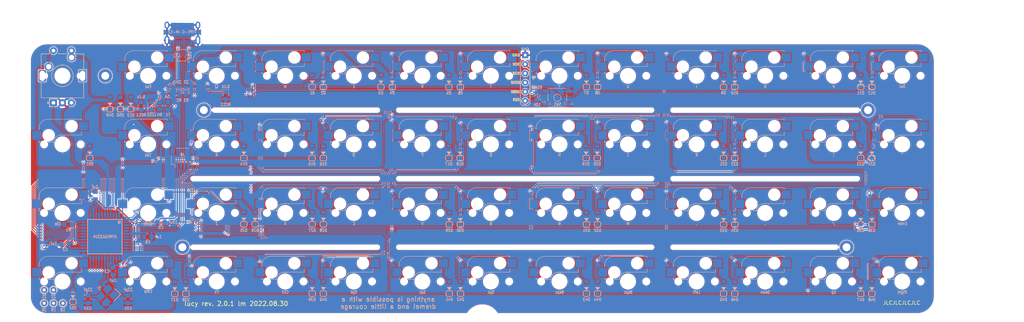
<source format=kicad_pcb>
(kicad_pcb (version 20211014) (generator pcbnew)
  (layers (0 "F.Cu" signal) (31 "B.Cu" signal) (34 "B.Paste" user) (35 "F.Paste" user) (36 "B.SilkS" user "B.Silkscreen") (37 "F.SilkS" user "F.Silkscreen") (38 "B.Mask" user) (39 "F.Mask" user) (44 "Edge.Cuts" user))
  (net 0 "")
  (net 1 "Net-(D1-Pad2)")
  (net 2 "Net-(D2-Pad2)")
  (net 3 "Net-(D3-Pad2)")
  (net 4 "Net-(D4-Pad2)")
  (net 5 "Net-(D5-Pad2)")
  (net 6 "Net-(D6-Pad2)")
  (net 7 "Net-(D7-Pad2)")
  (net 8 "Net-(D8-Pad2)")
  (net 9 "Net-(D9-Pad2)")
  (net 10 "Net-(D10-Pad2)")
  (net 11 "Net-(D11-Pad2)")
  (net 12 "Net-(D12-Pad2)")
  (net 13 "Net-(D13-Pad2)")
  (net 14 "Net-(D14-Pad2)")
  (net 15 "Net-(D15-Pad2)")
  (net 16 "Net-(D16-Pad2)")
  (net 17 "Net-(D17-Pad2)")
  (net 18 "Net-(D18-Pad2)")
  (net 19 "Net-(D19-Pad2)")
  (net 20 "Net-(D20-Pad2)")
  (net 21 "Net-(D21-Pad2)")
  (net 22 "Net-(D22-Pad2)")
  (net 23 "Net-(D23-Pad2)")
  (net 24 "Net-(D24-Pad2)")
  (net 25 "Net-(D25-Pad2)")
  (net 26 "Net-(D26-Pad2)")
  (net 27 "Net-(D27-Pad2)")
  (net 28 "Net-(D28-Pad2)")
  (net 29 "Net-(D29-Pad2)")
  (net 30 "Net-(D30-Pad2)")
  (net 31 "Net-(D31-Pad2)")
  (net 32 "Net-(D32-Pad2)")
  (net 33 "Net-(D33-Pad2)")
  (net 34 "Net-(D34-Pad2)")
  (net 35 "Net-(D35-Pad2)")
  (net 36 "Net-(D36-Pad2)")
  (net 37 "Net-(D37-Pad2)")
  (net 38 "Net-(D38-Pad2)")
  (net 39 "Net-(D39-Pad2)")
  (net 40 "Net-(D40-Pad2)")
  (net 41 "Net-(D41-Pad2)")
  (net 42 "Net-(D42-Pad2)")
  (net 43 "Net-(D43-Pad2)")
  (net 44 "Net-(D44-Pad2)")
  (net 45 "Net-(D45-Pad2)")
  (net 46 "Net-(D46-Pad2)")
  (net 47 "Net-(D47-Pad2)")
  (net 48 "Net-(D48-Pad2)")
  (net 49 "VCC")
  (net 50 "Net-(C6-Pad1)")
  (net 51 "XTAL1")
  (net 52 "XTAL2")
  (net 53 "row0")
  (net 54 "row1")
  (net 55 "row2")
  (net 56 "row3")
  (net 57 "D-")
  (net 58 "D+")
  (net 59 "col0")
  (net 60 "col1")
  (net 61 "col2")
  (net 62 "col3")
  (net 63 "col4")
  (net 64 "col5")
  (net 65 "col6")
  (net 66 "col7")
  (net 67 "col8")
  (net 68 "col9")
  (net 69 "col10")
  (net 70 "col11")
  (net 71 "Net-(R1-Pad2)")
  (net 72 "VBUS")
  (net 73 "Net-(J1-PadB5)")
  (net 74 "Net-(J1-PadA5)")
  (net 75 "ISP_Reset")
  (net 76 "Net-(D52-Pad2)")
  (net 77 "col12")
  (net 78 "GND")
  (net 79 "Net-(LED1-Pad2)")
  (net 80 "DBUS-")
  (net 81 "DBUS+")
  (net 82 "enc0a")
  (net 83 "enc0b")
  (net 84 "Net-(D49-Pad2)")
  (net 85 "Net-(D50-Pad2)")
  (net 86 "Net-(D51-Pad2)")
  (net 91 "Net-(J3-Pad1)")
  (net 92 "Net-(J4-Pad1)")
  (net 93 "Net-(J5-Pad1)")
  (net 94 "Net-(J6-Pad1)")
  (net 95 "Net-(J7-Pad1)")
  (footprint "MX_Only:MXOnly-1U-Hotswap" (layer "F.Cu") (at 124.990225 53.19395)
    (fp_text reference "K3")
    (fp_text value "KEYSW")
  )
  (footprint "MX_Only:MXOnly-1U-Hotswap" (layer "F.Cu") (at 201.190225 53.19395)
    (fp_text reference "K7")
    (fp_text value "KEYSW")
  )
  (footprint "MX_Only:MXOnly-1U-Hotswap" (layer "F.Cu") (at 182.140225 53.19395)
    (fp_text reference "K6")
    (fp_text value "KEYSW")
  )
  (footprint "MX_Only:MXOnly-1U-Hotswap" (layer "F.Cu") (at 163.090225 53.19395)
    (fp_text reference "K5")
    (fp_text value "KEYSW")
  )
  (footprint "MX_Only:MXOnly-1U-Hotswap" (layer "F.Cu") (at 86.890225 53.19395)
    (fp_text reference "K1")
    (fp_text value "KEYSW")
  )
  (footprint "MX_Only:MXOnly-1U-Hotswap" (layer "F.Cu") (at 220.240225 53.19395)
    (fp_text reference "K8")
    (fp_text value "KEYSW")
  )
  (footprint "MX_Only:MXOnly-1U-Hotswap" (layer "F.Cu") (at 239.290225 53.19395)
    (fp_text reference "K9")
    (fp_text value "KEYSW")
  )
  (footprint "MX_Only:MXOnly-1U-Hotswap" (layer "F.Cu") (at 86.890225 72.24395)
    (fp_text reference "K13")
    (fp_text value "KEYSW")
  )
  (footprint "MX_Only:MXOnly-1U-Hotswap" (layer "F.Cu") (at 105.940225 72.24395)
    (fp_text reference "K14")
    (fp_text value "KEYSW")
  )
  (footprint "MX_Only:MXOnly-1U-Hotswap" (layer "F.Cu") (at 144.045399 72.24395)
    (fp_text reference "K16")
    (fp_text value "KEYSW")
  )
  (footprint "MX_Only:MXOnly-1U-Hotswap" (layer "F.Cu") (at 277.390225 53.19395)
    (fp_text reference locked "K11")
    (fp_text value "KEYSW")
  )
  (footprint "MX_Only:MXOnly-1U-Hotswap" (layer "F.Cu") (at 163.090225 72.24395)
    (fp_text reference "K17")
    (fp_text value "KEYSW")
  )
  (footprint "MX_Only:MXOnly-1U-Hotswap" (layer "F.Cu") (at 182.140225 72.24395)
    (fp_text reference "K18")
    (fp_text value "KEYSW")
  )
  (footprint "MX_Only:MXOnly-1U-Hotswap" (layer "F.Cu") (at 201.190225 72.24395)
    (fp_text reference "K19")
    (fp_text value "KEYSW")
  )
  (footprint "MX_Only:MXOnly-1U-Hotswap" (layer "F.Cu") (at 105.940225 110.34395)
    (fp_text reference "K38")
    (fp_text value "KEYSW")
  )
  (footprint "MX_Only:MXOnly-1U-Hotswap" (layer "F.Cu") (at 124.990225 110.34395)
    (fp_text reference "K39")
    (fp_text value "KEYSW")
  )
  (footprint "MX_Only:MXOnly-1U-Hotswap" (layer "F.Cu") (at 144.040225 110.34395)
    (fp_text reference locked "K40")
    (fp_text value "KEYSW")
  )
  (footprint "MX_Only:MXOnly-1U-Hotswap" (layer "F.Cu") (at 163.090225 110.34395)
    (fp_text reference locked "K41")
    (fp_text value "KEYSW")
  )
  (footprint "MX_Only:MXOnly-1U-Hotswap" (layer "F.Cu") (at 182.140225 110.34395)
    (fp_text reference "K42")
    (fp_text value "KEYSW")
  )
  (footprint "MX_Only:MXOnly-1U-Hotswap" (layer "F.Cu") (at 220.240225 110.34395)
    (fp_text reference "K44")
    (fp_text value "KEYSW")
  )
  (footprint "MX_Only:MXOnly-1U-Hotswap" (layer "F.Cu") (at 239.290225 110.34395)
    (fp_text reference "K45")
    (fp_text value "KEYSW")
  )
  (footprint "MX_Only:MXOnly-1U-Hotswap" (layer "F.Cu") (at 258.340225 110.34395)
    (fp_text reference "K46")
    (fp_text value "KEYSW")
  )
  (footprint "MX_Only:MXOnly-1U-Hotswap" (layer "F.Cu") (at 277.390225 110.34395)
    (fp_text reference "K47")
    (fp_text value "KEYSW")
  )
  (footprint "MX_Only:MXOnly-1U-Hotswap" (layer "F.Cu") (at 201.190225 110.34395)
    (fp_text reference "K43")
    (fp_text value "KEYSW")
  )
  (footprint "MX_Only:MXOnly-1U-Hotswap" (layer "F.Cu") (at 277.390225 91.29395)
    (fp_text reference locked "K35")
    (fp_text value "KEYSW")
  )
  (footprint "MX_Only:MXOnly-1U-Hotswap" (layer "F.Cu") (at 258.340225 91.29395)
    (fp_text reference "K34")
    (fp_text value "KEYSW")
  )
  (footprint "MX_Only:MXOnly-1U-Hotswap" (layer "F.Cu") (at 220.240225 91.29395)
    (fp_text reference "K32")
    (fp_text value "KEYSW")
  )
  (footprint "MX_Only:MXOnly-1U-Hotswap" (layer "F.Cu") (at 182.140225 91.29395)
    (fp_text reference "K30")
    (fp_text value "KEYSW")
  )
  (footprint "MX_Only:MXOnly-1U-Hotswap" (layer "F.Cu") (at 144.040225 91.29395)
    (fp_text reference "K28")
    (fp_text value "KEYSW")
  )
  (footprint "MX_Only:MXOnly-1U-Hotswap" (layer "F.Cu") (at 86.890225 91.29395)
    (fp_text reference "K25")
    (fp_text value "KEYSW")
  )
  (footprint "MX_Only:MXOnly-1U-Hotswap" (layer "F.Cu") (at 163.090225 91.29395)
    (fp_text reference "K29")
    (fp_text value "KEYSW")
  )
  (footprint "MX_Only:MXOnly-1U-Hotswap" (layer "F.Cu") (at 296.440225 72.24395)
    (fp_text reference "K24")
    (fp_text value "KEYSW")
  )
  (footprint "MX_Only:MXOnly-1U-Hotswap" (layer "F.Cu") (at 124.990225 91.29395)
    (fp_text reference "K27")
    (fp_text value "KEYSW")
  )
  (footprint "MX_Only:MXOnly-1U-Hotswap" (layer "F.Cu") (at 105.940225 91.29395)
    (fp_text reference "K26")
    (fp_text value "KEYSW")
  )
  (footprint "MX_Only:MXOnly-1U-Hotswap" (layer "F.Cu") (at 258.340225 72.24395)
    (fp_text reference locked "K22")
    (fp_text value "KEYSW")
  )
  (footprint "MX_Only:MXOnly-1U-Hotswap" (layer "F.Cu") (at 239.290225 72.24395)
    (fp_text reference "K21")
    (fp_text value "KEYSW")
  )
  (footprint "MX_Only:MXOnly-1U-Hotswap" (layer "F.Cu") (at 277.390225 72.24395)
    (fp_text reference "K23")
    (fp_text value "KEYSW")
  )
  (footprint "MX_Only:MXOnly-1U-Hotswap" (layer "F.Cu") (at 296.440225 110.34395)
    (fp_text reference "K48")
    (fp_text value "KEYSW")
  )
  (footprint "MX_Only:MXOnly-1U-Hotswap" (layer "F.Cu") (at 296.440225 91.29395)
    (fp_text reference "K36")
    (fp_text value "KEYSW")
  )
  (footprint "MX_Only:MXOnly-1U-Hotswap" (layer "F.Cu") (at 296.440225 53.19395)
    (fp_text reference "K12")
    (fp_text value "KEYSW")
  )
  (footprint "Keebio-Parts:RotaryEncoder_EC11" (layer "F.Cu") (at 63.077713 53.193958 90)
    (fp_text reference "SW2")
    (fp_text value "Rotary_Encoder_Switch")
  )
  (footprint "MX_Only:MXOnly-1U-Hotswap" (layer "F.Cu") (at 105.940225 53.19395)
    (fp_text reference "K2")
    (fp_text value "KEYSW")
  )
  (footprint "MX_Only:MXOnly-1U-Hotswap" (layer "F.Cu") (at 144.040225 53.19395)
    (fp_text reference "K4")
    (fp_text value "KEYSW")
  )
  (footprint "MX_Only:MXOnly-1U-Hotswap" (layer "F.Cu") (at 63.077713 110.344006)
    (fp_text reference "K52")
    (fp_text value "KEYSW")
  )
  (footprint "MX_Only:MXOnly-1U-Hotswap" (layer "F.Cu") (at 63.077713 72.243974)
    (fp_text reference "K50")
    (fp_text value "KEYSW")
  )
  (footprint "MX_Only:MXOnly-1U-Hotswap" (layer "F.Cu") (at 63.077713 91.29399)
    (fp_text reference "K51")
    (fp_text value "KEYSW")
  )
  (footprint "MX_Only:MXOnly-1U-Hotswap" (layer "F.Cu") (at 201.190225 91.29395)
    (fp_text reference "K31")
    (fp_text value "KEYSW")
  )
  (footprint "MX_Only:MXOnly-1U-Hotswap" (layer "F.Cu") (at 239.290225 91.29395)
    (fp_text reference "K33")
    (fp_text value "KEYSW")
  )
  (footprint "MX_Only:MXOnly-1U-Hotswap" (layer "F.Cu") (at 86.890225 110.34395)
    (fp_text reference "K37")
    (fp_text value "KEYSW")
  )
  (footprint "MX_Only:MXOnly-1U-Hotswap" (layer "F.Cu") (at 258.340225 53.19395)
    (fp_text reference "K10")
    (fp_text value "KEYSW")
  )
  (footprint "MX_Only:MXOnly-1U-Hotswap" (layer "F.Cu") (at 124.990225 72.24395)
    (fp_text reference "K15")
    (fp_text value "KEYSW")
  )
  (footprint "MX_Only:MXOnly-1U-Hotswap" (layer "F.Cu") (at 220.240225 72.24395)
    (fp_text reference "K20")
    (fp_text value "KEYSW")
  )
  (footprint "MountingHole:MountingHole_2.2mm_M2_DIN965_Pad" (layer "F.Cu") (at 74.983973 53.19395)
    (fp_text reference "H1")
    (fp_text value "MountingHole")
  )
  (footprint "MountingHole:MountingHole_2.2mm_M2_DIN965_Pad" (layer "F.Cu") (at 286.915393 62.718958)
    (fp_text reference "H4")
    (fp_text value "MountingHole")
  )
  (footprint "MountingHole:MountingHole_2.2mm_M2_DIN965_Pad" (layer "F.Cu") (at 280.962279 100.81899)
    (fp_text reference "H3")
    (fp_text value "MountingHole")
  )
  (footprint "MountingHole:MountingHole_2.2mm_M2_DIN965_Pad" (layer "F.Cu") (at 96.415233 100.81899)
    (fp_text reference "H2")
    (fp_text value "MountingHole")
  )
  (footprint "MountingHole:MountingHole_2.2mm_M2_DIN965_Pad" (layer "F.Cu") (at 102.368363 62.718958)
    (fp_text reference "H5")
    (fp_text value "MountingHole")
  )
  (footprint "MX_Only:MXOnly-1U-NoLED" (layer "F.Cu") (at 63.077713 53.193958)
    (fp_text reference "K49")
    (fp_text value "KEYSW")
  )
  (footprint "Capacitor_SMD:C_0805_2012Metric_Pad1.18x1.45mm_HandSolder" (layer "B.Cu") (at 72.2 86.46895 90)
    (fp_text reference "C1")
    (fp_text value ".1uF")
  )
  (footprint "Keeb_footprints:D_SOD-123_modified" (layer "B.Cu") (at 116.590225 92.79395 90)
    (fp_text reference "D26")
    (fp_text value "D")
  )
  (footprint "Keeb_footprints:D_SOD-123_modified" (layer "B.Cu") (at 208.590225 74.39395 90)
    (fp_text reference "D19")
    (fp_text value "D")
  )
  (footprint "Keeb_footprints:D_SOD-123_modified" (layer "B.Cu") (at 170.490225 74.39395 90)
    (fp_text reference "D17")
    (fp_text value "D")
  )
  (footprint "Keeb_footprints:D_SOD-123_modified" (layer "B.Cu") (at 135.581415 74.39395 90)
    (fp_text reference "D16")
    (fp_text value "D")
  )
  (footprint "Keeb_footprints:D_SOD-123_modified" (layer "B.Cu") (at 113.490225 74.39395 90)
    (fp_text reference "D14")
    (fp_text value "D")
  )
  (footprint "Keeb_footprints:D_SOD-123_modified" (layer "B.Cu") (at 284.890625 54.65625 90)
    (fp_text reference "D11")
    (fp_text value "D")
  )
  (footprint "Keeb_footprints:D_SOD-123_modified" (layer "B.Cu") (at 249.881415 54.65625 90)
    (fp_text reference "D10")
    (fp_text value "D")
  )
  (footprint "Keeb_footprints:D_SOD-123_modified" (layer "B.Cu") (at 211.781415 54.65625 90)
    (fp_text reference "D8")
    (fp_text value "D")
  )
  (footprint "Keeb_footprints:D_SOD-123_modified" (layer "B.Cu") (at 208.681415 54.65625 90)
    (fp_text reference "D7")
    (fp_text value "D")
  )
  (footprint "Keeb_footprints:D_SOD-123_modified" (layer "B.Cu") (at 173.651789 54.683377 90)
    (fp_text reference "D6")
    (fp_text value "D")
  )
  (footprint "Keeb_footprints:D_SOD-123_modified" (layer "B.Cu") (at 170.476789 54.683377 90)
    (fp_text reference "D5")
    (fp_text value "D")
  )
  (footprint "Keeb_footprints:D_SOD-123_modified" (layer "B.Cu") (at 154.751789 54.65625 90)
    (fp_text reference "D4")
    (fp_text value "D")
  )
  (footprint "Keeb_footprints:D_SOD-123_modified" (layer "B.Cu") (at 287.990625 112.1 90)
    (fp_text reference "D48")
    (fp_text value "D")
  )
  (footprint "Keeb_footprints:D_SOD-123_modified" (layer "B.Cu") (at 284.890625 112.1 90)
    (fp_text reference "D47")
    (fp_text value "D")
  )
  (footprint "Keeb_footprints:D_SOD-123_modified" (layer "B.Cu") (at 249.890625 112.063123 90)
    (fp_text reference "D46")
    (fp_text value "D")
  )
  (footprint "Keeb_footprints:D_SOD-123_modified" (layer "B.Cu") (at 246.790625 112.05625 90)
    (fp_text reference "D45")
    (fp_text value "D")
  )
  (footprint "Keeb_footprints:D_SOD-123_modified" (layer "B.Cu") (at 211.783999 112.05625 90)
    (fp_text reference "D44")
    (fp_text value "D")
  )
  (footprint "Keeb_footprints:D_SOD-123_modified" (layer "B.Cu") (at 208.7 112.05625 90)
    (fp_text reference "D43")
    (fp_text value "D")
  )
  (footprint "Keeb_footprints:D_SOD-123_modified" (layer "B.Cu") (at 211.790625 92.85625 90)
    (fp_text reference "D32")
    (fp_text value "D")
  )
  (footprint "Keeb_footprints:D_SOD-123_modified" (layer "B.Cu") (at 284.890625 74.39395 90)
    (fp_text reference "D23")
    (fp_text value "D")
  )
  (footprint "Keeb_footprints:D_SOD-123_modified" (layer "B.Cu") (at 208.690625 92.85625 90)
    (fp_text reference "D31")
    (fp_text value "D")
  )
  (footprint "Keeb_footprints:D_SOD-123_modified" (layer "B.Cu") (at 170.585999 92.85625 90)
    (fp_text reference "D29")
    (fp_text value "D")
  )
  (footprint "Keeb_footprints:D_SOD-123_modified" (layer "B.Cu") (at 132.490225 92.79395 90)
    (fp_text reference "D27")
    (fp_text value "D")
  )
  (footprint "Keeb_footprints:D_SOD-123_modified" (layer "B.Cu") (at 287.990625 74.39395 90)
    (fp_text reference "D24")
    (fp_text value "D")
  )
  (footprint "Keeb_footprints:D_SOD-123_modified" (layer "B.Cu") (at 284.890625 92.85625 90)
    (fp_text reference "D35")
    (fp_text value "D")
  )
  (footprint "Keeb_footprints:D_SOD-123_modified" (layer "B.Cu") (at 249.890625 92.85625 90)
    (fp_text reference "D34")
    (fp_text value "D")
  )
  (footprint "Keeb_footprints:D_SOD-123_modified" (layer "B.Cu") (at 246.790625 92.85625 90)
    (fp_text reference "D33")
    (fp_text value "D")
  )
  (footprint "Keeb_footprints:D_SOD-123_modified" (layer "B.Cu") (at 173.690625 112.05625 90)
    (fp_text reference "D42")
    (fp_text value "D")
  )
  (footprint "Keeb_footprints:D_SOD-123_modified" (layer "B.Cu") (at 151.576789 54.65625 90)
    (fp_text reference "D3")
    (fp_text value "D")
  )
  (footprint "Keeb_footprints:D_SOD-123_modified" (layer "B.Cu") (at 211.690225 74.39395 90)
    (fp_text reference "D20")
    (fp_text value "D")
  )
  (footprint "Keeb_footprints:ICSP-Header_small_pins" (layer "B.Cu") (at 191.665313 47.44395 180)
    (fp_text reference "J2" hide)
    (fp_text value "AVR-ISP-6_mod")
  )
  (footprint "Keeb_footprints:D_SOD-123_modified" (layer "B.Cu") (at 287.990625 54.65625 90)
    (fp_text reference "D12")
    (fp_text value "D")
  )
  (footprint "Keeb_footprints:D_SOD-123_modified" (layer "B.Cu") (at 66 114.3 90)
    (fp_text reference "D52")
    (fp_text value "D")
  )
  (footprint "Keeb_footprints:D_SOD-123_modified" (layer "B.Cu") (at 79.2 60.79395 90)
    (fp_text reference "D50")
    (fp_text value "D")
  )
  (footprint "Keeb_footprints:D_SOD-123_modified" (layer "B.Cu") (at 70.7 74.39395 90)
    (fp_text reference "D51")
    (fp_text value "D")
  )
  (footprint "random-keyboard-parts:SKQG-1155865" (layer "B.Cu") (at 200.590225 59.29395)
    (fp_text reference "SW1")
    (fp_text value "SW_PUSH")
  )
  (footprint "Keebio-Parts:ATMEGA32U4-AU" (layer "B.Cu") (at 74.865225 97.86895 180)
    (fp_text reference "U1")
    (fp_text value "ATMEGA32U4")
  )
  (footprint "Capacitor_SMD:C_0805_2012Metric_Pad1.18x1.45mm_HandSolder" (layer "B.Cu") (at 77.165225 107.46895 -90)
    (fp_text reference "C3")
    (fp_text value ".1uF")
  )
  (footprint "Capacitor_SMD:C_0805_2012Metric_Pad1.18x1.45mm_HandSolder" (layer "B.Cu") (at 70.165225 115.26895 -90)
    (fp_text reference "CX2")
    (fp_text value "22pF")
  )
  (footprint "Capacitor_SMD:C_0805_2012Metric_Pad1.18x1.45mm_HandSolder" (layer "B.Cu") (at 81.265225 115.26895 -90)
    (fp_text reference "CX1")
    (fp_text value "22pF")
  )
  (footprint "Crystal:Crystal_SMD_3225-4Pin_3.2x2.5mm_HandSoldering" (layer "B.Cu") (at 75.465225 114.26895 -135)
    (fp_text reference "Y1")
    (fp_text value "16MHz")
  )
  (footprint "Fuse:Fuse_0805_2012Metric_Pad1.15x1.40mm_HandSolder" (layer "B.Cu") (at 92.390225 61.49395 90)
    (fp_text reference "F1")
    (fp_text value ".5A")
  )
  (footprint "Keeb_footprints:TYPE-C-31-M-12" (layer "B.Cu") (at 96.415217 44.81645)
    (fp_text reference "J1")
    (fp_text value "TYPE-C-31-M12_13")
  )
  (footprint "Resistor_SMD:R_0805_2012Metric_Pad1.15x1.40mm_HandSolder" (layer "B.Cu") (at 97.490625 57.49395 90)
    (fp_text reference "R3")
    (fp_text value "22")
  )
  (footprint "Resistor_SMD:R_0805_2012Metric_Pad1.15x1.40mm_HandSolder" (layer "B.Cu") (at 84.940225 61.54395 90)
    (fp_text reference "RCC1")
    (fp_text value "5.1k")
  )
  (footprint "Resistor_SMD:R_0805_2012Metric_Pad1.15x1.40mm_HandSolder" (layer "B.Cu") (at 90.090225 61.49395 -90)
    (fp_text reference "R4")
    (fp_text value "1k")
  )
  (footprint "LED_SMD:LED_0805_2012Metric_Pad1.15x1.40mm_HandSolder" (layer "B.Cu") (at 87.790225 61.49395 90)
    (fp_text reference "LED1")
    (fp_text value "LED")
  )
  (footprint "Keeb_footprints:D_SOD-123_modified" (layer "B.Cu") (at 135.590625 112.05625 90)
    (fp_text reference "D40")
    (fp_text value "D")
  )
  (footprint "Keeb_footprints:D_SOD-123_modified" (layer "B.Cu") (at 132.490625 112.063123 90)
    (fp_text reference "D39")
    (fp_text value "D")
  )
  (footprint "Capacitor_SMD:C_0805_2012Metric_Pad1.18x1.45mm_HandSolder" (layer "B.Cu") (at 63.8 99.9 180)
    (fp_text reference "C2")
    (fp_text value ".1uF")
  )
  (footprint "Resistor_SMD:R_0805_2012Metric_Pad1.15x1.40mm_HandSolder" (layer "B.Cu") (at 95.490625 57.49395 90)
    (fp_text reference "R2")
    (fp_text value "22")
  )
  (footprint "Capacitor_SMD:C_0805_2012Metric_Pad1.18x1.45mm_HandSolder" (layer "B.Cu") (at 90.45 93.85)
    (fp_text reference "C5")
    (fp_text value "10uF")
  )
  (footprint "Capacitor_SMD:C_0805_2012Metric_Pad1.18x1.45mm_HandSolder" (layer "B.Cu") (at 86.765225 97.9)
    (fp_text reference "C6")
    (fp_text value "1uF")
  )
  (footprint "Resistor_SMD:R_0805_2012Metric_Pad1.15x1.40mm_HandSolder" (layer "B.Cu") (at 64.665225 94.5)
    (fp_text reference "R1")
    (fp_text value "10k")
  )
  (footprint "Keeb_footprints:D_SOD-123_modified" (layer "B.Cu") (at 82.090225 60.79395 90)
    (fp_text reference "D13")
    (fp_text value "D")
  )
  (footprint "Keeb_footprints:D_SOD-123_modified" (layer "B.Cu") (at 94.290225 112.09395 90)
    (fp_text reference "D37")
    (fp_text value "D")
  )
  (footprint "Keeb_footprints:D_SOD-123_modified" (layer "B.Cu") (at 97.390225 112.09395 90)
    (fp_text reference "D38")
    (fp_text value "D")
  )
  (footprint "Keeb_footprints:D_SOD-123_modified" (layer "B.Cu") (at 170.590625 112.05625 90)
    (fp_text reference "D41")
    (fp_text value "D")
  )
  (footprint "Keeb_footprints:D_SOD-123_modified" (layer "B.Cu") (at 135.590225 92.79395 90)
    (fp_text reference "D28")
    (fp_text value "D")
  )
  (footprint "Keeb_footprints:D_SOD-123_modified" (layer "B.Cu") (at 173.65 92.85625 90)
    (fp_text reference "D30")
    (fp_text value "D")
  )
  (footprint "Keeb_footprints:D_SOD-123_modified" (layer "B.Cu") (at 287.990625 92.85625 90)
    (fp_text reference "D36")
    (fp_text value "D")
  )
  (footprint "Keeb_footprints:D_SOD-123_modified" (layer "B.Cu") (at 113.490225 92.79395 90)
    (fp_text reference "D25")
    (fp_text value "D")
  )
  (footprint "Keeb_footprints:D_SOD-123_modified" (layer "B.Cu") (at 135.581415 54.65625 90)
    (fp_text reference "D2")
    (fp_text value "D")
  )
  (footprint "Keeb_footprints:D_SOD-123_modified" (layer "B.Cu") (at 76.3 60.79395 90)
    (fp_text reference "D49")
    (fp_text value "D")
  )
  (footprint "Keeb_footprints:D_SOD-123_modified" (layer "B.Cu") (at 246.781415 54.65625 90)
    (fp_text reference "D9")
    (fp_text value "D")
  )
  (footprint "Keeb_footprints:D_SOD-123_modified" (layer "B.Cu") (at 132.490625 54.64995 90)
    (fp_text reference "D1")
    (fp_text value "D")
  )
  (footprint "Resistor_SMD:R_0805_2012Metric_Pad1.15x1.40mm_HandSolder" (layer "B.Cu") (at 194.990225 58.79395 90)
    (fp_text reference "RSW1")
    (fp_text value "10k")
  )
  (footprint "Keeb_footprints:D_SOD-123_modified" (layer "B.Cu") (at 249.881415 74.39395 90)
    (fp_text reference "D22")
    (fp_text value "D")
  )
  (footprint "Keeb_footprints:D_SOD-123_modified" (layer "B.Cu") (at 246.781415 74.39395 90)
    (fp_text reference "D21")
    (fp_text value "D")
  )
  (footprint "Keeb_footprints:D_SOD-123_modified" (layer "B.Cu") (at 173.590225 74.39395 90)
    (fp_text reference "D18")
    (fp_text value "D")
  )
  (footprint "Keeb_footprints:D_SOD-123_modified" (layer "B.Cu") (at 132.431415 74.39395 90)
    (fp_text reference "D15")
    (fp_text value "D")
  )
  (footprint "Resistor_SMD:R_0805_2012Metric_Pad1.15x1.40mm_HandSolder" (layer "B.Cu") (at 108.465225 58.66895 90)
    (fp_text reference "RCC2")
    (fp_text value "5.1k")
  )
  (footprint "Keebio-Parts:SOT-143B" (layer "B.Cu") (at 96.490625 47.49395 -90)
    (fp_text reference "U2")
    (fp_text value "PRTR5V0U2X" hide)
  )
  (footprint "TestPoint:TestPoint_Keystone_5000-5004_Miniature" (layer "B.Cu") (at 58 116.4 180)
    (fp_text reference "J5")
    (fp_text value "Conn_01x01")
  )
  (footprint "TestPoint:TestPoint_Keystone_5000-5004_Miniature" (layer "B.Cu") (at 60.6 116.4 180)
    (fp_text reference "J4")
    (fp_text value "Conn_01x01")
  )
  (footprint "TestPoint:TestPoint_Keystone_5000-5004_Miniature" (layer "B.Cu") (at 63.2 116.4 180)
    (fp_text reference "J3")
    (fp_text value "Conn_01x01")
  )
  (footprint "TestPoint:TestPoint_Keystone_5000-5004_Miniature" (layer "B.Cu") (at 58 112.7 180)
    (fp_text reference "J6")
    (fp_text value "Conn_01x01")
  )
  (footprint "TestPoint:TestPoint_Keystone_5000-5004_Miniature" (layer "B.Cu") (at 60.6 112.7 180)
    (fp_text reference "J7")
    (fp_text value "Conn_01x01")
  )
  (footprint "Connector_JST:JST_SH_SM04B-SRSS-TB_1x04-1MP_P1.00mm_Horizontal" (layer "B.Cu") (at 96.490225 75.99395)
    (fp_text reference "J8")
    (fp_text value "4PIN")
  )
  (gr_line (start 91.057416 43.668942) (end 91.057416 38.608805) (layer "Edge.Cuts") (width 0.05))
  (gr_arc (start 300.6076 44.264255) (mid 303.975206 45.659162) (end 305.370104 49.026759) (layer "Edge.Cuts") (width 0.05))
  (gr_line (start 150.588667 81.173661) (end 99.391798 81.173661) (layer "Edge.Cuts") (width 0.05))
  (gr_arc (start 226.788731 81.173661) (mid 227.384093 81.768974) (end 226.788731 82.364287) (layer "Edge.Cuts") (width 0.05))
  (gr_line (start 226.788731 100.223677) (end 156.541895 100.223677) (layer "Edge.Cuts") (width 0.05))
  (gr_line (start 156.541846 62.123687) (end 226.788731 62.123603) (layer "Edge.Cuts") (width 0.05))
  (gr_line (start 232.741959 62.123687) (end 283.938722 62.123645) (layer "Edge.Cuts") (width 0.05))
  (gr_line (start 232.741959 100.223719) (end 277.985733 100.223677) (layer "Edge.Cuts") (width 0.05))
  (gr_arc (start 305.370104 114.511189) (mid 303.975203 117.878799) (end 300.6076 119.273693) (layer "Edge.Cuts") (width 0.05))
  (gr_line (start 175.591879 119.273693) (end 58.910522 119.273693) (layer "Edge.Cuts") (width 0.05))
  (gr_arc (start 283.938795 81.173635) (mid 284.534141 81.768974) (end 283.938795 82.364261) (layer "Edge.Cuts") (width 0.05))
  (gr_arc (start 54.148018 49.026759) (mid 55.542924 45.659162) (end 58.910522 44.264255) (layer "Edge.Cuts") (width 0.05))
  (gr_line (start 305.370104 49.026759) (end 305.370104 114.511189) (layer "Edge.Cuts") (width 0.05))
  (gr_arc (start 156.541846 63.314313) (mid 155.946484 62.719) (end 156.541846 62.123687) (layer "Edge.Cuts") (width 0.05))
  (gr_arc (start 232.74191 82.364329) (mid 232.146548 81.769016) (end 232.74191 81.173703) (layer "Edge.Cuts") (width 0.05))
  (gr_line (start 283.938795 82.364261) (end 232.74191 82.364329) (layer "Edge.Cuts") (width 0.05))
  (gr_line (start 105.344913 62.123603) (end 150.588667 62.123645) (layer "Edge.Cuts") (width 0.05))
  (gr_arc (start 58.910522 119.273693) (mid 55.542905 117.878799) (end 54.148018 114.511189) (layer "Edge.Cuts") (width 0.05))
  (gr_line (start 232.74191 81.173703) (end 283.938795 81.173635) (layer "Edge.Cuts") (width 0.05))
  (gr_line (start 105.344913 63.314229) (end 150.588667 63.314271) (layer "Edge.Cuts") (width 0.05))
  (gr_line (start 283.938722 63.314271) (end 232.741959 63.314313) (layer "Edge.Cuts") (width 0.05))
  (gr_line (start 226.788731 63.314229) (end 156.541846 63.314313) (layer "Edge.Cuts") (width 0.05))
  (gr_line (start 183.926259 119.273693) (end 300.6076 119.273693) (layer "Edge.Cuts") (width 0.05))
  (gr_arc (start 102.368363 44.26427) (mid 101.947414 44.089907) (end 101.773051 43.668958) (layer "Edge.Cuts") (width 0.05))
  (gr_arc (start 156.541895 101.414303) (mid 155.946533 100.81899) (end 156.541895 100.223677) (layer "Edge.Cuts") (width 0.05))
  (gr_line (start 300.6076 44.264255) (end 102.368363 44.26427) (layer "Edge.Cuts") (width 0.05))
  (gr_arc (start 150.588667 62.123645) (mid 151.184029 62.718958) (end 150.588667 63.314271) (layer "Edge.Cuts") (width 0.05))
  (gr_arc (start 150.588667 100.223635) (mid 151.184029 100.818948) (end 150.588667 101.414261) (layer "Edge.Cuts") (width 0.05))
  (gr_line (start 91.652729 38.013494) (end 101.177738 38.013494) (layer "Edge.Cuts") (width 0.05))
  (gr_line (start 150.588667 100.223635) (end 99.391794 100.223677) (layer "Edge.Cuts") (width 0.05))
  (gr_arc (start 232.741959 101.414345) (mid 232.146597 100.819032) (end 232.741959 100.223719) (layer "Edge.Cuts") (width 0.05))
  (gr_line (start 99.391798 82.364287) (end 150.588667 82.364287) (layer "Edge.Cuts") (width 0.05))
  (gr_arc (start 156.541895 82.364287) (mid 155.946533 81.768974) (end 156.541895 81.173661) (layer "Edge.Cuts") (width 0.05))
  (gr_arc (start 175.591879 119.273693) (mid 179.759069 116.855379) (end 183.926259 119.273693) (layer "Edge.Cuts") (width 0.05))
  (gr_line (start 277.985733 101.414303) (end 232.741959 101.414345) (layer "Edge.Cuts") (width 0.05))
  (gr_arc (start 105.344913 63.314229) (mid 104.749623 62.7189) (end 105.344913 62.123603) (layer "Edge.Cuts") (width 0.05))
  (gr_arc (start 283.938722 62.123645) (mid 284.534149 62.719) (end 283.938722 63.314271) (layer "Edge.Cuts") (width 0.05))
  (gr_line (start 54.148018 114.511189) (end 54.148018 49.026759) (layer "Edge.Cuts") (width 0.05))
  (gr_line (start 101.77305 38.608806) (end 101.77305 43.668958) (layer "Edge.Cuts") (width 0.05))
  (gr_arc (start 101.177738 38.013494) (mid 101.598687 38.187857) (end 101.77305 38.608806) (layer "Edge.Cuts") (width 0.05))
  (gr_arc (start 277.985733 100.223677) (mid 278.581009 100.819) (end 277.985733 101.414303) (layer "Edge.Cuts") (width 0.05))
  (gr_line (start 226.788731 82.364287) (end 156.541895 82.364287) (layer "Edge.Cuts") (width 0.05))
  (gr_line (start 99.391794 101.414303) (end 150.588667 101.414261) (layer "Edge.Cuts") (width 0.05))
  (gr_line (start 156.541895 101.414303) (end 226.788731 101.414303) (layer "Edge.Cuts") (width 0.05))
  (gr_arc (start 150.588667 81.173661) (mid 151.184029 81.768974) (end 150.588667 82.364287) (layer "Edge.Cuts") (width 0.05))
  (gr_arc (start 226.788731 100.223677) (mid 227.384093 100.81899) (end 226.788731 101.414303) (layer "Edge.Cuts") (width 0.05))
  (gr_arc (start 91.057416 38.608806) (mid 91.231779 38.187857) (end 91.652728 38.013494) (layer "Edge.Cuts") (width 0.05))
  (gr_arc (start 99.391794 101.414303) (mid 98.796493 100.819) (end 99.391794 100.223677) (layer "Edge.Cuts") (width 0.05))
  (gr_arc (start 91.057416 43.668943) (mid 90.883053 44.089892) (end 90.462104 44.264255) (layer "Edge.Cuts") (width 0.05))
  (gr_arc (start 232.741959 63.314313) (mid 232.146597 62.719) (end 232.741959 62.123687) (layer "Edge.Cuts") (width 0.05))
  (gr_arc (start 226.788731 62.123603) (mid 227.384093 62.718916) (end 226.788731 63.314229) (layer "Edge.Cuts") (width 0.05))
  (gr_line (start 58.910522 44.264255) (end 90.462104 44.264255) (layer "Edge.Cuts") (width 0.05))
  (gr_arc (start 99.391798 82.364287) (mid 98.796478 81.769) (end 99.391798 81.173661) (layer "Edge.Cuts") (width 0.05))
  (gr_line (start 156.541895 81.173661) (end 226.788731 81.173661) (layer "Edge.Cuts") (width 0.05))
  (gr_text "B" (at 182.140313 94.270555) (layer "B.SilkS") (effects (font (size 0.8 0.7)) (justify mirror)))
  (gr_text "M" (at 220.240345 94.270555) (layer "B.SilkS") (effects (font (size 0.8 0.7)) (justify mirror)))
  (gr_text "R" (at 163.090297 56.170523) (layer "B.SilkS") (effects (font (size 0.8 0.7)) (justify mirror)))
  (gr_text "V" (at 163.090297 94.270555) (layer "B.SilkS") (effects (font (size 0.8 0.7)) (justify mirror)))
  (gr_text "anything is possible with a\ndremel and a little courage" (at 153.590225 116.29395) (layer "B.SilkS") (effects (font (size 1.25 1.25) (thickness 0.2)) (justify mirror)))
  (gr_text "F" (at 163.090297 75.220539) (layer "B.SilkS") (effects (font (size 0.8 0.7)) (justify mirror)))
  (gr_text "N" (at 201.190329 94.270555) (layer "B.SilkS") (effects (font (size 0.8 0.7)) (justify mirror)))
  (gr_text "D" (at 144.040281 75.220539) (layer "B.SilkS") (effects (font (size 0.8 0.7)) (justify mirror)))
  (gr_text "O" (at 258.340377 56.170523) (layer "B.SilkS") (effects (font (size 0.8 0.7)) (justify mirror)))
  (gr_text "Shift" (at 86.915698 94.4) (layer "B.SilkS") (effects (font (size 0.8 0.7)) (justify mirror)))
  (gr_text "Down" (at 258.340377 113.320571) (layer "B.SilkS") (effects (font (size 0.8 0.7)) (justify mirror)))
  (gr_text "J" (at 220.240345 75.220539) (layer "B.SilkS") (effects (font (size 0.8 0.7)) (justify mirror)))
  (gr_text "Right" (at 296.440409 113.320571) (layer "B.SilkS") (effects (font (size 0.8 0.7)) (justify mirror)))
  (gr_text "I" (at 239.290361 56.170523) (layer "B.SilkS") (effects (font (size 0.8 0.7)) (justify mirror)))
  (gr_text "G" (at 182.140313 75.220539) (layer "B.SilkS") (effects (font (size 0.8 0.7)) (justify mirror)))
  (gr_text ";" (at 277.390393 75.220539) (layer "B.SilkS") (effects (font (size 0.8 0.7)) (justify mirror)))
  (gr_text "E" (at 144.040281 56.170523) (layer "B.SilkS") (effects (font (size 0.8 0.7)) (justify mirror)))
  (gr_text "S" (at 124.990265 75.220539) (layer "B.SilkS") (effects (font (size 0.8 0.7)) (justify mirror)))
  (gr_text "U" (at 220.213553 56.112152) (layer "B.SilkS") (effects (font (size 0.8 0.7)) (justify mirror)))
  (gr_text "." (at 258.340377 94.270555) (layer "B.SilkS") (effects (font (size 0.8 0.7)) (justify mirror)))
  (gr_text "'" (at 296.440409 75.220539) (layer "B.SilkS") (effects (font (size 0.8 0.7)) (justify mirror)))
  (gr_text "Bspc" (at 201.190329 113.320571) (layer "B.SilkS") (effects (font (size 0.8 0.7)) (justify mirror)))
  (gr_text "/" (at 277.390393 94.270555) (layer "B.SilkS") (effects (font (size 0.8 0.7)) (justify mirror)))
  (gr_text "H" (at 201.190329 75.220539) (layer "B.SilkS") (effects (font (size 0.8 0.7)) (justify mirror)))
  (gr_text "Del" (at 296.440409 56.170523) (layer "B.SilkS") (effects (font (size 0.8 0.7)) (justify mirror)))
  (gr_text "A" (at 105.940249 75.220539) (layer "B.SilkS") (effects (font (size 0.8 0.7)) (justify mirror)))
  (gr_text "Cmd" (at 86.915698 113.10947) (layer "B.SilkS") (effects (font (size 0.8 0.7)) (justify mirror)))
  (gr_text "Spc" (at 163.090297 113.320571) (layer "B.SilkS") (effects (font (size 0.8 0.7)) (justify mirror)))
  (gr_text "Spc" (at 182.140313 113.320571) (layer "B.SilkS") (effects (font (size 0.8 0.7)) (justify mirror)))
  (gr_text "C" (at 144.040281 94.270555) (layer "B.SilkS") (effects (font (size 0.8 0.7)) (justify mirror)))
  (gr_text "Z" (at 105.940249 94.270555) (layer "B.SilkS") (effects (font (size 0.8 0.7)) (justify mirror)))
  (gr_text "P" (at 277.390393 56.306269) (layer "B.SilkS") (effects (font (size 0.8 0.7)) (justify mirror)))
  (gr_text "Opt" (at 144.040281 113.320571) (layer "B.SilkS") (effects (font (size 0.8 0.7)) (justify mirror)))
  (gr_text "L" (at 258.340377 75.220539) (layer "B.SilkS") (effects (font (size 0.8 0.7)) (justify mirror)))
  (gr_text "Fn" (at 105.940249 113.320571) (layer "B.SilkS") (effects (font (size 0.8 0.7)) (justify mirror)))
  (gr_text "W" (at 124.990265 56.170523) (layer "B.SilkS") (effects (font (size 0.8 0.7)) (justify mirror)))
  (gr_text "Ctrl" (at 124.990265 113.320571) (layer "B.SilkS") (effects (font (size 0.8 0.7)) (justify mirror)))
  (gr_text "T" (at 182.140313 56.170523) (layer "B.SilkS") (effects (font (size 0.8 0.7)) (justify mirror)))
  (gr_text "," (at 239.290361 94.270555) (layer "B.SilkS") (effects (font (size 0.8 0.7)) (justify mirror)))
  (gr_text "Up" (at 277.390393 113.320571) (layer "B.SilkS") (effects (font (size 0.8 0.7)) (justify mirror)))
  (gr_text "Esc" (at 86.890233 56.170523) (layer "B.SilkS") (effects (font (size 0.8 0.7)) (justify mirror)))
  (gr_text "Bspc" (at 220.240345 113.320571) (layer "B.SilkS") (effects (font (size 0.8 0.7)) (justify mirror)))
  (gr_text "Enter" (at 296.440409 94.270555) (layer "B.SilkS") (effects (font (size 0.8 0.7)) (justify mirror)))
  (gr_text "Q" (at 105.940249 56.170523) (layer "B.SilkS") (effects (font (size 1 1)) (justify mirror)))
  (gr_text "Tab" (at 86.890233 75.220539) (layer "B.SilkS") (effects (font (size 0.8 0.7)) (justify mirror)))
  (gr_text "Left" (at 239.290361 113.320571) (layer "B.SilkS") (effects (font (size 0.8 0.7)) (justify mirror)))
  (gr_text "K" (at 239.290361 75.220539) (layer "B.SilkS") (effects (font (size 0.8 0.7)) (justify mirror)))
  (gr_text "Y" (at 201.190329 56) (layer "B.SilkS") (effects (font (size 1 1)) (justify mirror)))
  (gr_text "X" (at 124.990265 94.270555) (layer "B.SilkS") (effects (font (size 0.8 0.7)) (justify mirror)))
  (gr_text "JLCJLCJLCJLC" (at 296.265225 116.26895) (layer "F.SilkS") (effects (font (size 1 1))))
  (gr_text "lucy rev. 2.0.1 lm 2022.08.30" (at 111.38288 116.5) (layer "F.SilkS") (effects (font (size 1.25 1.25) (thickness 0.2))))
  (segment (start 115.4283 56.89395) (end 115.911125 56.411125) (width 0.25) (layer "F.Cu") (net 1))
  (segment (start 91.735725 56.89395) (end 115.4283 56.89395) (width 0.25) (layer "F.Cu") (net 1))
  (segment (start 115.911125 55.66895) (end 115.911125 56.411125) (width 0.25) (layer "F.Cu") (net 1))
  (via (at 115.911125 55.66895) (size 0.65) (drill 0.35) (layers "F.Cu" "B.Cu") (net 1))
  (via (at 91.735725 56.89395) (size 0.65) (drill 0.35) (layers "F.Cu" "B.Cu") (net 1))
  (segment (start 92.732225 48.11395) (end 92.732225 50.73595) (width 0.25) (layer "B.Cu") (net 1))
  (segment (start 94.090225 54.53945) (end 91.735725 56.89395) (width 0.25) (layer "B.Cu") (net 1))
  (segment (start 129.369327 55.89395) (end 132.263328 52.99995) (width 0.25) (layer "B.Cu") (net 1))
  (segment (start 129.369327 55.89395) (end 117.309763 55.89395) (width 0.25) (layer "B.Cu") (net 1))
  (segment (start 116.136125 55.89395) (end 115.911125 55.66895) (width 0.25) (layer "B.Cu") (net 1))
  (segment (start 92.732225 50.73595) (end 94.090225 52.09395) (width 0.25) (layer "B.Cu") (net 1))
  (segment (start 94.090225 52.09395) (end 94.090225 54.53945) (width 0.25) (layer "B.Cu") (net 1))
  (segment (start 117.309763 55.89395) (end 116.136125 55.89395) (width 0.25) (layer "B.Cu") (net 1))
  (segment (start 132.263328 52.99995) (end 132.490625 52.99995) (width 0.25) (layer "B.Cu") (net 1))
  (segment (start 129.526529 56.27347) (end 131.3 54.5) (width 0.25) (layer "B.Cu") (net 2))
  (segment (start 111.782225 51.18595) (end 113.065225 52.46895) (width 0.25) (layer "B.Cu") (net 2))
  (segment (start 131.3 54.5) (end 134.087665 54.5) (width 0.25) (layer "B.Cu") (net 2))
  (segment (start 134.087665 54.5) (end 135.581415 53.00625) (width 0.25) (layer "B.Cu") (net 2))
  (segment (start 111.782225 48.11395) (end 111.782225 51.18595) (width 0.25) (layer "B.Cu") (net 2))
  (segment (start 114.169745 56.27347) (end 129.526529 56.27347) (width 0.25) (layer "B.Cu") (net 2))
  (segment (start 113.065225 55.16895) (end 114.169745 56.27347) (width 0.25) (layer "B.Cu") (net 2))
  (segment (start 113.065225 52.46895) (end 113.065225 55.16895) (width 0.25) (layer "B.Cu") (net 2))
  (segment (start 140.83577 46.23577) (end 145.4 50.8) (width 0.25) (layer "B.Cu") (net 3))
  (segment (start 130.832225 48.11395) (end 132.710405 46.23577) (width 0.25) (layer "B.Cu") (net 3))
  (segment (start 132.710405 46.23577) (end 140.83577 46.23577) (width 0.25) (layer "B.Cu") (net 3))
  (segment (start 145.4 50.8) (end 149.370539 50.8) (width 0.25) (layer "B.Cu") (net 3))
  (segment (start 149.370539 50.8) (end 151.576789 53.00625) (width 0.25) (layer "B.Cu") (net 3))
  (segment (start 154.751789 52.983514) (end 149.882225 48.11395) (width 0.25) (layer "B.Cu") (net 4))
  (segment (start 154.751789 53.00625) (end 154.751789 52.983514) (width 0.25) (layer "B.Cu") (net 4))
  (segment (start 168.932225 51.488813) (end 168.932225 48.11395) (width 0.25) (layer "B.Cu") (net 5))
  (segment (start 170.476789 53.033377) (end 168.932225 51.488813) (width 0.25) (layer "B.Cu") (net 5))
  (segment (start 172.86423 46.23577) (end 172.3 46.8) (width 0.25) (layer "B.Cu") (net 6))
  (segment (start 186.104045 46.23577) (end 172.86423 46.23577) (width 0.25) (layer "B.Cu") (net 6))
  (segment (start 172.3 46.8) (end 172.3 51.681588) (width 0.25) (layer "B.Cu") (net 6))
  (segment (start 187.982225 48.11395) (end 186.104045 46.23577) (width 0.25) (layer "B.Cu") (net 6))
  (segment (start 172.3 51.681588) (end 173.651789 53.033377) (width 0.25) (layer "B.Cu") (net 6))
  (segment (start 207.032225 48.11395) (end 207.032225 51.35706) (width 0.25) (layer "B.Cu") (net 7))
  (segment (start 207.032225 51.35706) (end 208.681415 53.00625) (width 0.25) (layer "B.Cu") (net 7))
  (segment (start 226.082225 48.11395) (end 224.207704 46.239429) (width 0.25) (layer "B.Cu") (net 8))
  (segment (start 224.207704 46.239429) (end 211.544746 46.239429) (width 0.25) (layer "B.Cu") (net 8))
  (segment (start 211.544746 46.239429) (end 210.8 46.984175) (width 0.25) (layer "B.Cu") (net 8))
  (segment (start 210.8 52.024835) (end 211.781415 53.00625) (width 0.25) (layer "B.Cu") (net 8))
  (segment (start 210.8 46.984175) (end 210.8 52.024835) (width 0.25) (layer "B.Cu") (net 8))
  (segment (start 245.132225 51.35706) (end 246.781415 53.00625) (width 0.25) (layer "B.Cu") (net 9))
  (segment (start 245.132225 48.11395) (end 245.132225 51.35706) (width 0.25) (layer "B.Cu") (net 9))
  (segment (start 248.8 47.203725) (end 248.8 51.924835) (width 0.25) (layer "B.Cu") (net 10))
  (segment (start 248.8 51.924835) (end 249.881415 53.00625) (width 0.25) (layer "B.Cu") (net 10))
  (segment (start 262.307704 46.239429) (end 249.764296 46.239429) (width 0.25) (layer "B.Cu") (net 10))
  (segment (start 249.764296 46.239429) (end 248.8 47.203725) (width 0.25) (layer "B.Cu") (net 10))
  (segment (start 264.182225 48.11395) (end 262.307704 46.239429) (width 0.25) (layer "B.Cu") (net 10))
  (segment (start 284.890625 53.00625) (end 283.232225 51.34785) (width 0.25) (layer "B.Cu") (net 11))
  (segment (start 283.232225 51.34785) (end 283.232225 48.11395) (width 0.25) (layer "B.Cu") (net 11))
  (segment (start 302.282225 48.11395) (end 300.407704 46.239429) (width 0.25) (layer "B.Cu") (net 12))
  (segment (start 286.890625 51.90625) (end 287.990625 53.00625) (width 0.25) (layer "B.Cu") (net 12))
  (segment (start 300.407704 46.239429) (end 287.707446 46.239429) (width 0.25) (layer "B.Cu") (net 12))
  (segment (start 287.707446 46.239429) (end 286.890625 47.05625) (width 0.25) (layer "B.Cu") (net 12))
  (segment (start 286.890625 47.05625) (end 286.890625 51.90625) (width 0.25) (layer "B.Cu") (net 12))
  (segment (start 82.090225 59.14395) (end 82.090225 60.132093) (width 0.25) (layer "B.Cu") (net 13))
  (segment (start 83.590225 63.516781) (end 85.167394 65.09395) (width 0.25) (layer "B.Cu") (net 13))
  (segment (start 83.590225 61.632093) (end 83.590225 63.516781) (width 0.25) (layer "B.Cu") (net 13))
  (segment (start 90.662225 65.09395) (end 92.732225 67.16395) (width 0.25) (layer "B.Cu") (net 13))
  (segment (start 82.090225 60.132093) (end 83.590225 61.632093) (width 0.25) (layer "B.Cu") (net 13))
  (segment (start 85.167394 65.09395) (end 90.662225 65.09395) (width 0.25) (layer "B.Cu") (net 13))
  (segment (start 111.782225 71.03595) (end 113.490225 72.74395) (width 0.25) (layer "B.Cu") (net 14))
  (segment (start 111.782225 67.16395) (end 111.782225 71.03595) (width 0.25) (layer "B.Cu") (net 14))
  (segment (start 130.832225 71.14476) (end 130.832225 67.16395) (width 0.25) (layer "B.Cu") (net 15))
  (segment (start 132.431415 72.74395) (end 130.832225 71.14476) (width 0.25) (layer "B.Cu") (net 15))
  (segment (start 134.890225 65.875197) (end 134.890225 72.05276) (width 0.25) (layer "B.Cu") (net 16))
  (segment (start 134.890225 72.05276) (end 135.581415 72.74395) (width 0.25) (layer "B.Cu") (net 16))
  (segment (start 149.887399 67.16395) (end 147.417399 64.69395) (width 0.25) (layer "B.Cu") (net 16))
  (segment (start 147.417399 64.69395) (end 136.071473 64.69395) (width 0.25) (layer "B.Cu") (net 16))
  (segment (start 136.071473 64.69395) (end 134.890225 65.875197) (width 0.25) (layer "B.Cu") (net 16))
  (segment (start 170.490225 72.74395) (end 168.932225 71.18595) (width 0.25) (layer "B.Cu") (net 17))
  (segment (start 168.932225 71.18595) (end 168.932225 67.16395) (width 0.25) (layer "B.Cu") (net 17))
  (segment (start 185.291745 64.47347) (end 172.547427 64.47347) (width 0.25) (layer "B.Cu") (net 18))
  (segment (start 187.982225 67.16395) (end 185.291745 64.47347) (width 0.25) (layer "B.Cu") (net 18))
  (segment (start 172.069745 71.22347) (end 173.590225 72.74395) (width 0.25) (layer "B.Cu") (net 18))
  (segment (start 172.547427 64.47347) (end 172.069745 64.951152) (width 0.25) (layer "B.Cu") (net 18))
  (segment (start 172.069745 64.951152) (end 172.069745 71.22347) (width 0.25) (layer "B.Cu") (net 18))
  (segment (start 207.032225 68.43595) (end 208.590225 69.99395) (width 0.25) (layer "B.Cu") (net 19))
  (segment (start 207.032225 67.16395) (end 207.032225 68.43595) (width 0.25) (layer "B.Cu") (net 19))
  (segment (start 208.590225 69.99395) (end 208.590225 72.74395) (width 0.25) (layer "B.Cu") (net 19))
  (segment (start 210.469745 65.054718) (end 210.469745 71.52347) (width 0.25) (layer "B.Cu") (net 20))
  (segment (start 211.050993 64.47347) (end 210.469745 65.054718) (width 0.25) (layer "B.Cu") (net 20))
  (segment (start 223.391745 64.47347) (end 211.050993 64.47347) (width 0.25) (layer "B.Cu") (net 20))
  (segment (start 210.469745 71.52347) (end 211.690225 72.74395) (width 0.25) (layer "B.Cu") (net 20))
  (segment (start 226.082225 67.16395) (end 223.391745 64.47347) (width 0.25) (layer "B.Cu") (net 20))
  (segment (start 245.132225 71.09476) (end 245.132225 67.16395) (width 0.25) (layer "B.Cu") (net 21))
  (segment (start 246.781415 72.74395) (end 245.132225 71.09476) (width 0.25) (layer "B.Cu") (net 21))
  (segment (start 249.147427 64.47347) (end 248.469745 65.151152) (width 0.25) (layer "B.Cu") (net 22))
  (segment (start 248.469745 71.33228) (end 249.881415 72.74395) (width 0.25) (layer "B.Cu") (net 22))
  (segment (start 264.182225 67.16395) (end 261.491745 64.47347) (width 0.25) (layer "B.Cu") (net 22))
  (segment (start 248.469745 65.151152) (end 248.469745 71.33228) (width 0.25) (layer "B.Cu") (net 22))
  (segment (start 261.491745 64.47347) (end 249.147427 64.47347) (width 0.25) (layer "B.Cu") (net 22))
  (segment (start 283.232225 71.08555) (end 283.232225 67.16395) (width 0.25) (layer "B.Cu") (net 23))
  (segment (start 284.890625 72.74395) (end 283.232225 71.08555) (width 0.25) (layer "B.Cu") (net 23))
  (segment (start 289.610705 64.47347) (end 299.591745 64.47347) (width 0.25) (layer "B.Cu") (net 24))
  (segment (start 287.390225 72.14355) (end 287.390225 66.69395) (width 0.25) (layer "B.Cu") (net 24))
  (segment (start 287.390225 66.69395) (end 289.610705 64.47347) (width 0.25) (layer "B.Cu") (net 24))
  (segment (start 299.591745 64.47347) (end 302.282225 67.16395) (width 0.25) (layer "B.Cu") (net 24))
  (segment (start 287.990625 72.74395) (end 287.390225 72.14355) (width 0.25) (layer "B.Cu") (net 24))
  (segment (start 100.3 85.50747) (end 93.438705 85.50747) (width 0.25) (layer "F.Cu") (net 25))
  (segment (start 92.732225 88.032225) (end 92.8 88.1) (width 0.25) (layer "F.Cu") (net 25))
  (segment (start 93.438705 85.50747) (end 92.732225 86.21395) (width 0.25) (layer "F.Cu") (net 25))
  (segment (start 92.732225 86.21395) (end 92.732225 88.032225) (width 0.25) (layer "F.Cu") (net 25))
  (via (at 92.8 88.1) (size 0.65) (drill 0.35) (layers "F.Cu" "B.Cu") (net 25))
  (via (at 100.3 85.50747) (size 0.65) (drill 0.35) (layers "F.Cu" "B.Cu") (net 25))
  (segment (start 105.6 86.8) (end 104.30747 85.50747) (width 0.25) (layer "B.Cu") (net 25))
  (segment (start 92.8 88.1) (end 92.8 86.281725) (width 0.25) (layer "B.Cu") (net 25))
  (segment (start 104.30747 85.50747) (end 100.3 85.50747) (width 0.25) (layer "B.Cu") (net 25))
  (segment (start 113.490225 91.14395) (end 110.846275 88.5) (width 0.25) (layer "B.Cu") (net 25))
  (segment (start 107.3 88.5) (end 105.6 86.8) (width 0.25) (layer "B.Cu") (net 25))
  (segment (start 110.846275 88.5) (end 107.3 88.5) (width 0.25) (layer "B.Cu") (net 25))
  (segment (start 92.8 86.281725) (end 92.732225 86.21395) (width 0.25) (layer "B.Cu") (net 25))
  (segment (start 111.782225 86.21395) (end 111.782225 86.33595) (width 0.25) (layer "B.Cu") (net 26))
  (segment (start 111.782225 86.33595) (end 116.590225 91.14395) (width 0.25) (layer "B.Cu") (net 26))
  (segment (start 130.832225 86.21395) (end 130.832225 89.48595) (width 0.25) (layer "B.Cu") (net 27))
  (segment (start 130.832225 89.48595) (end 132.490225 91.14395) (width 0.25) (layer "B.Cu") (net 27))
  (segment (start 133.590625 85.49435) (end 133.590625 89.14435) (width 0.25) (layer "B.Cu") (net 28))
  (segment (start 148.007704 84.339429) (end 134.745546 84.339429) (width 0.25) (layer "B.Cu") (net 28))
  (segment (start 133.590625 89.14435) (end 135.590225 91.14395) (width 0.25) (layer "B.Cu") (net 28))
  (segment (start 149.882225 86.21395) (end 148.007704 84.339429) (width 0.25) (layer "B.Cu") (net 28))
  (segment (start 134.745546 84.339429) (end 133.590625 85.49435) (width 0.25) (layer "B.Cu") (net 28))
  (segment (start 170.585999 91.20625) (end 168.932225 89.552476) (width 0.25) (layer "B.Cu") (net 29))
  (segment (start 168.932225 89.552476) (end 168.932225 86.21395) (width 0.25) (layer "B.Cu") (net 29))
  (segment (start 187.982225 86.21395) (end 186.107704 84.339429) (width 0.25) (layer "B.Cu") (net 30))
  (segment (start 172.6 85.527322) (end 172.6 90.15625) (width 0.25) (layer "B.Cu") (net 30))
  (segment (start 186.107704 84.339429) (end 173.787893 84.339429) (width 0.25) (layer "B.Cu") (net 30))
  (segment (start 173.787893 84.339429) (end 172.6 85.527322) (width 0.25) (layer "B.Cu") (net 30))
  (segment (start 172.6 90.15625) (end 173.65 91.20625) (width 0.25) (layer "B.Cu") (net 30))
  (segment (start 207.032225 89.54785) (end 208.690625 91.20625) (width 0.25) (layer "B.Cu") (net 31))
  (segment (start 207.032225 86.21395) (end 207.032225 89.54785) (width 0.25) (layer "B.Cu") (net 31))
  (segment (start 210.7 85.527322) (end 210.7 90.115625) (width 0.25) (layer "B.Cu") (net 32))
  (segment (start 224.207704 84.339429) (end 211.887893 84.339429) (width 0.25) (layer "B.Cu") (net 32))
  (segment (start 211.887893 84.339429) (end 210.7 85.527322) (width 0.25) (layer "B.Cu") (net 32))
  (segment (start 210.7 90.115625) (end 211.790625 91.20625) (width 0.25) (layer "B.Cu") (net 32))
  (segment (start 226.082225 86.21395) (end 224.207704 84.339429) (width 0.25) (layer "B.Cu") (net 32))
  (segment (start 245.132225 89.54785) (end 246.790625 91.20625) (width 0.25) (layer "B.Cu") (net 33))
  (segment (start 245.132225 86.21395) (end 245.132225 89.54785) (width 0.25) (layer "B.Cu") (net 33))
  (segment (start 264.182225 86.21395) (end 262.307704 84.339429) (width 0.25) (layer "B.Cu") (net 34))
  (segment (start 262.307704 84.339429) (end 249.964296 84.339429) (width 0.25) (layer "B.Cu") (net 34))
  (segment (start 248.8 85.503725) (end 248.8 90.115625) (width 0.25) (layer "B.Cu") (net 34))
  (segment (start 248.8 90.115625) (end 249.890625 91.20625) (width 0.25) (layer "B.Cu") (net 34))
  (segment (start 249.964296 84.339429) (end 248.8 85.503725) (width 0.25) (layer "B.Cu") (net 34))
  (segment (start 283.232225 89.54785) (end 284.890625 91.20625) (width 0.25) (layer "B.Cu") (net 35))
  (segment (start 283.232225 86.21395) (end 283.232225 89.54785) (width 0.25) (layer "B.Cu") (net 35))
  (segment (start 286.9 90.115625) (end 287.990625 91.20625) (width 0.25) (layer "B.Cu") (net 36))
  (segment (start 300.407704 84.339429) (end 288.044746 84.339429) (width 0.25) (layer "B.Cu") (net 36))
  (segment (start 288.044746 84.339429) (end 286.9 85.484175) (width 0.25) (layer "B.Cu") (net 36))
  (segment (start 302.282225 86.21395) (end 300.407704 84.339429) (width 0.25) (layer "B.Cu") (net 36))
  (segment (start 286.9 85.484175) (end 286.9 90.115625) (width 0.25) (layer "B.Cu") (net 36))
  (segment (start 92.732225 105.26395) (end 92.732225 108.88595) (width 0.25) (layer "B.Cu") (net 37))
  (segment (start 92.732225 108.88595) (end 94.290225 110.44395) (width 0.25) (layer "B.Cu") (net 37))
  (segment (start 111.782225 105.26395) (end 109.907704 103.389429) (width 0.25) (layer "B.Cu") (net 38))
  (segment (start 109.907704 103.389429) (end 100.385704 103.389429) (width 0.25) (layer "B.Cu") (net 38))
  (segment (start 100.385704 103.389429) (end 99.102578 104.672555) (width 0.25) (layer "B.Cu") (net 38))
  (segment (start 96.490225 105.19395) (end 96.490225 109.54395) (width 0.25) (layer "B.Cu") (net 38))
  (segment (start 99.102578 104.672555) (end 97.01162 104.672555) (width 0.25) (layer "B.Cu") (net 38))
  (segment (start 97.01162 104.672555) (end 96.490225 105.19395) (width 0.25) (layer "B.Cu") (net 38))
  (segment (start 96.490225 109.54395) (end 97.390225 110.44395) (width 0.25) (layer "B.Cu") (net 38))
  (segment (start 132.490625 110.413123) (end 130.832225 108.754723) (width 0.25) (layer "B.Cu") (net 39))
  (segment (start 130.832225 108.754723) (end 130.832225 105.26395) (width 0.25) (layer "B.Cu") (net 39))
  (segment (start 134.490225 104.59395) (end 134.490225 109.30585) (width 0.25) (layer "B.Cu") (net 40))
  (segment (start 135.694746 103.389429) (end 134.490225 104.59395) (width 0.25) (layer "B.Cu") (net 40))
  (segment (start 134.490225 109.30585) (end 135.590625 110.40625) (width 0.25) (layer "B.Cu") (net 40))
  (segment (start 148.007704 103.389429) (end 135.694746 103.389429) (width 0.25) (layer "B.Cu") (net 40))
  (segment (start 149.882225 105.26395) (end 148.007704 103.389429) (width 0.25) (layer "B.Cu") (net 40))
  (segment (start 168.932225 105.26395) (end 168.932225 108.74785) (width 0.25) (layer "B.Cu") (net 41))
  (segment (start 168.932225 108.74785) (end 170.590625 110.40625) (width 0.25) (layer "B.Cu") (net 41))
  (segment (start 186.107704 103.389429) (end 173.494746 103.389429) (width 0.25) (layer "B.Cu") (net 42))
  (segment (start 172.590225 104.29395) (end 172.590225 109.30585) (width 0.25) (layer "B.Cu") (net 42))
  (segment (start 187.982225 105.26395) (end 186.107704 103.389429) (width 0.25) (layer "B.Cu") (net 42))
  (segment (start 172.590225 109.30585) (end 173.690625 110.40625) (width 0.25) (layer "B.Cu") (net 42))
  (segment (start 173.494746 103.389429) (end 172.590225 104.29395) (width 0.25) (layer "B.Cu") (net 42))
  (segment (start 207.032225 108.738475) (end 208.7 110.40625) (width 0.25) (layer "B.Cu") (net 43))
  (segment (start 207.032225 105.26395) (end 207.032225 108.738475) (width 0.25) (layer "B.Cu") (net 43))
  (segment (start 210.740225 104.24395) (end 210.740225 109.362476) (width 0.25) (layer "B.Cu") (net 44))
  (segment (start 226.082225 105.26395) (end 224.207704 103.389429) (width 0.25) (layer "B.Cu") (net 44))
  (segment (start 224.207704 103.389429) (end 211.594746 103.389429) (width 0.25) (layer "B.Cu") (net 44))
  (segment (start 210.740225 109.362476) (end 211.783999 110.40625) (width 0.25) (layer "B.Cu") (net 44))
  (segment (start 211.594746 103.389429) (end 210.740225 104.24395) (width 0.25) (layer "B.Cu") (net 44))
  (segment (start 245.132225 108.74785) (end 246.790625 110.40625) (width 0.25) (layer "B.Cu") (net 45))
  (segment (start 245.132225 105.26395) (end 245.132225 108.74785) (width 0.25) (layer "B.Cu") (net 45))
  (segment (start 249.294746 103.389429) (end 248.490225 104.19395) (width 0.25) (layer "B.Cu") (net 46))
  (segment (start 248.490225 104.19395) (end 248.490225 109.012723) (width 0.25) (layer "B.Cu") (net 46))
  (segment (start 264.182225 105.26395) (end 262.307704 103.389429) (width 0.25) (layer "B.Cu") (net 46))
  (segment (start 248.490225 109.012723) (end 249.890625 110.413123) (width 0.25) (layer "B.Cu") (net 46))
  (segment (start 262.307704 103.389429) (end 249.294746 103.389429) (width 0.25) (layer "B.Cu") (net 46))
  (segment (start 283.232225 108.7916) (end 284.890625 110.45) (width 0.25) (layer "B.Cu") (net 47))
  (segment (start 283.232225 105.26395) (end 283.232225 108.7916) (width 0.25) (layer "B.Cu") (net 47))
  (segment (start 300.407704 103.389429) (end 302.282225 105.26395) (width 0.25) (layer "B.Cu") (net 48))
  (segment (start 287.1 105.5) (end 289.2 103.4) (width 0.25) (layer "B.Cu") (net 48))
  (segment (start 287.990625 110.45) (end 287.1 109.559375) (width 0.25) (layer "B.Cu") (net 48))
  (segment (start 289.2 103.4) (end 295.2 103.4) (width 0.25) (layer "B.Cu") (net 48))
  (segment (start 287.1 109.559375) (end 287.1 105.5) (width 0.25) (layer "B.Cu") (net 48))
  (segment (start 295.2 103.4) (end 295.210571 103.389429) (width 0.25) (layer "B.Cu") (net 48))
  (segment (start 295.210571 103.389429) (end 300.407704 103.389429) (width 0.25) (layer "B.Cu") (net 48))
  (segment (start 70.83105 87.56895) (end 69.465225 87.56895) (width 0.4) (layer "F.Cu") (net 49))
  (segment (start 114.265118 58.034882) (end 113.958226 57.72799) (width 0.4) (layer "F.Cu") (net 49))
  (segment (start 72.565225 87.56895) (end 70.83105 87.56895) (width 0.4) (layer "F.Cu") (net 49))
  (segment (start 193.190225 57.39395) (end 193.190225 51.508862) (width 0.4) (layer "F.Cu") (net 49))
  (segment (start 83.048138 102.151862) (end 79.4 105.8) (width 0.4) (layer "F.Cu") (net 49))
  (segment (start 94.2 58.7) (end 94.2 61.6) (width 0.4) (layer "F.Cu") (net 49))
  (segment (start 83.048138 94.448138) (end 83.048138 94.651862) (width 0.4) (layer "F.Cu") (net 49))
  (segment (start 69.465225 87.56895) (end 66.465225 90.56895) (width 0.4) (layer "F.Cu") (net 49))
  (segment (start 83.048138 94.651862) (end 83.048138 98.651862) (width 0.4) (layer "F.Cu") (net 49))
  (segment (start 66.465225 98.71895) (end 66.465225 99.534775) (width 0.4) (layer "F.Cu") (net 49))
  (segment (start 79.129597 90.529597) (end 83.048138 94.448138) (width 0.4) (layer "F.Cu") (net 49))
  (segment (start 193.590225 57.79395) (end 193.190225 57.39395) (width 0.4) (layer "F.Cu") (net 49))
  (segment (start 78.5 89.9) (end 79.129597 90.529597) (width 0.4) (layer "F.Cu") (net 49))
  (segment (start 83.048138 94.451862) (end 83.048138 94.651862) (width 0.4) (layer "F.Cu") (net 49))
  (segment (start 113.958226 57.72799) (end 95.17201 57.72799) (width 0.4) (layer "F.Cu") (net 49))
  (segment (start 95.17201 57.72799) (end 94.2 58.7) (width 0.4) (layer "F.Cu") (net 49))
  (segment (start 66.465225 99.534775) (end 66.44094 99.55906) (width 0.4) (layer "F.Cu") (net 49))
  (segment (start 74.896274 89.9) (end 74.798137 89.801863) (width 0.4) (layer "F.Cu") (net 49))
  (segment (start 77.8 89.9) (end 74.896274 89.9) (width 0.4) (layer "F.Cu") (net 49))
  (segment (start 193.190225 51.508862) (end 191.665313 49.98395) (width 0.4) (layer "F.Cu") (net 49))
  (segment (start 77.8 89.9) (end 78.5 89.9) (width 0.4) (layer "F.Cu") (net 49))
  (segment (start 83.048138 98.651862) (end 83.048138 102.151862) (width 0.4) (layer "F.Cu") (net 49))
  (segment (start 66.465225 90.56895) (end 66.465225 98.71895) (width 0.4) (layer "F.Cu") (net 49))
  (segment (start 74.798137 89.801863) (end 72.565225 87.56895) (width 0.4) (layer "F.Cu") (net 49))
  (via (at 193.590225 57.79395) (size 0.9) (drill 0.5) (layers "F.Cu" "B.Cu") (net 49))
  (via (at 83.048138 98.651862) (size 0.9) (drill 0.5) (layers "F.Cu" "B.Cu") (net 49))
  (via (at 70.83105 87.56895) (size 0.9) (drill 0.5) (layers "F.Cu" "B.Cu") (net 49))
  (via (at 83.048138 94.651862) (size 0.9) (drill 0.5) (layers "F.Cu" "B.Cu") (net 49))
  (via (at 94.2 61.6) (size 0.9) (drill 0.5) (layers "F.Cu" "B.Cu") (net 49))
  (via (at 66.44094 99.55906) (size 0.9) (drill 0.5) (layers "F.Cu" "B.Cu") (net 49))
  (via (at 79.4 105.8) (size 0.9) (drill 0.5) (layers "F.Cu" "B.Cu") (net 49))
  (via (at 114.265118 58.034882) (size 0.9) (drill 0.5) (layers "F.Cu" "B.Cu") (net 49))
  (via (at 77.8 89.9) (size 0.9) (drill 0.5) (layers "F.Cu" "B.Cu") (net 49))
  (segment (start 72.2 87.50645) (end 70.89355 87.50645) (width 0.4) (layer "B.Cu") (net 49))
  (segment (start 92.390225 62.51895) (end 92.390225 63.009775) (width 0.4) (layer "B.Cu") (net 49))
  (segment (start 72.2 88.8) (end 70.865225 90.134775) (width 0.4) (layer "B.Cu") (net 49))
  (segment (start 83.7 94) (end 83.048138 94.651862) (width 0.4) (layer "B.Cu") (net 49))
  (segment (start 70.89355 87.50645) (end 70.83105 87.56895) (width 0.4) (layer "B.Cu") (net 49))
  (segment (start 68.965225 101.06895) (end 65.26895 101.06895) (width 0.4) (layer "B.Cu") (net 49))
  (segment (start 83.03105 98.66895) (end 83.048138 98.651862) (width 0.4) (layer "B.Cu") (net 49))
  (segment (start 92.390225 63.009775) (end 94.990225 65.609775) (width 0.4) (layer "B.Cu") (net 49))
  (segment (start 77.165225 106.43145) (end 77.796675 105.8) (width 0.4) (layer "B.Cu") (net 49))
  (segment (start 173.3 57.2) (end 117.4 57.2) (width 0.4) (layer "B.Cu") (net 49))
  (segment (start 64.8375 100.6375) (end 64.8375 99.9) (width 0.4) (layer "B.Cu") (net 49))
  (segment (start 117.4 57.2) (end 115.8 58.8) (width 0.4) (layer "B.Cu") (net 49))
  (segment (start 94.20452 92.79548) (end 94.990225 92.009775) (width 0.4) (layer "B.Cu") (net 49))
  (segment (start 77.265225 103.76895) (end 77.265225 106.33145) (width 0.4) (layer "B.Cu") (net 49))
  (segment (start 83.03105 94.66895) (end 83.048138 94.651862) (width 0.4) (layer "B.Cu") (net 49))
  (segment (start 93.309175 61.6) (end 92.390225 62.51895) (width 0.4) (layer "B.Cu") (net 49))
  (segment (start 90.46702 92.79548) (end 94.20452 92.79548) (width 0.4) (layer "B.Cu") (net 49))
  (segment (start 189.1 57.4) (end 188.9 57.2) (width 0.4) (layer "B.Cu") (net 49))
  (segment (start 80.765225 94.66895) (end 83.03105 94.66895) (width 0.4) (layer "B.Cu") (net 49))
  (segment (start 194.990225 57.76895) (end 193.859175 58.9) (width 0.4) (layer "B.Cu") (net 49))
  (segment (start 193.815225 57.76895) (end 193.790225 57.79395) (width 0.4) (layer "B.Cu") (net 49))
  (segment (start 65.17844 99.55906) (end 64.8375 99.9) (width 0.4) (layer "B.Cu") (net 49))
  (segment (start 78.865225 91.96895) (end 78.865225 90.965225) (width 0.4) (layer "B.Cu") (net 49))
  (segment (start 89.3625 94) (end 83.7 94) (width 0.4) (layer "B.Cu") (net 49))
  (segment (start 66.44094 99.55906) (end 65.17844 99.55906) (width 0.4) (layer "B.Cu") (net 49))
  (segment (start 188.9 57.2) (end 173.3 57.2) (width 0.4) (layer "B.Cu") (net 49))
  (segment (start 80.765225 98.66895) (end 83.03105 98.66895) (width 0.4) (layer "B.Cu") (net 49))
  (segment (start 115.030236 58.8) (end 114.265118 58.034882) (width 0.4) (layer "B.Cu") (net 49))
  (segment (start 194.990225 57.76895) (end 193.815225 57.76895) (width 0.4) (layer "B.Cu") (net 49))
  (segment (start 78.865225 90.965225) (end 77.8 89.9) (width 0.4) (layer "B.Cu") (net 49))
  (segment (start 115.8 58.8) (end 115.030236 58.8) (width 0.4) (layer "B.Cu") (net 49))
  (segment (start 94.2 61.6) (end 93.309175 61.6) (width 0.4) (layer "B.Cu") (net 49))
  (segment (start 72.2 87.50645) (end 72.2 88.8) (width 0.4) (layer "B.Cu") (net 49))
  (segment (start 77.796675 105.8) (end 79.4 105.8) (width 0.4) (layer "B.Cu") (net 49))
  (segment (start 190.9 58.9) (end 190.6 58.9) (width 0.4) (layer "B.Cu") (net 49))
  (segment (start 90.090225 62.51895) (end 92.390225 62.51895) (width 0.4) (layer "B.Cu") (net 49))
  (segment (start 89.4125 93.85) (end 90.46702 92.79548) (width 0.4) (layer "B.Cu") (net 49))
  (segment (start 193.859175 58.9) (end 190.9 58.9) (width 0.4) (layer "B.Cu") (net 49))
  (segment (start 70.865225 90.134775) (end 70.865225 91.96895) (width 0.4) (layer "B.Cu") (net 49))
  (segment (start 94.990225 92.009775) (end 94.990225 77.99395) (width 0.4) (layer "B.Cu") (net 49))
  (segment (start 190.6 58.9) (end 189.1 57.4) (width 0.4) (layer "B.Cu") (net 49))
  (segment (start 94.990225 65.609775) (end 94.990225 77.99395) (width 0.4) (layer "B.Cu") (net 49))
  (segment (start 65.26895 101.06895) (end 64.8375 100.6375) (width 0.4) (layer "B.Cu") (net 49))
  (segment (start 193.790225 57.79395) (end 193.590225 57.79395) (width 0.4) (layer "B.Cu") (net 49))
  (segment (start 80.765225 97.86895) (end 85.696675 97.86895) (width 0.25) (layer "B.Cu") (net 50))
  (segment (start 85.696675 97.86895) (end 85.727725 97.9) (width 0.25) (layer "B.Cu") (net 50))
  (segment (start 75.665225 109.46895) (end 75.665225 103.76895) (width 0.4) (layer "B.Cu") (net 51))
  (segment (start 77.615225 111.41895) (end 75.665225 109.46895) (width 0.4) (layer "B.Cu") (net 51))
  (segment (start 81.090593 114.056818) (end 77.303703 114.056818) (width 0.4) (layer "B.Cu") (net 51))
  (segment (start 77.615225 113.745296) (end 77.615225 111.41895) (width 0.4) (layer "B.Cu") (net 51))
  (segment (start 73.626747 110.607428) (end 74.865225 109.36895) (width 0.4) (layer "B.Cu") (net 52))
  (segment (start 73.626747 114.481082) (end 70.414857 114.481082) (width 0.4) (layer "B.Cu") (net 52))
  (segment (start 74.865225 109.36895) (end 74.865225 103.76895) (width 0.4) (layer "B.Cu") (net 52))
  (segment (start 73.626747 114.481082) (end 73.626747 110.607428) (width 0.4) (layer "B.Cu") (net 52))
  (segment (start 114.50002 57.27347) (end 92.32653 57.27347) (width 0.25) (layer "F.Cu") (net 53))
  (segment (start 74.5 62.4) (end 87.2 62.4) (width 0.25) (layer "F.Cu") (net 53))
  (segment (start 107.2 88.3) (end 103.24847 84.34847) (width 0.25) (layer "F.Cu") (net 53))
  (segment (start 91.35153 84.34847) (end 91.1 84.6) (width 0.25) (layer "F.Cu") (net 53))
  (segment (start 102.3 84.34847) (end 91.35153 84.34847) (width 0.25) (layer "F.Cu") (net 53))
  (segment (start 92.32653 57.27347) (end 91.72653 57.87347) (width 0.25) (layer "F.Cu") (net 53))
  (segment (start 87.2 62.4) (end 91.7 57.9) (width 0.25) (layer "F.Cu") (net 53))
  (segment (start 109.1 90.2) (end 107.2 88.3) (width 0.25) (layer "F.Cu") (net 53))
  (segment (start 103.24847 84.34847) (end 102.3 84.34847) (width 0.25) (layer "F.Cu") (net 53))
  (segment (start 114.50002 57.27347) (end 115.3 58.07345) (width 0.25) (layer "F.Cu") (net 53))
  (segment (start 109.1 97.2) (end 109.1 90.2) (width 0.25) (layer "F.Cu") (net 53))
  (via (at 74.5 62.4) (size 0.65) (drill 0.35) (layers "F.Cu" "B.Cu") (net 53))
  (via (at 115.3 58.07345) (size 0.65) (drill 0.35) (layers "F.Cu" "B.Cu") (net 53))
  (via (at 91.1 84.6) (size 0.65) (drill 0.35) (layers "F.Cu" "B.Cu") (net 53))
  (via (at 109.1 97.2) (size 0.65) (drill 0.35) (layers "F.Cu" "B.Cu") (net 53))
  (segment (start 207.985137 56.30625) (end 205.381477 58.90991) (width 0.25) (layer "B.Cu") (net 53))
  (segment (start 76.25605 62.4) (end 76.3 62.44395) (width 0.25) (layer "B.Cu") (net 53))
  (segment (start 116.67345 56.7) (end 115.3 58.07345) (width 0.25) (layer "B.Cu") (net 53))
  (segment (start 205.381477 58.90991) (end 201.581585 58.90991) (width 0.25) (layer "B.Cu") (net 53))
  (segment (start 82.36536 60.94395) (end 83.210705 61.789295) (width 0.25) (layer "B.Cu") (net 53))
  (segment (start 132.490625 56.29995) (end 132.090575 56.7) (width 0.25) (layer "B.Cu") (net 53))
  (segment (start 74.5 62.4) (end 76.25605 62.4) (width 0.25) (layer "B.Cu") (net 53))
  (segment (start 198.977925 56.30625) (end 192.963013 56.30625) (width 0.25) (layer "B.Cu") (net 53))
  (segment (start 94.913515 103.913515) (end 92.06895 101.06895) (width 0.25) (layer "B.Cu") (net 53))
  (segment (start 83.210705 63.673983) (end 90.18557 70.648848) (width 0.25) (layer "B.Cu") (net 53))
  (segment (start 211.781415 56.30625) (end 208.681415 56.30625) (width 0.25) (layer "B.Cu") (net 53))
  (segment (start 78.54395 60.94395) (end 82.36536 60.94395) (width 0.25) (layer "B.Cu") (net 53))
  (segment (start 153.42048 98.001838) (end 153.42048 102.07952) (width 0.25) (layer "B.Cu") (net 53))
  (segment (start 201.581585 58.90991) (end 198.977925 56.30625) (width 0.25) (layer "B.Cu") (net 53))
  (segment (start 211.781415 56.30625) (end 211.802525 56.30625) (width 0.25) (layer "B.Cu") (net 53))
  (segment (start 211.802525 56.30625) (end 212.990225 57.49395) (width 0.25) (layer "B.Cu") (net 53))
  (segment (start 173.618362 56.29995) (end 173.651789 56.333377) (width 0.25) (layer "B.Cu") (net 53))
  (segment (start 192.963013 56.30625) (end 191.665313 57.60395) (width 0.25) (layer "B.Cu") (net 53))
  (segment (start 91.1 73.140816) (end 91.1 84.6) (width 0.25) (layer "B.Cu") (net 53))
  (segment (start 191.665313 57.60395) (end 190.39474 56.333377) (width 0.25) (layer "B.Cu") (net 53))
  (segment (start 116.9 96.96203) (end 117.63797 97.7) (width 0.25) (layer "B.Cu") (net 53))
  (segment (start 252.390225 57.49395) (end 281.490225 57.49395) (width 0.25) (layer "B.Cu") (net 53))
  (segment (start 119.439712 97.7) (end 120.557202 96.58251) (width 0.25) (layer "B.Cu") (net 53))
  (segment (start 190.39474 56.333377) (end 173.651789 56.333377) (width 0.25) (layer "B.Cu") (net 53))
  (segment (start 152.869611 102.630389) (end 99.991149 102.630389) (width 0.25) (layer "B.Cu") (net 53))
  (segment (start 132.490625 56.29995) (end 173.618362 56.29995) (width 0.25) (layer "B.Cu") (net 53))
  (segment (start 245.593715 57.49395) (end 246.781415 56.30625) (width 0.25) (layer "B.Cu") (net 53))
  (segment (start 283.702925 57.49395) (end 284.890625 56.30625) (width 0.25) (layer "B.Cu") (net 53))
  (segment (start 109.33797 96.96203) (end 116.9 96.96203) (width 0.25) (layer "B.Cu") (net 53))
  (segment (start 246.781415 56.30625) (end 249.881415 56.30625) (width 0.25) (layer "B.Cu") (net 53))
  (segment (start 83.210705 61.789295) (end 83.210705 63.673983) (width 0.25) (layer "B.Cu") (net 53))
  (segment (start 153.42048 102.07952) (end 152.869611 102.630389) (width 0.25) (layer "B.Cu") (net 53))
  (segment (start 90.18557 70.648848) (end 90.18557 72.226386) (width 0.25) (layer "B.Cu") (net 53))
  (segment (start 152.001152 96.58251) (end 153.42048 98.001838) (width 0.25) (layer "B.Cu") (net 53))
  (segment (start 251.069115 57.49395) (end 249.881415 56.30625) (width 0.25) (layer "B.Cu") (net 53))
  (segment (start 252.390225 57.49395) (end 251.069115 57.49395) (width 0.25) (layer "B.Cu") (net 53))
  (segment (start 208.681415 56.30625) (end 207.985137 56.30625) (width 0.25) (layer "B.Cu") (net 53))
  (segment (start 117.63797 97.7) (end 119.439712 97.7) (width 0.25) (layer "B.Cu") (net 53))
  (segment (start 92.06895 101.06895) (end 80.765225 101.06895) (width 0.25) (layer "B.Cu") (net 53))
  (segment (start 90.18557 72.226386) (end 91.1 73.140816) (width 0.25) (layer "B.Cu") (net 53))
  (segment (start 120.557202 96.58251) (end 152.001152 96.58251) (width 0.25) (layer "B.Cu") (net 53))
  (segment (start 99.991149 102.630389) (end 98.708023 103.913515) (width 0.25) (layer "B.Cu") (net 53))
  (segment (start 76.3 62.44395) (end 77.04395 62.44395) (width 0.25) (layer "B.Cu") (net 53))
  (segment (start 109.1 97.2) (end 109.33797 96.96203) (width 0.25) (layer "B.Cu") (net 53))
  (segment (start 281.490225 57.49395) (end 283.702925 57.49395) (width 0.25) (layer "B.Cu") (net 53))
  (segment (start 128.6 56.7) (end 116.67345 56.7) (width 0.25) (layer "B.Cu") (net 53))
  (segment (start 77.04395 62.44395) (end 78.54395 60.94395) (width 0.25) (layer "B.Cu") (net 53))
  (segment (start 132.090575 56.7) (end 128.6 56.7) (width 0.25) (layer "B.Cu") (net 53))
  (segment (start 287.990625 56.30625) (end 284.890625 56.30625) (width 0.25) (layer "B.Cu") (net 53))
  (segment (start 212.990225 57.49395) (end 245.593715 57.49395) (width 0.25) (layer "B.Cu") (net 53))
  (segment (start 98.708023 103.913515) (end 94.913515 103.913515) (width 0.25) (layer "B.Cu") (net 53))
  (segment (start 95.496275 76.1) (end 95.490225 76.09395) (width 0.25) (layer "F.Cu") (net 54))
  (segment (start 95.490225 76.09395) (end 89.80605 76.09395) (width 0.25) (layer "F.Cu") (net 54))
  (segment (start 99.4 76.1) (end 95.496275 76.1) (width 0.25) (layer "F.Cu") (net 54))
  (via (at 99.4 76.1) (size 0.65) (drill 0.35) (layers "F.Cu" "B.Cu") (net 54))
  (via (at 89.80605 76.09395) (size 0.65) (drill 0.35) (layers "F.Cu" "B.Cu") (net 54))
  (segment (start 151.60605 64.09395) (end 152.4 63.3) (width 0.25) (layer "B.Cu") (net 54))
  (segment (start 248.090225 74.25276) (end 249.881415 76.04395) (width 0.25) (layer "B.Cu") (net 54))
  (segment (start 248.090225 64.99395) (end 248.090225 74.25276) (width 0.25) (layer "B.Cu") (net 54))
  (segment (start 89.80605 70.80605) (end 89.80605 76.09395) (width 0.25) (layer "B.Cu") (net 54))
  (segment (start 155.79395 64.09395) (end 170.940225 64.09395) (width 0.25) (layer "B.Cu") (net 54))
  (segment (start 152.4 63.3) (end 155 63.3) (width 0.25) (layer "B.Cu") (net 54))
  (segment (start 82.090225 62.44395) (end 79.2 62.44395) (width 0.25) (layer "B.Cu") (net 54))
  (segment (start 171.690225 64.84395) (end 171.690225 74.14395) (width 0.25) (layer "B.Cu") (net 54))
  (segment (start 82.090225 62.44395) (end 82.090225 63.090225) (width 0.25) (layer "B.Cu") (net 54))
  (segment (start 248.990225 64.09395) (end 284.567907 64.09395) (width 0.25) (layer "B.Cu") (net 54))
  (segment (start 82.090225 63.090225) (end 89.80605 70.80605) (width 0.25) (layer "B.Cu") (net 54))
  (segment (start 76.465225 91.96895) (end 76.465225 90.134775) (width 0.25) (layer "B.Cu") (net 54))
  (segment (start 78.1 77.5) (end 88.4 77.5) (width 0.25) (layer "B.Cu") (net 54))
  (segment (start 113.490225 76.04395) (end 135.581415 76.04395) (width 0.25) (layer "B.Cu") (net 54))
  (segment (start 248.090225 64.99395) (end 247.190225 64.09395) (width 0.25) (layer "B.Cu") (net 54))
  (segment (start 77.3 89.3) (end 77.3 78.3) (width 0.25) (layer "B.Cu") (net 54))
  (segment (start 210.090225 64.897516) (end 210.090225 74.44395) (width 0.25) (layer "B.Cu") (net 54))
  (segment (start 88.4 77.5) (end 89.80605 76.09395) (width 0.25) (layer "B.Cu") (net 54))
  (segment (start 135.581415 76.04395) (end 134.490225 74.95276) (width 0.25) (layer "B.Cu") (net 54))
  (segment (start 249.881415 76.04395) (end 246.781415 76.04395) (width 0.25) (layer "B.Cu") (net 54))
  (segment (start 155 63.3) (end 155.79395 64.09395) (width 0.25) (layer "B.Cu") (net 54))
  (segment (start 287.990625 76.04395) (end 284.890625 76.04395) (width 0.25) (layer "B.Cu") (net 54))
  (segment (start 113.490225 76.04395) (end 99.45605 76.04395) (width 0.25) (layer "B.Cu") (net 54))
  (segment (start 284.567907 64.09395) (end 287.010705 66.536748) (width 0.25) (layer "B.Cu") (net 54))
  (segment (start 170.940225 64.09395) (end 171.665225 64.81895) (width 0.25) (layer "B.Cu") (net 54))
  (segment (start 170.490225 76.04395) (end 173.590225 76.04395) (width 0.25) (layer "B.Cu") (net 54))
  (segment (start 136.13475 64.09395) (end 151.60605 64.09395) (width 0.25) (layer "B.Cu") (net 54))
  (segment (start 284.890625 76.04395) (end 284.890625 75.99355) (width 0.25) (layer "B.Cu") (net 54))
  (segment (start 171.665225 64.81895) (end 171.690225 64.84395) (width 0.25) (layer "B.Cu") (net 54))
  (segment (start 248.090225 64.99395) (end 248.990225 64.09395) (width 0.25) (layer "B.Cu") (net 54))
  (segment (start 134.490225 74.95276) (end 134.490225 65.738475) (width 0.25) (layer "B.Cu") (net 54))
  (segment (start 247.190225 64.09395) (end 210.893791 64.09395) (width 0.25) (layer "B.Cu") (net 54))
  (segment (start 287.010705 66.61443) (end 287.010705 66.536748) (width 0.25) (layer "B.Cu") (net 54))
  (segment (start 76.465225 90.134775) (end 77.3 89.3) (width 0.25) (layer "B.Cu") (net 54))
  (segment (start 77.3 78.3) (end 78.1 77.5) (width 0.25) (layer "B.Cu") (net 54))
  (segment (start 210.090225 74.44395) (end 211.690225 76.04395) (width 0.25) (layer "B.Cu") (net 54))
  (segment (start 134.490225 65.738475) (end 136.13475 64.09395) (width 0.25) (layer "B.Cu") (net 54))
  (segment (start 171.690225 74.14395) (end 173.590225 76.04395) (width 0.25) (layer "B.Cu") (net 54))
  (segment (start 210.893791 64.09395) (end 210.090225 64.897516) (width 0.25) (layer "B.Cu") (net 54))
  (segment (start 208.890225 76.04395) (end 211.990225 76.04395) (width 0.25) (layer "B.Cu") (net 54))
  (segment (start 287.010705 67.97347) (end 287.010705 66.61443) (width 0.25) (layer "B.Cu") (net 54))
  (segment (start 209.28666 64.09395) (end 172.390225 64.09395) (width 0.25) (layer "B.Cu") (net 54))
  (segment (start 284.890625 75.99355) (end 287.010705 73.87347) (width 0.25) (layer "B.Cu") (net 54))
  (segment (start 172.390225 64.09395) (end 171.665225 64.81895) (width 0.25) (layer "B.Cu") (net 54))
  (segment (start 287.010705 67.97347) (end 287.010705 73.87347) (width 0.25) (layer "B.Cu") (net 54))
  (segment (start 210.090225 64.897516) (end 209.28666 64.09395) (width 0.25) (layer "B.Cu") (net 54))
  (segment (start 99.45605 76.04395) (end 99.4 76.1) (width 0.25) (layer "B.Cu") (net 54))
  (segment (start 76.34098 85.68701) (end 76.54096 85.48703) (width 0.25) (layer "F.Cu") (net 55))
  (segment (start 97.577131 93.777131) (end 97.6 93.8) (width 0.25) (layer "F.Cu") (net 55))
  (segment (start 84.521804 89.978196) (end 84.521804 93.125529) (width 0.25) (layer "F.Cu") (net 55))
  (segment (start 97.6 93.8) (end 97.9 93.8) (width 0.25) (layer "F.Cu") (net 55))
  (segment (start 84.521804 93.125529) (end 84.565225 93.16895) (width 0.25) (layer "F.Cu") (net 55))
  (segment (start 85.343054 89.156946) (end 84.521804 89.978196) (width 0.25) (layer "F.Cu") (net 55))
  (segment (start 83.573138 85.48703) (end 85.343054 87.256946) (width 0.25) (layer "F.Cu") (net 55))
  (segment (start 85.173406 93.777131) (end 84.565225 93.16895) (width 0.25) (layer "F.Cu") (net 55))
  (segment (start 85.343054 87.256946) (end 85.343054 89.156946) (width 0.25) (layer "F.Cu") (net 55))
  (segment (start 76.54096 85.48703) (end 83.573138 85.48703) (width 0.25) (layer "F.Cu") (net 55))
  (segment (start 85.173406 93.777131) (end 97.577131 93.777131) (width 0.25) (layer "F.Cu") (net 55))
  (via (at 97.9 93.8) (size 0.65) (drill 0.35) (layers "F.Cu" "B.Cu") (net 55))
  (via (at 84.565225 93.16895) (size 0.65) (drill 0.35) (layers "F.Cu" "B.Cu") (net 55))
  (via (at 76.34098 85.68701) (size 0.65) (drill 0.35) (layers "F.Cu" "B.Cu") (net 55))
  (segment (start 211.790625 94.50625) (end 208.690625 94.50625) (width 0.25) (layer "B.Cu") (net 55))
  (segment (start 246.790625 94.50625) (end 246.232445 95.06443) (width 0.25) (layer "B.Cu") (net 55))
  (segment (start 250.448805 95.06443) (end 249.890625 94.50625) (width 0.25) (layer "B.Cu") (net 55))
  (segment (start 113.490225 94.44395) (end 112.869745 95.06443) (width 0.25) (layer "B.Cu") (net 55))
  (segment (start 83.13105 93.86895) (end 83.83105 93.16895) (width 0.25) (layer "B.Cu") (net 55))
  (segment (start 170.027819 95.06443) (end 136.210705 95.06443) (width 0.25) (layer "B.Cu") (net 55))
  (segment (start 212.348805 95.06443) (end 211.790625 94.50625) (width 0.25) (layer "B.Cu") (net 55))
  (segment (start 131.869745 95.06443) (end 117.210705 95.06443) (width 0.25) (layer "B.Cu") (net 55))
  (segment (start 284.890625 94.50625) (end 284.332445 95.06443) (width 0.25) (layer "B.Cu") (net 55))
  (segment (start 76.54096 84.880711) (end 76.54096 78.04096) (width 0.25) (layer "B.Cu") (net 55))
  (segment (start 116.590225 94.44395) (end 113.490225 94.44395) (width 0.25) (layer "B.Cu") (net 55))
  (segment (start 284.332445 95.06443) (end 250.448805 95.06443) (width 0.25) (layer "B.Cu") (net 55))
  (segment (start 102.83557 95.06443) (end 102.46443 95.06443) (width 0.25) (layer "B.Cu") (net 55))
  (segment (start 74.54395 76.04395) (end 70.7 76.04395) (width 0.25) (layer "B.Cu") (net 55))
  (segment (start 246.232445 95.06443) (end 212.348805 95.06443) (width 0.25) (layer "B.Cu") (net 55))
  (segment (start 135.590225 94.44395) (end 132.490225 94.44395) (width 0.25) (layer "B.Cu") (net 55))
  (segment (start 112.869745 95.06443) (end 102.83557 95.06443) (width 0.25) (layer "B.Cu") (net 55))
  (segment (start 208.690625 94.50625) (end 208.132445 95.06443) (width 0.25) (layer "B.Cu") (net 55))
  (segment (start 170.585999 94.50625) (end 170.027819 95.06443) (width 0.25) (layer "B.Cu") (net 55))
  (segment (start 136.210705 95.06443) (end 135.590225 94.44395) (width 0.25) (layer "B.Cu") (net 55))
  (segment (start 284.890625 94.50625) (end 287.990625 94.50625) (width 0.25) (layer "B.Cu") (net 55))
  (segment (start 102.83557 95.06443) (end 102.26443 95.06443) (width 0.25) (layer "B.Cu") (net 55))
  (segment (start 117.210705 95.06443) (end 116.590225 94.44395) (width 0.25) (layer "B.Cu") (net 55))
  (segment (start 80.765225 93.86895) (end 83.13105 93.86895) (width 0.25) (layer "B.Cu") (net 55))
  (segment (start 249.890625 94.50625) (end 246.790625 94.50625) (width 0.25) (layer "B.Cu") (net 55))
  (segment (start 76.54096 78.04096) (end 74.54395 76.04395) (width 0.25) (layer "B.Cu") (net 55))
  (segment (start 132.490225 94.44395) (end 131.869745 95.06443) (width 0.25) (layer "B.Cu") (net 55))
  (segment (start 83.83105 93.16895) (end 84.565225 93.16895) (width 0.25) (layer "B.Cu") (net 55))
  (segment (start 173.65 94.50625) (end 174.20818 95.06443) (width 0.25) (layer "B.Cu") (net 55))
  (segment (start 76.34098 85.080691) (end 76.54096 84.880711) (width 0.25) (layer "B.Cu") (net 55))
  (segment (start 97.9 93.8) (end 101 93.8) (width 0.25) (layer "B.Cu") (net 55))
  (segment (start 170.585999 94.50625) (end 173.65 94.50625) (width 0.25) (layer "B.Cu") (net 55))
  (segment (start 101 93.8) (end 102.26443 95.06443) (width 0.25) (layer "B.Cu") (net 55))
  (segment (start 208.132445 95.06443) (end 174.20818 95.06443) (width 0.25) (layer "B.Cu") (net 55))
  (segment (start 76.34098 85.68701) (end 76.34098 85.080691) (width 0.25) (layer "B.Cu") (net 55))
  (segment (start 103.291248 84.92797) (end 108.72048 90.357202) (width 0.25) (layer "F.Cu") (net 56))
  (segment (start 99.5 77.5) (end 98.9 76.9) (width 0.25) (layer "F.Cu") (net 56))
  (segment (start 108.72048 96.3795) (end 108.31749 96.78249) (width 0.25) (layer "F.Cu") (net 56))
  (segment (start 103.291248 84.92797) (end 98.275725 84.92797) (width 0.25) (layer "F.Cu") (net 56))
  (segment (start 98.9 76.9) (end 98.8 76.9) (width 0.25) (layer "F.Cu") (net 56))
  (segment (start 88.190231 76.890231) (end 88.2 76.9) (width 0.25) (layer "F.Cu") (net 56))
  (segment (start 88.2 76.9) (end 98.8 76.9) (width 0.25) (layer "F.Cu") (net 56))
  (segment (start 108.72048 90.357202) (end 108.72048 96.3795) (width 0.25) (layer "F.Cu") (net 56))
  (via (at 88.190231 76.890231) (size 0.65) (drill 0.35) (layers "F.Cu" "B.Cu") (net 56))
  (via (at 99.5 77.5) (size 0.65) (drill 0.35) (layers "F.Cu" "B.Cu") (net 56))
  (via (at 108.31749 96.78249) (size 0.65) (drill 0.35) (layers "F.Cu" "B.Cu") (net 56))
  (via (at 98.275725 84.92797) (size 0.65) (drill 0.35) (layers "F.Cu" "B.Cu") (net 56))
  (segment (start 108.31749 96.78249) (end 108.51747 96.58251) (width 0.25) (layer "B.Cu") (net 56))
  (segment (start 135.590625 113.70625) (end 153.00625 113.70625) (width 0.25) (layer "B.Cu") (net 56))
  (segment (start 93.2 118.6) (end 94.290225 117.509775) (width 0.25) (layer "B.Cu") (net 56))
  (segment (start 153.8 112.9125) (end 154.59375 113.70625) (width 0.25) (layer "B.Cu") (net 56))
  (segment (start 98.275725 84.92797) (end 98.275725 84.275725) (width 0.25) (layer "B.Cu") (net 56))
  (segment (start 135.583752 113.713123) (end 135.590625 113.70625) (width 0.25) (layer "B.Cu") (net 56))
  (segment (start 99.5 77.5) (end 99.5 78.9) (width 0.25) (layer "B.Cu") (net 56))
  (segment (start 76.92048 89.142798) (end 75.665225 90.398053) (width 0.25) (layer "B.Cu") (net 56))
  (segment (start 66 116.55) (end 68.05 118.6) (width 0.25) (layer "B.Cu") (net 56))
  (segment (start 87.509769 76.890231) (end 87.27952 77.12048) (width 0.25) (layer "B.Cu") (net 56))
  (segment (start 87.27952 77.12048) (end 77.942798 77.12048) (width 0.25) (layer "B.Cu") (net 56))
  (segment (start 120.4 96.20299) (end 152.158354 96.20299) (width 0.25) (layer "B.Cu") (net 56))
  (segment (start 75.665225 90.398053) (end 75.665225 91.96895) (width 0.25) (layer "B.Cu") (net 56))
  (segment (start 76.92048 78.142798) (end 76.92048 89.142798) (width 0.25) (layer "B.Cu") (net 56))
  (segment (start 155.09375 113.70625) (end 154.59375 113.70625) (width 0.25) (layer "B.Cu") (net 56))
  (segment (start 66 115.95) (end 66 116.55) (width 0.25) (layer "B.Cu") (net 56))
  (segment (start 132.490625 113.713123) (end 135.583752 113.713123) (width 0.25) (layer "B.Cu") (net 56))
  (segment (start 117.145788 96.58251) (end 117.842798 97.27952) (width 0.25) (layer "B.Cu") (net 56))
  (segment (start 108.51747 96.58251) (end 117.145788 96.58251) (width 0.25) (layer "B.Cu") (net 56))
  (segment (start 94.290225 117.509775) (end 94.290225 113.74395) (width 0.25) (layer "B.Cu") (net 56))
  (segment (start 249.890625 113.713123) (end 287.953748 113.713123) (width 0.25) (layer "B.Cu") (net 56))
  (segment (start 173.690625 113.70625) (end 211.783999 113.70625) (width 0.25) (layer "B.Cu") (net 56))
  (segment (start 98.275725 84.275725) (end 97.7 83.7) (width 0.25) (layer "B.Cu") (net 56))
  (segment (start 99.5 78.9) (end 97.7 80.7) (width 0.25) (layer "B.Cu") (net 56))
  (segment (start 155.09375 113.70625) (end 173.690625 113.70625) (width 0.25) (layer "B.Cu") (net 56))
  (segment (start 68.05 118.6) (end 93.2 118.6) (width 0.25) (layer "B.Cu") (net 56))
  (segment (start 117.842798 97.27952) (end 119.32347 97.27952) (width 0.25) (layer "B.Cu") (net 56))
  (segment (start 153.8 97.844636) (end 153.8 112.9125) (width 0.25) (layer "B.Cu") (net 56))
  (segment (start 211.783999 113.70625) (end 249.883752 113.70625) (width 0.25) (layer "B.Cu") (net 56))
  (segment (start 119.32347 97.27952) (end 120.4 96.20299) (width 0.25) (layer "B.Cu") (net 56))
  (segment (start 153.00625 113.70625) (end 153.8 112.9125) (width 0.25) (layer "B.Cu") (net 56))
  (segment (start 88.190231 76.890231) (end 87.509769 76.890231) (width 0.25) (layer "B.Cu") (net 56))
  (segment (start 249.883752 113.70625) (end 249.890625 113.713123) (width 0.25) (layer "B.Cu") (net 56))
  (segment (start 97.7 80.7) (end 97.7 83.7) (width 0.25) (layer "B.Cu") (net 56))
  (segment (start 287.953748 113.713123) (end 287.990625 113.75) (width 0.25) (layer "B.Cu") (net 56))
  (segment (start 152.158354 96.20299) (end 153.8 97.844636) (width 0.25) (layer "B.Cu") (net 56))
  (segment (start 132.490625 113.713123) (end 94.321052 113.713123) (width 0.25) (layer "B.Cu") (net 56))
  (segment (start 77.942798 77.12048) (end 76.92048 78.142798) (width 0.25) (layer "B.Cu") (net 56))
  (segment (start 94.321052 113.713123) (end 94.290225 113.74395) (width 0.25) (layer "B.Cu") (net 56))
  (segment (start 95.490625 58.51895) (end 96.240625 59.26895) (width 0.25) (layer "B.Cu") (net 57))
  (segment (start 96.240625 59.26895) (end 96.240625 76.59395) (width 0.25) (layer "B.Cu") (net 57))
  (segment (start 81.890226 95.46895) (end 80.765225 95.46895) (width 0.25) (layer "B.Cu") (net 57))
  (segment (start 96.240225 79.240225) (end 96.240225 93.840396) (width 0.25) (layer "B.Cu") (net 57))
  (segment (start 94.461671 95.61895) (end 82.040226 95.61895) (width 0.25) (layer "B.Cu") (net 57))
  (segment (start 96.240225 93.840396) (end 94.461671 95.61895) (width 0.25) (layer "B.Cu") (net 57))
  (segment (start 95.990225 76.84435) (end 96.240625 76.59395) (width 0.25) (layer "B.Cu") (net 57))
  (segment (start 95.990225 77.99395) (end 95.990225 76.84435) (width 0.25) (layer "B.Cu") (net 57))
  (segment (start 95.990225 77.99395) (end 95.990225 78.990225) (width 0.25) (layer "B.Cu") (net 57))
  (segment (start 95.990225 78.990225) (end 96.240225 79.240225) (width 0.25) (layer "B.Cu") (net 57))
  (segment (start 82.040226 95.61895) (end 81.890226 95.46895) (width 0.25) (layer "B.Cu") (net 57))
  (segment (start 81.890226 96.26895) (end 80.765225 96.26895) (width 0.25) (layer "B.Cu") (net 58))
  (segment (start 96.990225 76.84355) (end 96.740625 76.59395) (width 0.25) (layer "B.Cu") (net 58))
  (segment (start 96.990225 77.99395) (end 96.990225 79.009775) (width 0.25) (layer "B.Cu") (net 58))
  (segment (start 94.668779 96.11895) (end 82.040226 96.11895) (width 0.25) (layer "B.Cu") (net 58))
  (segment (start 96.740225 79.259775) (end 96.740225 94.047504) (width 0.25) (layer "B.Cu") (net 58))
  (segment (start 96.990225 77.99395) (end 96.990225 76.84355) (width 0.25) (layer "B.Cu") (net 58))
  (segment (start 97.490625 58.51895) (end 96.740625 59.26895) (width 0.25) (layer "B.Cu") (net 58))
  (segment (start 96.990225 79.009775) (end 96.740225 79.259775) (width 0.25) (layer "B.Cu") (net 58))
  (segment (start 96.740625 59.26895) (end 96.740625 76.59395) (width 0.25) (layer "B.Cu") (net 58))
  (segment (start 96.740225 94.047504) (end 94.668779 96.11895) (width 0.25) (layer "B.Cu") (net 58))
  (segment (start 82.040226 96.11895) (end 81.890226 96.26895) (width 0.25) (layer "B.Cu") (net 58))
  (segment (start 79.8 78.7) (end 79.8 76.3) (width 0.25) (layer "F.Cu") (net 59))
  (segment (start 84.6 101.525604) (end 80.412802 105.712802) (width 0.25) (layer "F.Cu") (net 59))
  (segment (start 83.8 99.30993) (end 84.6 100.10993) (width 0.25) (layer "F.Cu") (net 59))
  (segment (start 84.6 100.10993) (end 84.6 101.525604) (width 0.25) (layer "F.Cu") (net 59))
  (segment (start 83.8 92.58945) (end 83.8 91.2) (width 0.25) (layer "F.Cu") (net 59))
  (segment (start 83.8 92.58945) (end 83.8 99.30993) (width 0.25) (layer "F.Cu") (net 59))
  (via (at 79.8 76.3) (size 0.65) (drill 0.35) (layers "F.Cu" "B.Cu") (net 59))
  (via (at 80.412802 105.712802) (size 0.65) (drill 0.35) (layers "F.Cu" "B.Cu") (net 59))
  (via (at 79.8 78.7) (size 0.65) (drill 0.35) (layers "F.Cu" "B.Cu") (net 59))
  (via (at 84.6 100.10993) (size 0.65) (drill 0.35) (layers "F.Cu" "B.Cu") (net 59))
  (via (at 83.8 91.2) (size 0.65) (drill 0.35) (layers "F.Cu" "B.Cu") (net 59))
  (segment (start 80.03557 60.56443) (end 78.386748 60.56443) (width 0.25) (layer "B.Cu") (net 59))
  (segment (start 74.42048 61.07952) (end 73.6 61.9) (width 0.25) (layer "B.Cu") (net 59))
  (segment (start 79.805225 88.75395) (end 79.805225 92.205225) (width 0.25) (layer "B.Cu") (net 59))
  (segment (start 79.805225 92.205225) (end 80.18945 92.58945) (width 0.25) (layer "B.Cu") (net 59))
  (segment (start 80.18945 92.58945) (end 82.41055 92.58945) (width 0.25) (layer "B.Cu") (net 59))
  (segment (start 73.6 68.9) (end 74.40395 69.70395) (width 0.25) (layer "B.Cu") (net 59))
  (segment (start 81.84909 99.46895) (end 82.49007 100.10993) (width 0.25) (layer "B.Cu") (net 59))
  (segment (start 79.805225 76.294775) (end 79.805225 69.70395) (width 0.25) (layer "B.Cu") (net 59))
  (segment (start 79.805225 78.705225) (end 79.8 78.7) (width 0.25) (layer "B.Cu") (net 59))
  (segment (start 80.5 58.6) (end 80.5 60.1) (width 0.25) (layer "B.Cu") (net 59))
  (segment (start 73.6 61.9) (end 73.6 68.9) (width 0.25) (layer "B.Cu") (net 59))
  (segment (start 80.412802 105.712802) (end 80.412802 107.196373) (width 0.25) (layer "B.Cu") (net 59))
  (segment (start 82.49007 100.10993) (end 84.6 100.10993) (width 0.25) (layer "B.Cu") (net 59))
  (segment (start 82.41055 92.58945) (end 82.5 92.5) (width 0.25) (layer "B.Cu") (net 59))
  (segment (start 80.765225 99.46895) (end 81.84909 99.46895) (width 0.25) (layer "B.Cu") (net 59))
  (segment (start 74.40395 69.70395) (end 79.805225 69.70395) (width 0.25) (layer "B.Cu") (net 59))
  (segment (start 77.871658 61.07952) (end 74.42048 61.07952) (width 0.25) (layer "B.Cu") (net 59))
  (segment (start 78.386748 60.56443) (end 77.871658 61.07952) (width 0.25) (layer "B.Cu") (net 59))
  (segment (start 79.805225 57.905225) (end 80.5 58.6) (width 0.25) (layer "B.Cu") (net 59))
  (segment (start 83.8 91.2) (end 82.5 92.5) (width 0.25) (layer "B.Cu") (net 59))
  (segment (start 79.805225 50.65395) (end 79.805225 57.905225) (width 0.25) (layer "B.Cu") (net 59))
  (segment (start 79.8 76.3) (end 79.805225 76.294775) (width 0.25) (layer "B.Cu") (net 59))
  (segment (start 80.5 60.1) (end 80.03557 60.56443) (width 0.25) (layer "B.Cu") (net 59))
  (segment (start 79.805225 88.75395) (end 79.805225 78.705225) (width 0.25) (layer "B.Cu") (net 59))
  (segment (start 80.412802 107.196373) (end 79.805225 107.80395) (width 0.25) (layer "B.Cu") (net 59))
  (segment (start 98.852713 72.168958) (end 100.5 73.816245) (width 0.25) (layer "F.Cu") (net 60))
  (segment (start 101.6 94.48493) (end 101.6 93.4) (width 0.25) (layer "F.Cu") (net 60))
  (segment (start 98.334003 103.334015) (end 98.334003 105.437728) (width 0.25) (layer "F.Cu") (net 60))
  (segment (start 98.852713 60.881462) (end 99.790225 59.94395) (width 0.25) (layer "F.Cu") (net 60))
  (segment (start 98.334003 105.437728) (end 98.890225 105.99395) (width 0.25) (layer "F.Cu") (net 60))
  (segment (start 98.852713 72.168958) (end 98.852713 60.881462) (width 0.25) (layer "F.Cu") (net 60))
  (segment (start 100.5 73.816245) (end 100.5 77.6) (width 0.25) (layer "F.Cu") (net 60))
  (segment (start 101.6 97.8) (end 101.6 94.48493) (width 0.25) (layer "F.Cu") (net 60))
  (segment (start 99.790225 59.94395) (end 99.790225 58.69395) (width 0.25) (layer "F.Cu") (net 60))
  (via (at 98.852713 72.168958) (size 0.65) (drill 0.35) (layers "F.Cu" "B.Cu") (net 60))
  (via (at 101.6 93.4) (size 0.65) (drill 0.35) (layers "F.Cu" "B.Cu") (net 60))
  (via (at 101.6 97.8) (size 0.65) (drill 0.35) (layers "F.Cu" "B.Cu") (net 60))
  (via (at 100.5 77.6) (size 0.65) (drill 0.35) (layers "F.Cu" "B.Cu") (net 60))
  (via (at 98.334003 103.334015) (size 0.65) (drill 0.35) (layers "F.Cu" "B.Cu") (net 60))
  (via (at 99.790225 58.69395) (size 0.65) (drill 0.35) (layers "F.Cu" "B.Cu") (net 60))
  (via (at 98.890225 105.99395) (size 0.65) (drill 0.35) (layers "F.Cu" "B.Cu") (net 60))
  (segment (start 151.84395 96.96203) (end 153.04096 98.15904) (width 0.25) (layer "B.Cu") (net 60))
  (segment (start 98.855225 92.755225) (end 98.855225 92.744775) (width 0.25) (layer "B.Cu") (net 60))
  (segment (start 109.95845 97.34155) (end 116.742798 97.34155) (width 0.25) (layer "B.Cu") (net 60))
  (segment (start 98.855225 107.80395) (end 98.855225 106.02895) (width 0.25) (layer "B.Cu") (net 60))
  (segment (start 99.790225 54.89395) (end 99.790225 58.69395) (width 0.25) (layer "B.Cu") (net 60))
  (segment (start 116.742798 97.34155) (end 117.480768 98.07952) (width 0.25) (layer "B.Cu") (net 60))
  (segment (start 98.855225 53.95895) (end 99.790225 54.89395) (width 0.25) (layer "B.Cu") (net 60))
  (segment (start 98.07952 83.5) (end 98.855225 84.275705) (width 0.25) (layer "B.Cu") (net 60))
  (segment (start 98.855225 106.02895) (end 98.890225 105.99395) (width 0.25) (layer "B.Cu") (net 60))
  (segment (start 189.511105 45.47673) (end 107.807445 45.47673) (width 0.25) (layer "B.Cu") (net 60))
  (segment (start 101.6 97.8) (end 109.5 97.8) (width 0.25) (layer "B.Cu") (net 60))
  (segment (start 102.015225 47.49395) (end 98.855225 50.65395) (width 0.25) (layer "B.Cu") (net 60))
  (segment (start 98.07952 80.857202) (end 98.07952 83.5) (width 0.25) (layer "B.Cu") (net 60))
  (segment (start 153.04096 101.85904) (end 152.649131 102.250869) (width 0.25) (layer "B.Cu") (net 60))
  (segment (start 81.87952 100.26895) (end 82.3 100.68943) (width 0.25) (layer "B.Cu") (net 60))
  (segment (start 152.649131 102.250869) (end 99.833947 102.250869) (width 0.25) (layer "B.Cu") (net 60))
  (segment (start 94.870737 103.334015) (end 98.334003 103.334015) (width 0.25) (layer "B.Cu") (net 60))
  (segment (start 99.5 93.4) (end 98.855225 92.755225) (width 0.25) (layer "B.Cu") (net 60))
  (segment (start 98.855225 72.02895) (end 98.855225 72.166446) (width 0.25) (layer "B.Cu") (net 60))
  (segment (start 80.765225 100.26895) (end 81.87952 100.26895) (width 0.25) (layer "B.Cu") (net 60))
  (segment (start 98.750801 103.334015) (end 98.334003 103.334015) (width 0.25) (layer "B.Cu") (net 60))
  (segment (start 100.5 78.436722) (end 98.07952 80.857202) (width 0.25) (layer "B.Cu") (net 60))
  (segment (start 117.480768 98.07952) (end 119.596914 98.07952) (width 0.25) (layer "B.Cu") (net 60))
  (segment (start 99.833947 102.250869) (end 98.750801 103.334015) (width 0.25) (layer "B.Cu") (net 60))
  (segment (start 107.807445 45.47673) (end 105.790225 47.49395) (width 0.25) (layer "B.Cu") (net 60))
  (segment (start 98.855225 50.65395) (end 98.855225 53.95895) (width 0.25) (layer "B.Cu") (net 60))
  (segment (start 82.3 100.68943) (end 92.226152 100.68943) (width 0.25) (layer "B.Cu") (net 60))
  (segment (start 100.5 77.6) (end 100.5 78.436722) (width 0.25) (layer "B.Cu") (net 60))
  (segment (start 153.04096 98.15904) (end 153.04096 101.85904) (width 0.25) (layer "B.Cu") (net 60))
  (segment (start 119.596914 98.07952) (end 120.714404 96.96203) (width 0.25) (layer "B.Cu") (net 60))
  (segment (start 109.5 97.8) (end 109.95845 97.34155) (width 0.25) (layer "B.Cu") (net 60))
  (segment (start 98.855225 84.275705) (end 98.855225 88.75395) (width 0.25) (layer "B.Cu") (net 60))
  (segment (start 101.6 93.4) (end 99.5 93.4) (width 0.25) (layer "B.Cu") (net 60))
  (segment (start 190.290225 51.148862) (end 190.290225 46.25585) (width 0.25) (layer "B.Cu") (net 60))
  (segment (start 98.855225 92.744775) (end 98.855225 88.75395) (width 0.25) (layer "B.Cu") (net 60))
  (segment (start 92.518361 100.981639) (end 94.870737 103.334015) (width 0.25) (layer "B.Cu") (net 60))
  (segment (start 98.855225 69.70395) (end 98.855225 72.02895) (width 0.25) (layer "B.Cu") (net 60))
  (segment (start 105.790225 47.49395) (end 102.015225 47.49395) (width 0.25) (layer "B.Cu") (net 60))
  (segment (start 120.714404 96.96203) (end 151.84395 96.96203) (width 0.25) (layer "B.Cu") (net 60))
  (segment (start 98.855225 72.166446) (end 98.852713 72.168958) (width 0.25) (layer "B.Cu") (net 60))
  (segment (start 190.290225 46.25585) (end 189.511105 45.47673) (width 0.25) (layer "B.Cu") (net 60))
  (segment (start 92.226152 100.68943) (end 92.518361 100.981639) (width 0.25) (layer "B.Cu") (net 60))
  (segment (start 191.665313 52.52395) (end 190.290225 51.148862) (width 0.25) (layer "B.Cu") (net 60))
  (segment (start 119.365225 98.86895) (end 151.328503 98.86895) (width 0.25) (layer "F.Cu") (net 61))
  (segment (start 119.046864 79.887311) (end 151.646864 79.887311) (width 0.25) (layer "F.Cu") (net 61))
  (segment (start 117.905225 78.745672) (end 119.046864 79.887311) (width 0.25) (layer "F.Cu") (net 61))
  (segment (start 118.894745 83.78943) (end 117.940225 84.74395) (width 0.25) (layer "F.Cu") (net 61))
  (segment (start 152.010705 99.551152) (end 152.010705 102.486748) (width 0.25) (layer "F.Cu") (net 61))
  (segment (start 152.094745 60.59847) (end 116.894745 60.59847) (width 0.25) (layer "F.Cu") (net 61))
  (segment (start 117.940225 84.74395) (end 117.940225 92.84395) (width 0.25) (layer "F.Cu") (net 61))
  (segment (start 152.010705 102.486748) (end 151.508023 102.98943) (width 0.25) (layer "F.Cu") (net 61))
  (segment (start 152.190225 80.430672) (end 152.190225 83.307228) (width 0.25) (layer "F.Cu") (net 61))
  (segment (start 151.708023 83.78943) (end 118.894745 83.78943) (width 0.25) (layer "F.Cu") (net 61))
  (segment (start 119.694745 102.98943) (end 117.940225 104.74395) (width 0.25) (layer "F.Cu") (net 61))
  (segment (start 116.894745 60.59847) (end 116.490625 60.19435) (width 0.25) (layer "F.Cu") (net 61))
  (segment (start 151.328503 98.86895) (end 152.010705 99.551152) (width 0.25) (layer "F.Cu") (net 61))
  (segment (start 120.057445 64.58943) (end 152.208023 64.58943) (width 0.25) (layer "F.Cu") (net 61))
  (segment (start 117.905225 66.74165) (end 120.057445 64.58943) (width 0.25) (layer "F.Cu") (net 61))
  (segment (start 116.490625 60.19435) (end 116.490625 46.95625) (width 0.25) (layer "F.Cu") (net 61))
  (segment (start 152.208023 64.58943) (end 152.725843 64.07161) (width 0.25) (layer "F.Cu") (net 61))
  (segment (start 152.190225 83.307228) (end 151.708023 83.78943) (width 0.25) (layer "F.Cu") (net 61))
  (segment (start 152.725843 61.229568) (end 152.094745 60.59847) (width 0.25) (layer "F.Cu") (net 61))
  (segment (start 151.646864 79.887311) (end 152.190225 80.430672) (width 0.25) (layer "F.Cu") (net 61))
  (segment (start 117.940225 97.44395) (end 119.365225 98.86895) (width 0.25) (layer "F.Cu") (net 61))
  (segment (start 152.725843 64.07161) (end 152.725843 61.229568) (width 0.25) (layer "F.Cu") (net 61))
  (segment (start 117.940225 92.84395) (end 117.940225 97.44395) (width 0.25) (layer "F.Cu") (net 61))
  (segment (start 117.905225 66.74165) (end 117.905225 78.745672) (width 0.25) (layer "F.Cu") (net 61))
  (segment (start 151.508023 102.98943) (end 119.694745 102.98943) (width 0.25) (layer "F.Cu") (net 61))
  (via (at 117.940225 104.74395) (size 0.65) (drill 0.35) (layers "F.Cu" "B.Cu") (net 61))
  (via (at 117.905225 66.74165) (size 0.65) (drill 0.35) (layers "F.Cu" "B.Cu") (net 61))
  (via (at 117.940225 92.84395) (size 0.65) (drill 0.35) (layers "F.Cu" "B.Cu") (net 61))
  (via (at 116.490625 46.95625) (size 0.65) (drill 0.35) (layers "F.Cu" "B.Cu") (net 61))
  (segment (start 117.905225 92.80895) (end 117.940225 92.84395) (width 0.25) (layer "B.Cu") (net 61))
  (segment (start 117.590625 45.85625) (end 189.353903 45.85625) (width 0.25) (layer "B.Cu") (net 61))
  (segment (start 189.353903 45.85625) (end 189.910705 46.413052) (width 0.25) (layer "B.Cu") (net 61))
  (segment (start 82.4 101.44847) (end 81.97952 101.86895) (width 0.25) (layer "B.Cu") (net 61))
  (segment (start 189.910705 46.413052) (end 189.910705 53.309342) (width 0.25) (layer "B.Cu") (net 61))
  (segment (start 98.865225 104.293035) (end 94.693035 104.293035) (width 0.25) (layer "B.Cu") (net 61))
  (segment (start 117.905225 48.37085) (end 116.490625 46.95625) (width 0.25) (layer "B.Cu") (net 61))
  (segment (start 116.206184 103.009909) (end 100.148351 103.009909) (width 0.25) (layer "B.Cu") (net 61))
  (segment (start 117.905225 50.65395) (end 117.905225 48.37085) (width 0.25) (layer "B.Cu") (net 61))
  (segment (start 100.148351 103.009909) (end 98.865225 104.293035) (width 0.25) (layer "B.Cu") (net 61))
  (segment (start 117.905225 104.77895) (end 117.940225 104.74395) (width 0.25) (layer "B.Cu") (net 61))
  (segment (start 189.910705 53.309342) (end 191.665313 55.06395) (width 0.25) (layer "B.Cu") (net 61))
  (segment (start 117.905225 107.80395) (end 117.905225 104.77895) (width 0.25) (layer "B.Cu") (net 61))
  (segment (start 117.905225 69.70395) (end 117.905225 66.74165) (width 0.25) (layer "B.Cu") (net 61))
  (segment (start 117.905225 88.75395) (end 117.905225 92.80895) (width 0.25) (layer "B.Cu") (net 61))
  (segment (start 94.693035 104.293035) (end 91.84847 101.44847) (width 0.25) (layer "B.Cu") (net 61))
  (segment (start 81.97952 101.86895) (end 80.765225 101.86895) (width 0.25) (layer "B.Cu") (net 61))
  (segment (start 116.490625 46.95625) (end 117.590625 45.85625) (width 0.25) (layer "B.Cu") (net 61))
  (segment (start 117.940225 104.74395) (end 116.206184 103.009909) (width 0.25) (layer "B.Cu") (net 61))
  (segment (start 91.84847 101.44847) (end 82.4 101.44847) (width 0.25) (layer "B.Cu") (net 61))
  (segment (start 87.627543 88.467991) (end 91.509691 88.467991) (width 0.25) (layer "F.Cu") (net 62))
  (segment (start 135.490625 47.05625) (end 135.490625 59.69435) (width 0.25) (layer "F.Cu") (net 62))
  (segment (start 118.284745 67.44943) (end 118.284745 78.58847) (width 0.25) (layer "F.Cu") (net 62))
  (segment (start 97.957202 91.82048) (end 99.518361 93.381639) (width 0.25) (layer "F.Cu") (net 62))
  (segment (start 152.390225 102.64395) (end 151.665225 103.36895) (width 0.25) (layer "F.Cu") (net 62))
  (segment (start 119.433586 98.400589) (end 151.396864 98.400589) (width 0.25) (layer "F.Cu") (net 62))
  (segment (start 71.663397 84.72799) (end 83.887543 84.72799) (width 0.25) (layer "F.Cu") (net 62))
  (segment (start 66.010705 97.92347) (end 66.010705 90.380682) (width 0.25) (layer "F.Cu") (net 62))
  (segment (start 151.396864 98.400589) (end 152.390225 99.39395) (width 0.25) (layer "F.Cu") (net 62))
  (segment (start 135.490625 85.25625) (end 134.403325 84.16895) (width 0.25) (layer "F.Cu") (net 62))
  (segment (start 134.365225 64.96895) (end 120.765225 64.96895) (width 0.25) (layer "F.Cu") (net 62))
  (segment (start 57.452713 101.168958) (end 62.765217 101.168958) (width 0.25) (layer "F.Cu") (net 62))
  (segment (start 135.490625 66.09435) (end 134.365225 64.96895) (width 0.25) (layer "F.Cu") (net 62))
  (segment (start 120.765225 64.96895) (end 118.284745 67.44943) (width 0.25) (layer "F.Cu") (net 62))
  (segment (start 119.165225 79.46895) (end 151.765225 79.46895) (width 0.25) (layer "F.Cu") (net 62))
  (segment (start 118.284745 78.58847) (end 119.165225 79.46895) (width 0.25) (layer "F.Cu") (net 62))
  (segment (start 66.010705 90.380682) (end 71.663397 84.72799) (width 0.25) (layer "F.Cu") (net 62))
  (segment (start 152.365225 64.96895) (end 136.616025 64.96895) (width 0.25) (layer "F.Cu") (net 62))
  (segment (start 135.490625 59.69435) (end 136.015225 60.21895) (width 0.25) (layer "F.Cu") (net 62))
  (segment (start 118.590225 84.630672) (end 118.590225 96.04395) (width 0.25) (layer "F.Cu") (net 62))
  (segment (start 151.865225 84.16895) (end 136.577925 84.16895) (width 0.25) (layer "F.Cu") (net 62))
  (segment (start 83.887543 84.72799) (end 87.627543 88.467991) (width 0.25) (layer "F.Cu") (net 62))
  (segment (start 153.105363 64.228812) (end 152.365225 64.96895) (width 0.25) (layer "F.Cu") (net 62))
  (segment (start 152.390225 99.39395) (end 152.390225 102.64395) (width 0.25) (layer "F.Cu") (net 62))
  (segment (start 152.569745 80.27347) (end 152.569745 83.46443) (width 0.25) (layer "F.Cu") (net 62))
  (segment (start 136.616025 64.96895) (end 135.490625 66.09435) (width 0.25) (layer "F.Cu") (net 62))
  (segment (start 136.577925 103.36895) (end 135.490625 104.45625) (width 0.25) (layer "F.Cu") (net 62))
  (segment (start 119.051947 84.16895) (end 118.590225 84.630672) (width 0.25) (layer "F.Cu") (net 62))
  (segment (start 152.569745 83.46443) (end 151.865225 84.16895) (width 0.25) (layer "F.Cu") (net 62))
  (segment (start 118.590225 96.04395) (end 118.590225 97.557228) (width 0.25) (layer "F.Cu") (net 62))
  (segment (start 63.747213 100.186962) (end 63.234175 100.7) (width 0.25) (layer "F.Cu") (net 62))
  (segment (start 94.86218 91.82048) (end 97.957202 91.82048) (width 0.25) (layer "F.Cu") (net 62))
  (segment (start 136.015225 60.21895) (end 152.415225 60.21895) (width 0.25) (layer "F.Cu") (net 62))
  (segment (start 152.415225 60.21895) (end 153.105363 60.909088) (width 0.25) (layer "F.Cu") (net 62))
  (segment (start 118.590225 97.557228) (end 119.433586 98.400589) (width 0.25) (layer "F.Cu") (net 62))
  (segment (start 151.665225 103.36895) (end 136.577925 103.36895) (width 0.25) (layer "F.Cu") (net 62))
  (segment (start 100.15995 95.179503) (end 100.2 95.179503) (width 0.25) (layer "F.Cu") (net 62))
  (segment (start 134.403325 84.16895) (end 119.051947 84.16895) (width 0.25) (layer "F.Cu") (net 62))
  (segment (start 63.747213 100.186962) (end 66.010705 97.92347) (width 0.25) (layer "F.Cu") (net 62))
  (segment (start 136.577925 84.16895) (end 135.490625 85.25625) (width 0.25) (layer "F.Cu") (net 62))
  (segment (start 99.518361 93.381639) (end 99.518361 94.537914) (width 0.25) (layer "F.Cu") (net 62))
  (segment (start 153.105363 60.909088) (end 153.105363 64.228812) (width 0.25) (layer "F.Cu") (net 62))
  (segment (start 99.518361 94.537914) (end 100.15995 95.179503) (width 0.25) (layer "F.Cu") (net 62))
  (segment (start 62.765217 101.168958) (end 63.234175 100.7) (width 0.25) (layer "F.Cu") (net 62))
  (segment (start 91.509691 88.467991) (end 94.86218 91.82048) (width 0.25) (layer "F.Cu") (net 62))
  (segment (start 151.765225 79.46895) (end 152.569745 80.27347) (width 0.25) (layer "F.Cu") (net 62))
  (via (at 135.490625 47.05625) (size 0.65) (drill 0.35) (layers "F.Cu" "B.Cu") (net 62))
  (via (at 135.490625 85.25625) (size 0.65) (drill 0.35) (layers "F.Cu" "B.Cu") (net 62))
  (via (at 100.2 95.179503) (size 0.65) (drill 0.35) (layers "F.Cu" "B.Cu") (net 62))
  (via (at 135.490625 104.45625) (size 0.65) (drill 0.35) (layers "F.Cu" "B.Cu") (net 62))
  (via (at 135.490625 66.09435) (size 0.65) (drill 0.35) (layers "F.Cu" "B.Cu") (net 62))
  (via (at 57.452713 101.168958) (size 0.65) (drill 0.35) (layers "F.Cu" "B.Cu") (net 62))
  (via (at 118.590225 96.04395) (size 0.65) (drill 0.35) (layers "F.Cu" "B.Cu") (net 62))
  (segment (start 101.363278 95.236722) (end 101.306056 95.1795) (width 0.25) (layer "B.Cu") (net 62))
  (segment (start 135.490625 104.45625) (end 136.955225 105.92085) (width 0.25) (layer "B.Cu") (net 62))
  (segment (start 101.950026 95.82347) (end 101.363278 95.236722) (width 0.25) (layer "B.Cu") (net 62))
  (segment (start 136.955225 105.92085) (end 136.955225 107.80395) (width 0.25) (layer "B.Cu") (net 62))
  (segment (start 136.955225 50.65395) (end 136.955225 48.52085) (width 0.25) (layer "B.Cu") (net 62))
  (segment (start 101.306056 95.1795) (end 100.200003 95.1795) (width 0.25) (layer "B.Cu") (net 62))
  (segment (start 118.590225 96.04395) (end 118.031185 96.04395) (width 0.25) (layer "B.Cu") (net 62))
  (segment (start 57.452713 101.168958) (end 58.152713 101.168958) (width 0.25) (layer "B.Cu") (net 62))
  (segment (start 136.955225 48.52085) (end 135.490625 47.05625) (width 0.25) (layer "B.Cu") (net 62))
  (segment (start 102.52347 95.82347) (end 101.950026 95.82347) (width 0.25) (layer "B.Cu") (net 62))
  (segment (start 66.465225 98.58703) (end 68.147145 100.26895) (width 0.25) (layer "B.Cu") (net 62))
  (segment (start 135.490625 85.25625) (end 136.955225 86.72085) (width 0.25) (layer "B.Cu") (net 62))
  (segment (start 117.810705 95.82347) (end 102.52347 95.82347) (width 0.25) (layer "B.Cu") (net 62))
  (segment (start 68.147145 100.26895) (end 68.965225 100.26895) (width 0.25) (layer "B.Cu") (net 62))
  (segment (start 100.200003 95.1795) (end 100.2 95.179503) (width 0.25) (layer "B.Cu") (net 62))
  (segment (start 136.960399 67.564124) (end 135.490625 66.09435) (width 0.25) (layer "B.Cu") (net 62))
  (segment (start 58.152713 101.168958) (end 60.734641 98.58703) (width 0.25) (layer "B.Cu") (net 62))
  (segment (start 136.955225 86.72085) (end 136.955225 88.75395) (width 0.25) (layer "B.Cu") (net 62))
  (segment (start 60.734641 98.58703) (end 66.465225 98.58703) (width 0.25) (layer "B.Cu") (net 62))
  (segment (start 136.960399 69.70395) (end 136.960399 67.564124) (width 0.25) (layer "B.Cu") (net 62))
  (segment (start 118.031185 96.04395) (end 117.810705 95.82347) (width 0.25) (layer "B.Cu") (net 62))
  (segment (start 153.484883 64.387808) (end 153.484883 61.36257) (width 0.25) (layer "F.Cu") (net 63))
  (segment (start 154.590625 60.256828) (end 154.590625 47.05625) (width 0.25) (layer "F.Cu") (net 63))
  (segment (start 153.610705 84.27633) (end 153.610705 80.300026) (width 0.25) (layer "F.Cu") (net 63))
  (segment (start 91.666893 88.088471) (end 95.019382 91.44096) (width 0.25) (layer "F.Cu") (net 63))
  (segment (start 71.506195 84.34847) (end 84.044745 84.34847) (width 0.25) (layer "F.Cu") (net 63))
  (segment (start 153.484883 61.36257) (end 154.590625 60.256828) (width 0.25) (layer "F.Cu") (net 63))
  (segment (start 154.552525 104.45625) (end 154.590625 104.45625) (width 0.25) (layer "F.Cu") (net 63))
  (segment (start 153.610705 80.300026) (end 154.590625 79.320106) (width 0.25) (layer "F.Cu") (net 63))
  (segment (start 154.590625 85.25625) (end 154.590625 95.709375) (width 0.25) (layer "F.Cu") (net 63))
  (segment (start 154.590625 79.320106) (end 154.590625 65.49355) (width 0.25) (layer "F.Cu") (net 63))
  (segment (start 84.044745 84.34847) (end 87.784747 88.088471) (width 0.25) (layer "F.Cu") (net 63))
  (segment (start 65.631185 97.766268) (end 65.631185 90.22348) (width 0.25) (layer "F.Cu") (net 63))
  (segment (start 154.590625 95.709375) (end 154.590625 98.34355) (width 0.25) (layer "F.Cu") (net 63))
  (segment (start 100.2 93.526556) (end 100.2 94.4) (width 0.25) (layer "F.Cu") (net 63))
  (segment (start 98.114404 91.44096) (end 100.2 93.526556) (width 0.25) (layer "F.Cu") (net 63))
  (segment (start 154.590625 65.49355) (end 153.484883 64.387808) (width 0.25) (layer "F.Cu") (net 63))
  (segment (start 65.631185 90.22348) (end 71.506195 84.34847) (width 0.25) (layer "F.Cu") (net 63))
  (segment (start 63.007998 100.389455) (end 65.631185 97.766268) (width 0.25) (layer "F.Cu") (net 63))
  (segment (start 154.590625 85.25625) (end 153.610705 84.27633) (width 0.25) (layer "F.Cu") (net 63))
  (segment (start 87.784747 88.088471) (end 91.666893 88.088471) (width 0.25) (layer "F.Cu") (net 63))
  (segment (start 95.019382 91.44096) (end 98.114404 91.44096) (width 0.25) (layer "F.Cu") (net 63))
  (segment (start 153.665225 103.56895) (end 154.552525 104.45625) (width 0.25) (layer "F.Cu") (net 63))
  (segment (start 153.665225 99.26895) (end 153.665225 103.56895) (width 0.25) (layer "F.Cu") (net 63))
  (segment (start 57.452713 100.389455) (end 63.007998 100.389455) (width 0.25) (layer "F.Cu") (net 63))
  (segment (start 154.590625 98.34355) (end 153.665225 99.26895) (width 0.25) (layer "F.Cu") (net 63))
  (via (at 154.590625 104.45625) (size 0.65) (drill 0.35) (layers "F.Cu" "B.Cu") (net 63))
  (via (at 57.452713 100.389455) (size 0.65) (drill 0.35) (layers "F.Cu" "B.Cu") (net 63))
  (via (at 154.590625 47.05625) (size 0.65) (drill 0.35) (layers "F.Cu" "B.Cu") (net 63))
  (via (at 154.590625 95.709375) (size 0.65) (drill 0.35) (layers "F.Cu" "B.Cu") (net 63))
  (via (at 154.590625 85.25625) (size 0.65) (drill 0.35) (layers "F.Cu" "B.Cu") (net 63))
  (via (at 154.590625 65.49355) (size 0.65) (drill 0.35) (layers "F.Cu" "B.Cu") (net 63))
  (via (at 100.2 94.4) (size 0.65) (drill 0.35) (layers "F.Cu" "B.Cu") (net 63))
  (segment (start 152.480672 95.44395) (end 102.107228 95.44395) (width 0.25) (layer "B.Cu") (net 63))
  (segment (start 152.746097 95.709375) (end 152.480672 95.44395) (width 0.25) (layer "B.Cu") (net 63))
  (segment (start 102.107228 95.44395) (end 101.042778 94.3795) (width 0.25) (layer "B.Cu") (net 63))
  (segment (start 64.014161 98.20751) (end 66.650821 98.20751) (width 0.25) (layer "B.Cu") (net 63))
  (segment (start 156.005225 66.90815) (end 154.590625 65.49355) (width 0.25) (layer "B.Cu") (net 63))
  (segment (start 154.590625 95.709375) (end 152.746097 95.709375) (width 0.25) (layer "B.Cu") (net 63))
  (segment (start 67.912261 99.46895) (end 68.965225 99.46895) (width 0.25) (layer "B.Cu") (net 63))
  (segment (start 156.005225 105.87085) (end 156.005225 107.80395) (width 0.25) (layer "B.Cu") (net 63))
  (segment (start 59.884352 98.900597) (end 58.395494 100.389455) (width 0.25) (layer "B.Cu") (net 63))
  (segment (start 156.005225 69.70395) (end 156.005225 66.90815) (width 0.25) (layer "B.Cu") (net 63))
  (segment (start 154.590625 104.45625) (end 156.005225 105.87085) (width 0.25) (layer "B.Cu") (net 63))
  (segment (start 66.650821 98.20751) (end 67.912261 99.46895) (width 0.25) (layer "B.Cu") (net 63))
  (segment (start 156.005225 50.65395) (end 156.005225 48.47085) (width 0.25) (layer "B.Cu") (net 63))
  (segment (start 58.395494 100.389455) (end 57.452713 100.389455) (width 0.25) (layer "B.Cu") (net 63))
  (segment (start 60.577439 98.20751) (end 59.884352 98.900597) (width 0.25) (layer "B.Cu") (net 63))
  (segment (start 156.005225 88.75395) (end 156.005225 86.67085) (width 0.25) (layer "B.Cu") (net 63))
  (segment (start 156.005225 86.67085) (end 154.590625 85.25625) (width 0.25) (layer "B.Cu") (net 63))
  (segment (start 64.014161 98.20751) (end 60.577439 98.20751) (width 0.25) (layer "B.Cu") (net 63))
  (segment (start 101.042778 94.3795) (end 100.2205 94.3795) (width 0.25) (layer "B.Cu") (net 63))
  (segment (start 100.2205 94.3795) (end 100.2 94.4) (width 0.25) (layer "B.Cu") (net 63))
  (segment (start 156.005225 48.47085) (end 154.590625 47.05625) (width 0.25) (layer "B.Cu") (net 63))
  (segment (start 154.910705 82.751152) (end 155.953503 83.79395) (width 0.25) (layer "F.Cu") (net 64))
  (segment (start 153.864403 61.519772) (end 154.640225 60.74395) (width 0.25) (layer "F.Cu") (net 64))
  (segment (start 155.953503 83.79395) (end 172.228325 83.79395) (width 0.25) (layer "F.Cu") (net 64))
  (segment (start 173.690625 85.25625) (end 173.690625 98.09355) (width 0.25) (layer "F.Cu") (net 64))
  (segment (start 173.690625 66.24435) (end 173.690625 78.09355) (width 0.25) (layer "F.Cu") (net 64))
  (segment (start 173.690625 66.24435) (end 172.090225 64.64395) (width 0.25) (layer "F.Cu") (net 64))
  (segment (start 173.690625 60.09355) (end 173.690625 47.05625) (width 0.25) (layer "F.Cu") (net 64))
  (segment (start 114.265225 79.40991) (end 115.057234 78.617901) (width 0.25) (layer "F.Cu") (net 64))
  (segment (start 172.134275 102.8999) (end 173.690625 104.45625) (width 0.25) (layer "F.Cu") (net 64))
  (segment (start 155.740225 98.79395) (end 154.965225 99.56895) (width 0.25) (layer "F.Cu") (net 64))
  (segment (start 95.579628 82.07135) (end 98.241068 79.40991) (width 0.25) (layer "F.Cu") (net 64))
  (segment (start 57.465225 98.627956) (end 57.425175 98.627956) (width 0.25) (layer "F.Cu") (net 64))
  (segment (start 154.640225 60.74395) (end 173.040225 60.74395) (width 0.25) (layer "F.Cu") (net 64))
  (segment (start 54.667625 95.870406) (end 54.667625 83.98294) (width 0.25) (layer "F.Cu") (net 64))
  (segment (start 173.690625 78.09355) (end 172.290225 79.49395) (width 0.25) (layer "F.Cu") (net 64))
  (segment (start 173.690625 98.09355) (end 172.990225 98.79395) (width 0.25) (layer "F.Cu") (net 64))
  (segment (start 172.228325 83.79395) (end 173.690625 85.25625) (width 0.25) (layer "F.Cu") (net 64))
  (segment (start 56.579214 82.07135) (end 95.579628 82.07135) (width 0.25) (layer "F.Cu") (net 64))
  (segment (start 154.965225 102.06895) (end 155.796175 102.8999) (width 0.25) (layer "F.Cu") (net 64))
  (segment (start 172.290225 79.49395) (end 155.953503 79.49395) (width 0.25) (layer "F.Cu") (net 64))
  (segment (start 57.425175 98.627956) (end 54.667625 95.870406) (width 0.25) (layer "F.Cu") (net 64))
  (segment (start 153.864403 64.068128) (end 153.864403 61.519772) (width 0.25) (layer "F.Cu") (net 64))
  (segment (start 115.057234 78.617901) (end 115.368756 78.617901) (width 0.25) (layer "F.Cu") (net 64))
  (segment (start 173.040225 60.74395) (end 173.690625 60.09355) (width 0.25) (layer "F.Cu") (net 64))
  (segment (start 54.667625 83.98294) (end 56.579214 82.07135) (width 0.25) (layer "F.Cu") (net 64))
  (segment (start 155.796175 102.8999) (end 172.134275 102.8999) (width 0.25) (layer "F.Cu") (net 64))
  (segment (start 172.090225 64.64395) (end 172.065225 64.66895) (width 0.25) (layer "F.Cu") (net 64))
  (segment (start 172.065225 64.66895) (end 154.465225 64.66895) (width 0.25) (layer "F.Cu") (net 64))
  (segment (start 154.965225 99.56895) (end 154.965225 102.06895) (width 0.25) (layer "F.Cu") (net 64))
  (segment (start 172.990225 98.79395) (end 155.740225 98.79395) (width 0.25) (layer "F.Cu") (net 64))
  (segment (start 155.953503 79.49395) (end 154.910705 80.536748) (width 0.25) (layer "F.Cu") (net 64))
  (segment (start 98.241068 79.40991) (end 114.265225 79.40991) (width 0.25) (layer "F.Cu") (net 64))
  (segment (start 154.465225 64.66895) (end 153.864403 64.068128) (width 0.25) (layer "F.Cu") (net 64))
  (segment (start 154.910705 80.536748) (end 154.910705 82.751152) (width 0.25) (layer "F.Cu") (net 64))
  (via (at 173.690625 66.24435) (size 0.65) (drill 0.35) (layers "F.Cu" "B.Cu") (net 64))
  (via (at 115.368756 78.617901) (size 0.65) (drill 0.35) (layers "F.Cu" "B.Cu") (net 64))
  (via (at 173.690625 85.25625) (size 0.65) (drill 0.35) (layers "F.Cu" "B.Cu") (net 64))
  (via (at 173.690625 104.45625) (size 0.65) (drill 0.35) (layers "F.Cu" "B.Cu") (net 64))
  (via (at 173.690625 47.05625) (size 0.65) (drill 0.35) (layers "F.Cu" "B.Cu") (net 64))
  (via (at 57.465225 98.627956) (size 0.65) (drill 0.35) (layers "F.Cu" "B.Cu") (net 64))
  (segment (start 67.648983 98.66895) (end 68.965225 98.66895) (width 0.25) (layer "B.Cu") (net 64))
  (segment (start 175.055225 105.82085) (end 175.055225 107.80395) (width 0.25) (layer "B.Cu") (net 64))
  (segment (start 173.690625 104.45625) (end 175.055225 105.82085) (width 0.25) (layer "B.Cu") (net 64))
  (segment (start 175.055225 88.75395) (end 175.055225 86.62085) (width 0.25) (layer "B.Cu") (net 64))
  (segment (start 116.565225 79.40991) (end 173.724265 79.40991) (width 0.25) (layer "B.Cu") (net 64))
  (segment (start 57.465225 98.627956) (end 58.268935 98.627956) (width 0.25) (layer "B.Cu") (net 64))
  (segment (start 175.055225 69.70395) (end 175.055225 67.60895) (width 0.25) (layer "B.Cu") (net 64))
  (segment (start 175.055225 48.42085) (end 175.055225 50.65395) (width 0.25) (layer "B.Cu") (net 64))
  (segment (start 115.773216 78.617901) (end 116.565225 79.40991) (width 0.25) (layer "B.Cu") (net 64))
  (segment (start 58.268935 98.627956) (end 59.068901 97.82799) (width 0.25) (layer "B.Cu") (net 64))
  (segment (start 175.055225 78.07895) (end 175.055225 69.70395) (width 0.25) (layer "B.Cu") (net 64))
  (segment (start 115.368756 78.617901) (end 115.773216 78.617901) (width 0.25) (layer "B.Cu") (net 64))
  (segment (start 66.808023 97.82799) (end 67.648983 98.66895) (width 0.25) (layer "B.Cu") (net 64))
  (segment (start 173.724265 79.40991) (end 175.055225 78.07895) (width 0.25) (layer "B.Cu") (net 64))
  (segment (start 59.068901 97.82799) (end 66.808023 97.82799) (width 0.25) (layer "B.Cu") (net 64))
  (segment (start 175.055225 67.60895) (end 173.690625 66.24435) (width 0.25) (layer "B.Cu") (net 64))
  (segment (start 175.055225 86.62085) (end 173.690625 85.25625) (width 0.25) (layer "B.Cu") (net 64))
  (segment (start 173.690625 47.05625) (end 175.055225 48.42085) (width 0.25) (layer "B.Cu") (net 64))
  (segment (start 228.490225 102.207228) (end 228.051673 102.64578) (width 0.25) (layer "F.Cu") (net 65))
  (segment (start 194.276384 99.080109) (end 228.039662 99.080109) (width 0.25) (layer "F.Cu") (net 65))
  (segment (start 194.385705 64.58943) (end 227.708023 64.58943) (width 0.25) (layer "F.Cu") (net 65))
  (segment (start 228.365225 61.405672) (end 227.908023 60.94847) (width 0.25) (layer "F.Cu") (net 65))
  (segment (start 194.265225 80.26895) (end 227.365225 80.26895) (width 0.25) (layer "F.Cu") (net 65))
  (segment (start 197.300081 60.94847) (end 194.642893 58.291282) (width 0.25) (layer "F.Cu") (net 65))
  (segment (start 193.090225 97.89395) (end 194.276384 99.080109) (width 0.25) (layer "F.Cu") (net 65))
  (segment (start 95.73683 82.45087) (end 56.736416 82.45087) (width 0.25) (layer "F.Cu") (net 65))
  (segment (start 228.110705 81.01443) (end 227.365225 80.26895) (width 0.25) (layer "F.Cu") (net 65))
  (segment (start 56.736416 82.45087) (end 55.047145 84.140142) (width 0.25) (layer "F.Cu") (net 65))
  (segment (start 227.708023 64.58943) (end 228.365225 63.932228) (width 0.25) (layer "F.Cu") (net 65))
  (segment (start 193.099994 67.203719) (end 193.099994 65.875141) (width 0.25) (layer "F.Cu") (net 65))
  (segment (start 193.099994 65.875141) (end 194.385705 64.58943) (width 0.25) (layer "F.Cu") (net 65))
  (segment (start 194.642893 58.291282) (end 194.642893 54.146618) (width 0.25) (layer "F.Cu") (net 65))
  (segment (start 98.39827 79.78943) (end 95.73683 82.45087) (width 0.25) (layer "F.Cu") (net 65))
  (segment (start 228.365225 63.932228) (end 228.365225 61.405672) (width 0.25) (layer "F.Cu") (net 65))
  (segment (start 193.090225 85.19395) (end 193.090225 97.89395) (width 0.25) (layer "F.Cu") (net 65))
  (segment (start 228.051673 102.64578) (end 194.838395 102.64578) (width 0.25) (layer "F.Cu") (net 65))
  (segment (start 55.047145 95.470423) (end 57.425175 97.848453) (width 0.25) (layer "F.Cu") (net 65))
  (segment (start 194.838395 102.64578) (end 193.090225 104.39395) (width 0.25) (layer "F.Cu") (net 65))
  (segment (start 193.099994 67.203719) (end 193.099994 79.103719) (width 0.25) (layer "F.Cu") (net 65))
  (segment (start 115.354987 79.397282) (end 114.962839 79.78943) (width 0.25) (layer "F.Cu") (net 65))
  (segment (start 57.425175 97.848453) (end 57.465225 97.848453) (width 0.25) (layer "F.Cu") (net 65))
  (segment (start 227.908023 60.94847) (end 197.300081 60.94847) (width 0.25) (layer "F.Cu") (net 65))
  (segment (start 228.490225 99.530672) (end 228.490225 102.207228) (width 0.25) (layer "F.Cu") (net 65))
  (segment (start 114.962839 79.78943) (end 98.39827 79.78943) (width 0.25) (layer "F.Cu") (net 65))
  (segment (start 193.099994 79.103719) (end 194.265225 80.26895) (width 0.25) (layer "F.Cu") (net 65))
  (segment (start 195.090225 83.19395) (end 193.090225 85.19395) (width 0.25) (layer "F.Cu") (net 65))
  (segment (start 228.110705 82.62347) (end 227.540225 83.19395) (width 0.25) (layer "F.Cu") (net 65))
  (segment (start 227.540225 83.19395) (end 195.090225 83.19395) (width 0.25) (layer "F.Cu") (net 65))
  (segment (start 55.047145 84.140142) (end 55.047145 95.470423) (width 0.25) (layer "F.Cu") (net 65))
  (segment (start 194.642893 54.146618) (end 194.090225 53.59395) (width 0.25) (layer "F.Cu") (net 65))
  (segment (start 228.110705 81.01443) (end 228.110705 82.62347) (width 0.25) (layer "F.Cu") (net 65))
  (segment (start 228.039662 99.080109) (end 228.490225 99.530672) (width 0.25) (layer "F.Cu") (net 65))
  (via (at 193.099994 67.203719) (size 0.65) (drill 0.35) (layers "F.Cu" "B.Cu") (net 65))
  (via (at 115.354987 79.397282) (size 0.65) (drill 0.35) (layers "F.Cu" "B.Cu") (net 65))
  (via (at 193.090225 85.19395) (size 0.65) (drill 0.35) (layers "F.Cu" "B.Cu") (net 65))
  (via (at 57.465225 97.848453) (size 0.65) (drill 0.35) (layers "F.Cu" "B.Cu") (net 65))
  (via (at 194.090225 53.59395) (size 0.65) (drill 0.35) (layers "F.Cu" "B.Cu") (net 65))
  (via (at 193.090225 104.39395) (size 0.65) (drill 0.35) (layers "F.Cu" "B.Cu") (net 65))
  (segment (start 115.354987 79.397282) (end 115.773077 79.397282) (width 0.25) (layer "B.Cu") (net 65))
  (segment (start 194.105225 105.705225) (end 194.105225 107.80395) (width 0.25) (layer "B.Cu") (net 65))
  (segment (start 116.165225 79.78943) (end 192.344745 79.78943) (width 0.25) (layer "B.Cu") (net 65))
  (segment (start 66.965225 97.44847) (end 58.485705 97.44847) (width 0.25) (layer "B.Cu") (net 65))
  (segment (start 192.344745 79.78943) (end 194.105225 78.02895) (width 0.25) (layer "B.Cu") (net 65))
  (segment (start 194.105225 69.70395) (end 194.105225 68.20895) (width 0.25) (layer "B.Cu") (net 65))
  (segment (start 194.105225 68.20895) (end 193.099994 67.203719) (width 0.25) (layer "B.Cu") (net 65))
  (segment (start 58.485705 97.44847) (end 58.465225 97.46895) (width 0.25) (layer "B.Cu") (net 65))
  (segment (start 194.105225 86.20895) (end 193.090225 85.19395) (width 0.25) (layer "B.Cu") (net 65))
  (segment (start 115.773077 79.397282) (end 116.165225 79.78943) (width 0.25) (layer "B.Cu") (net 65))
  (segment (start 58.085722 97.848453) (end 57.465225 97.848453) (width 0.25) (layer "B.Cu") (net 65))
  (segment (start 194.105225 78.02895) (end 194.105225 69.70395) (width 0.25) (layer "B.Cu") (net 65))
  (segment (start 67.385705 97.86895) (end 66.965225 97.44847) (width 0.25) (layer "B.Cu") (net 65))
  (segment (start 194.105225 105.40895) (end 193.090225 104.39395) (width 0.25) (layer "B.Cu") (net 65))
  (segment (start 58.465225 97.46895) (end 58.085722 97.848453) (width 0.25) (layer "B.Cu") (net 65))
  (segment (start 194.105225 50.65395) (end 194.105225 53.57895) (width 0.25) (layer "B.Cu") (net 65))
  (segment (start 194.105225 53.57895) (end 194.090225 53.59395) (width 0.25) (layer "B.Cu") (net 65))
  (segment (start 194.105225 88.75395) (end 194.105225 86.20895) (width 0.25) (layer "B.Cu") (net 65))
  (segment (start 194.105225 105.705225) (end 194.105225 105.40895) (width 0.25) (layer "B.Cu") (net 65))
  (segment (start 68.965225 97.86895) (end 67.385705 97.86895) (width 0.25) (layer "B.Cu") (net 65))
  (segment (start 213.221575 103.0253) (end 211.790625 104.45625) (width 0.25) (layer "F.Cu") (net 66))
  (segment (start 228.869745 102.36443) (end 228.208875 103.0253) (width 0.25) (layer "F.Cu") (net 66))
  (segment (start 193.790225 65.74395) (end 193.790225 79.257228) (width 0.25) (layer "F.Cu") (net 66))
  (segment (start 210.107845 83.57347) (end 195.560705 83.57347) (width 0.25) (layer "F.Cu") (net 66))
  (segment (start 228.208875 103.0253) (end 213.221575 103.0253) (width 0.25) (layer "F.Cu") (net 66))
  (segment (start 210.765225 64.96895) (end 194.565225 64.96895) (width 0.25) (layer "F.Cu") (net 66))
  (segment (start 228.490225 82.79395) (end 227.710705 83.57347) (width 0.25) (layer "F.Cu") (net 66))
  (segment (start 227.865225 64.96895) (end 212.816025 64.96895) (width 0.25) (layer "F.Cu") (net 66))
  (segment (start 57.425175 97.06895) (end 55.426665 95.07044) (width 0.25) (layer "F.Cu") (net 66))
  (segment (start 193.790225 79.257228) (end 194.383586 79.850589) (width 0.25) (layer "F.Cu") (net 66))
  (segment (start 228.765225 63.608298) (end 228.765225 64.06895) (width 0.25) (layer "F.Cu") (net 66))
  (segment (start 95.894032 82.83039) (end 98.555472 80.16895) (width 0.25) (layer "F.Cu") (net 66))
  (segment (start 228.765225 64.06895) (end 227.865225 64.96895) (width 0.25) (layer "F.Cu") (net 66))
  (segment (start 195.560705 83.57347) (end 193.469745 85.66443) (width 0.25) (layer "F.Cu") (net 66))
  (segment (start 193.469745 85.66443) (end 193.469745 97.736748) (width 0.25) (layer "F.Cu") (net 66))
  (segment (start 193.469745 97.736748) (end 194.433586 98.700589) (width 0.25) (layer "F.Cu") (net 66))
  (segment (start 212.965225 60.56895) (end 228.065225 60.56895) (width 0.25) (layer "F.Cu") (net 66))
  (segment (start 213.473405 83.57347) (end 211.790625 85.25625) (width 0.25) (layer "F.Cu") (net 66))
  (segment (start 228.065225 60.56895) (end 228.769745 61.27347) (width 0.25) (layer "F.Cu") (net 66))
  (segment (start 56.893619 82.83039) (end 95.894032 82.83039) (width 0.25) (layer "F.Cu") (net 66))
  (segment (start 211.790625 46.95625) (end 211.790625 59.39435) (width 0.25) (layer "F.Cu") (net 66))
  (segment (start 194.565225 64.96895) (end 193.790225 65.74395) (width 0.25) (layer "F.Cu") (net 66))
  (segment (start 212.816025 64.96895) (end 211.790625 65.99435) (width 0.25) (layer "F.Cu") (net 66))
  (segment (start 227.483586 79.850589) (end 228.490225 80.857228) (width 0.25) (layer "F.Cu") (net 66))
  (segment (start 55.426665 84.297344) (end 56.893619 82.83039) (width 0.25) (layer "F.Cu") (net 66))
  (segment (start 228.196864 98.700589) (end 228.869745 99.37347) (width 0.25) (layer "F.Cu") (net 66))
  (segment (start 211.790625 85.25625) (end 210.107845 83.57347) (width 0.25) (layer "F.Cu") (net 66))
  (segment (start 194.383586 79.850589) (end 227.483586 79.850589) (width 0.25) (layer "F.Cu") (net 66))
  (segment (start 228.490225 80.857228) (end 228.490225 82.79395) (width 0.25) (layer "F.Cu") (net 66))
  (segment (start 98.555472 80.16895) (end 115.465225 80.16895) (width 0.25) (layer "F.Cu") (net 66))
  (segment (start 57.465225 97.06895) (end 57.425175 97.06895) (width 0.25) (layer "F.Cu") (net 66))
  (segment (start 227.710705 83.57347) (end 213.473405 83.57347) (width 0.25) (layer "F.Cu") (net 66))
  (segment (start 228.769745 61.27347) (end 228.769745 63.603778) (width 0.25) (layer "F.Cu") (net 66))
  (segment (start 194.433586 98.700589) (end 228.196864 98.700589) (width 0.25) (layer "F.Cu") (net 66))
  (segment (start 228.769745 63.603778) (end 228.765225 63.608298) (width 0.25) (layer "F.Cu") (net 66))
  (segment (start 228.869745 99.37347) (end 228.869745 102.36443) (width 0.25) (layer "F.Cu") (net 66))
  (segment (start 55.426665 95.07044) (end 55.426665 84.297344) (width 0.25) (layer "F.Cu") (net 66))
  (segment (start 211.790625 65.99435) (end 210.765225 64.96895) (width 0.25) (layer "F.Cu") (net 66))
  (segment (start 211.790625 59.39435) (end 212.965225 60.56895) (width 0.25) (layer "F.Cu") (net 66))
  (via (at 211.790625 104.45625) (size 0.65) (drill 0.35) (layers "F.Cu" "B.Cu") (net 66))
  (via (at 57.465225 97.06895) (size 0.65) (drill 0.35) (layers "F.Cu" "B.Cu") (net 66))
  (via (at 211.790625 85.25625) (size 0.65) (drill 0.35) (layers "F.Cu" "B.Cu") (net 66))
  (via (at 211.790625 65.99435) (size 0.65) (drill 0.35) (layers "F.Cu" "B.Cu") (net 66))
  (via (at 211.790625 46.95625) (size 0.65) (drill 0.35) (layers "F.Cu" "B.Cu") (net 66))
  (via (at 115.465225 80.16895) (size 0.65) (drill 0.35) (layers "F.Cu" "B.Cu") (net 66))
  (segment (start 213.155225 69.70395) (end 213.155225 67.35895) (width 0.25) (layer "B.Cu") (net 66))
  (segment (start 211.465225 80.16895) (end 213.155225 78.47895) (width 0.25) (layer "B.Cu") (net 66))
  (segment (start 213.155225 50.65395) (end 213.155225 48.32085) (width 0.25) (layer "B.Cu") (net 66))
  (segment (start 213.155225 48.32085) (end 211.790625 46.95625) (width 0.25) (layer "B.Cu") (net 66))
  (segment (start 115.465225 80.16895) (end 211.465225 80.16895) (width 0.25) (layer "B.Cu") (net 66))
  (segment (start 213.155225 67.35895) (end 211.790625 65.99435) (width 0.25) (layer "B.Cu") (net 66))
  (segment (start 211.790625 104.45625) (end 213.155225 105.82085) (width 0.25) (layer "B.Cu") (net 66))
  (segment (start 213.155225 78.47895) (end 213.155225 69.70395) (width 0.25) (layer "B.Cu") (net 66))
  (segment (start 60.165225 97.06895) (end 57.465225 97.06895) (width 0.25) (layer "B.Cu") (net 66))
  (segment (start 68.965225 97.06895) (end 60.165225 97.06895) (width 0.25) (layer "B.Cu") (net 66))
  (segment (start 213.155225 88.75395) (end 213.155225 86.62085) (width 0.25) (layer "B.Cu") (net 66))
  (segment (start 213.155225 86.62085) (end 211.790625 85.25625) (width 0.25) (layer "B.Cu") (net 66))
  (segment (start 213.155225 105.82085) (end 213.155225 107.80395) (width 0.25) (layer "B.Cu") (net 66))
  (segment (start 230.890625 97.94355) (end 230.265225 98.56895) (width 0.25) (layer "F.Cu") (net 67))
  (segment (start 57.050821 83.20991) (end 55.806185 84.454546) (width 0.25) (layer "F.Cu") (net 67))
  (segment (start 55.806185 94.630407) (end 57.465225 96.289447) (width 0.25) (layer "F.Cu") (net 67))
  (segment (start 114.322444 83.789447) (end 113.742908 83.20991) (width 0.25) (layer "F.Cu") (net 67))
  (segment (start 230.265225 98.56895) (end 230.265225 103.83085) (width 0.25) (layer "F.Cu") (net 67))
  (segment (start 230.265225 65.36895) (end 230.265225 47.68165) (width 0.25) (layer "F.Cu") (net 67))
  (segment (start 230.890625 85.25625) (end 230.890625 65.99435) (width 0.25) (layer "F.Cu") (net 67))
  (segment (start 113.742908 83.20991) (end 57.050821 83.20991) (width 0.25) (layer "F.Cu") (net 67))
  (segment (start 230.265225 103.83085) (end 230.890625 104.45625) (width 0.25) (layer "F.Cu") (net 67))
  (segment (start 230.890625 65.99435) (end 230.265225 65.36895) (width 0.25) (layer "F.Cu") (net 67))
  (segment (start 115.465225 83.789447) (end 114.322444 83.789447) (width 0.25) (layer "F.Cu") (net 67))
  (segment (start 55.806185 84.454546) (end 55.806185 94.630407) (width 0.25) (layer "F.Cu") (net 67))
  (segment (start 230.265225 47.68165) (end 230.890625 47.05625) (width 0.25) (layer "F.Cu") (net 67))
  (segment (start 230.890625 85.25625) (end 230.890625 97.94355) (width 0.25) (layer "F.Cu") (net 67))
  (via (at 230.890625 85.25625) (size 0.65) (drill 0.35) (layers "F.Cu" "B.Cu") (net 67))
  (via (at 230.890625 47.05625) (size 0.65) (drill 0.35) (layers "F.Cu" "B.Cu") (net 67))
  (via (at 57.465225 96.289447) (size 0.65) (drill 0.35) (layers "F.Cu" "B.Cu") (net 67))
  (via (at 230.890625 65.99435) (size 0.65) (drill 0.35) (layers "F.Cu" "B.Cu") (net 67))
  (via (at 230.890625 104.45625) (size 0.65) (drill 0.35) (layers "F.Cu" "B.Cu") (net 67))
  (via (at 115.465225 83.789447) (size 0.65) (drill 0.35) (layers "F.Cu" "B.Cu") (net 67))
  (segment (start 232.205225 105.77085) (end 232.205225 107.80395) (width 0.25) (layer "B.Cu") (net 67))
  (segment (start 117.533306 83.200869) (end 285.296584 83.200869) (width 0.25) (layer "B.Cu") (net 67))
  (segment (start 116.671284 83.789447) (end 117.259862 83.200869) (width 0.25) (layer "B.Cu") (net 67))
  (segment (start 232.205225 78.10895) (end 232.205225 69.70395) (width 0.25) (layer "B.Cu") (net 67))
  (segment (start 57.465225 96.289447) (end 58.065242 96.289447) (width 0.25) (layer "B.Cu") (net 67))
  (segment (start 58.465225 96.68943) (end 66.965225 96.68943) (width 0.25) (layer "B.Cu") (net 67))
  (segment (start 285.108023 79.74847) (end 233.844745 79.74847) (width 0.25) (layer "B.Cu") (net 67))
  (segment (start 232.205225 86.57085) (end 230.890625 85.25625) (width 0.25) (layer "B.Cu") (net 67))
  (segment (start 232.205225 88.75395) (end 232.205225 86.57085) (width 0.25) (layer "B.Cu") (net 67))
  (segment (start 233.844745 79.74847) (end 232.205225 78.10895) (width 0.25) (layer "B.Cu") (net 67))
  (segment (start 68.965225 96.26895) (end 67.385705 96.26895) (width 0.25) (layer "B.Cu") (net 67))
  (segment (start 232.205225 48.37085) (end 232.205225 50.65395) (width 0.25) (layer "B.Cu") (net 67))
  (segment (start 285.296584 83.200869) (end 285.885705 82.611748) (width 0.25) (layer "B.Cu") (net 67))
  (segment (start 58.065242 96.289447) (end 58.465225 96.68943) (width 0.25) (layer "B.Cu") (net 67))
  (segment (start 232.205225 69.70395) (end 232.205225 67.30895) (width 0.25) (layer "B.Cu") (net 67))
  (segment (start 230.890625 47.05625) (end 232.205225 48.37085) (width 0.25) (layer "B.Cu") (net 67))
  (segment (start 285.885705 80.526152) (end 285.108023 79.74847) (width 0.25) (layer "B.Cu") (net 67))
  (segment (start 285.885705 82.611748) (end 285.885705 80.526152) (width 0.25) (layer "B.Cu") (net 67))
  (segment (start 232.205225 67.30895) (end 230.890625 65.99435) (width 0.25) (layer "B.Cu") (net 67))
  (segment (start 67.385705 96.26895) (end 66.965225 96.68943) (width 0.25) (layer "B.Cu") (net 67))
  (segment (start 115.465225 83.789447) (end 116.671284 83.789447) (width 0.25) (layer "B.Cu") (net 67))
  (segment (start 230.890625 104.45625) (end 232.205225 105.77085) (width 0.25) (layer "B.Cu") (net 67))
  (segment (start 117.259862 83.200869) (end 117.533306 83.200869) (width 0.25) (layer "B.Cu") (net 67))
  (segment (start 56.185705 84.611748) (end 57.208023 83.58943) (width 0.25) (layer "F.Cu") (net 68))
  (segment (start 249.890625 104.45625) (end 249.852525 104.45625) (width 0.25) (layer "F.Cu") (net 68))
  (segment (start 114.265225 84.26895) (end 114.565225 84.56895) (width 0.25) (layer "F.Cu") (net 68))
  (segment (start 231.270145 102.07387) (end 231.270145 99.46403) (width 0.25) (layer "F.Cu") (net 68))
  (segment (start 248.403325 83.76895) (end 249.890625 85.25625) (width 0.25) (layer "F.Cu") (net 68))
  (segment (start 249.890625 98.24355) (end 249.890625 85.25625) (width 0.25) (layer "F.Cu") (net 68))
  (segment (start 114.565225 84.56895) (end 115.465225 84.56895) (width 0.25) (layer "F.Cu") (net 68))
  (segment (start 57.464747 95.469431) (end 57.425317 95.469431) (width 0.25) (layer "F.Cu") (net 68))
  (segment (start 249.265225 79.76895) (end 231.965225 79.76895) (width 0.25) (layer "F.Cu") (net 68))
  (segment (start 249.890625 59.84355) (end 249.065225 60.66895) (width 0.25) (layer "F.Cu") (net 68))
  (segment (start 231.270145 61.36403) (end 231.270145 63.97387) (width 0.25) (layer "F.Cu") (net 68))
  (segment (start 231.915225 102.71895) (end 231.270145 102.07387) (width 0.25) (layer "F.Cu") (net 68))
  (segment (start 249.890625 66.24355) (end 249.890625 79.14355) (width 0.25) (layer "F.Cu") (net 68))
  (segment (start 249.065225 60.66895) (end 231.965225 60.66895) (width 0.25) (layer "F.Cu") (net 68))
  (segment (start 113.585705 83.58943) (end 114.265225 84.26895) (width 0.25) (layer "F.Cu") (net 68))
  (segment (start 249.365225 98.76895) (end 249.890625 98.24355) (width 0.25) (layer "F.Cu") (net 68))
  (segment (start 231.965225 64.66895) (end 249.165225 64.66895) (width 0.25) (layer "F.Cu") (net 68))
  (segment (start 231.270145 63.97387) (end 231.965225 64.66895) (width 0.25) (layer "F.Cu") (net 68))
  (segment (start 59.865225 83.58943) (end 112.885705 83.58943) (width 0.25) (layer "F.Cu") (net 68))
  (segment (start 231.270145 80.46403) (end 231.270145 83.07387) (width 0.25) (layer "F.Cu") (net 68))
  (segment (start 231.965225 60.66895) (end 231.270145 61.36403) (width 0.25) (layer "F.Cu") (net 68))
  (segment (start 249.890625 65.39435) (end 249.890625 66.24355) (width 0.25) (layer "F.Cu") (net 68))
  (segment (start 57.208023 83.58943) (end 59.865225 83.58943) (width 0.25) (layer "F.Cu") (net 68))
  (segment (start 56.185705 93.06895) (end 56.185705 84.611748) (width 0.25) (layer "F.Cu") (net 68))
  (segment (start 249.890625 47.05625) (end 249.890625 59.84355) (width 0.25) (layer "F.Cu") (net 68))
  (segment (start 249.852525 104.45625) (end 248.115225 102.71895) (width 0.25) (layer "F.Cu") (net 68))
  (segment (start 231.965225 79.76895) (end 231.270145 80.46403) (width 0.25) (layer "F.Cu") (net 68))
  (segment (start 248.115225 102.71895) (end 231.915225 102.71895) (width 0.25) (layer "F.Cu") (net 68))
  (segment (start 56.185705 94.229819) (end 56.185705 93.06895) (width 0.25) (layer "F.Cu") (net 68))
  (segment (start 249.165225 64.66895) (end 249.890625 65.39435) (width 0.25) (layer "F.Cu") (net 68))
  (segment (start 249.890625 79.14355) (end 249.265225 79.76895) (width 0.25) (layer "F.Cu") (net 68))
  (segment (start 231.965225 83.76895) (end 248.403325 83.76895) (width 0.25) (layer "F.Cu") (net 68))
  (segment (start 57.425317 95.469431) (end 56.185705 94.229819) (width 0.25) (layer "F.Cu") (net 68))
  (segment (start 112.885705 83.58943) (end 113.585705 83.58943) (width 0.25) (layer "F.Cu") (net 68))
  (segment (start 231.965225 98.76895) (end 249.365225 98.76895) (width 0.25) (layer "F.Cu") (net 68))
  (segment (start 231.270145 83.07387) (end 231.965225 83.76895) (width 0.25) (layer "F.Cu") (net 68))
  (segment (start 231.270145 99.46403) (end 231.965225 98.76895) (width 0.25) (layer "F.Cu") (net 68))
  (via (at 57.464747 95.469431) (size 0.65) (drill 0.35) (layers "F.Cu" "B.Cu") (net 68))
  (via (at 249.890625 104.45625) (size 0.65) (drill 0.35) (layers "F.Cu" "B.Cu") (net 68))
  (via (at 249.890625 47.05625) (size 0.65) (drill 0.35) (layers "F.Cu" "B.Cu") (net 68))
  (via (at 249.890625 85.25625) (size 0.65) (drill 0.35) (layers "F.Cu" "B.Cu") (net 68))
  (via (at 249.890625 66.24355) (size 0.65) (drill 0.35) (layers "F.Cu" "B.Cu") (net 68))
  (via (at 115.465225 84.56895) (size 0.65) (drill 0.35) (layers "F.Cu" "B.Cu") (net 68))
  (segment (start 249.890625 104.45625) (end 251.255225 105.82085) (width 0.25) (layer "B.Cu") (net 68))
  (segment (start 251.255225 88.75395) (end 251.255225 86.62085) (width 0.25) (layer "B.Cu") (net 68))
  (segment (start 249.890625 47.05625) (end 251.255225 48.42085) (width 0.25) (layer "B.Cu") (net 68))
  (segment (start 285.265225 79.36895) (end 252.065225 79.36895) (width 0.25) (layer "B.Cu") (net 68))
  (segment (start 285.453786 83.580389) (end 286.265225 82.76895) (width 0.25) (layer "B.Cu") (net 68))
  (segment (start 57.464747 95.469431) (end 58.124746 95.469431) (width 0.25) (layer "B.Cu") (net 68))
  (segment (start 251.255225 86.62085) (end 249.890625 85.25625) (width 0.25) (layer "B.Cu") (net 68))
  (segment (start 251.255225 78.55895) (end 251.255225 69.70395) (width 0.25) (layer "B.Cu") (net 68))
  (segment (start 67.648983 95.46895) (end 68.965225 95.46895) (width 0.25) (layer "B.Cu") (net 68))
  (segment (start 115.465225 84.56895) (end 116.428503 84.56895) (width 0.25) (layer "B.Cu") (net 68))
  (segment (start 251.255225 105.82085) (end 251.255225 107.80395) (width 0.25) (layer "B.Cu") (net 68))
  (segment (start 251.255225 48.42085) (end 251.255225 50.65395) (width 0.25) (layer "B.Cu") (net 68))
  (segment (start 286.265225 80.36895) (end 285.265225 79.36895) (width 0.25) (layer "B.Cu") (net 68))
  (segment (start 117.417064 83.580389) (end 116.428503 84.56895) (width 0.25) (layer "B.Cu") (net 68))
  (segment (start 286.265225 82.76895) (end 286.265225 80.36895) (width 0.25) (layer "B.Cu") (net 68))
  (segment (start 251.255225 69.70395) (end 251.255225 67.60815) (width 0.25) (layer "B.Cu") (net 68))
  (segment (start 251.255225 67.60815) (end 249.890625 66.24355) (width 0.25) (layer "B.Cu") (net 68))
  (segment (start 252.065225 79.36895) (end 251.255225 78.55895) (width 0.25) (layer "B.Cu") (net 68))
  (segment (start 118.176664 83.580389) (end 285.453786 83.580389) (width 0.25) (layer "B.Cu") (net 68))
  (segment (start 58.124746 95.469431) (end 58.965225 96.30991) (width 0.25) (layer "B.Cu") (net 68))
  (segment (start 58.965225 96.30991) (end 66.808023 96.30991) (width 0.25) (layer "B.Cu") (net 68))
  (segment (start 118.176664 83.580389) (end 117.417064 83.580389) (width 0.25) (layer "B.Cu") (net 68))
  (segment (start 66.808023 96.30991) (end 67.648983 95.46895) (width 0.25) (layer "B.Cu") (net 68))
  (segment (start 287.089825 55.99355) (end 269.689825 55.99355) (width 0.25) (layer "F.Cu") (net 69))
  (segment (start 286.343215 93.39096) (end 285.265225 94.46895) (width 0.25) (layer "F.Cu") (net 69))
  (segment (start 283.365225 94.46895) (end 283.365225 95.61895) (width 0.25) (layer "F.Cu") (net 69))
  (segment (start 57.465368 94.689929) (end 56.565225 93.789786) (width 0.25) (layer "F.Cu") (net 69))
  (segment (start 287.711105 58.551552) (end 287.711105 56.61483) (width 0.25) (layer "F.Cu") (net 69))
  (segment (start 113.365225 83.96895) (end 114.765225 85.36895) (width 0.25) (layer "F.Cu") (net 69))
  (segment (start 285.265225 94.46895) (end 283.365225 94.46895) (width 0.25) (layer "F.Cu") (net 69))
  (segment (start 286.690225 97.356454) (end 286.690225 111.39395) (width 0.25) (layer "F.Cu") (net 69))
  (segment (start 57.365225 83.96895) (end 113.365225 83.96895) (width 0.25) (layer "F.Cu") (net 69))
  (segment (start 283.840225 96.09395) (end 285.427721 96.09395) (width 0.25) (layer "F.Cu") (net 69))
  (segment (start 269.689825 55.99355) (end 269.090625 55.39435) (width 0.25) (layer "F.Cu") (net 69))
  (segment (start 283.365225 95.61895) (end 283.840225 96.09395) (width 0.25) (layer "F.Cu") (net 69))
  (segment (start 286.343215 77.13493) (end 288.490225 74.98792) (width 0.25) (layer "F.Cu") (net 69))
  (segment (start 287.711105 56.61483) (end 287.089825 55.99355) (width 0.25) (layer "F.Cu") (net 69))
  (segment (start 290.310705 65.02347) (end 290.310705 61.950352) (width 0.25) (layer "F.Cu") (net 69))
  (segment (start 56.565225 93.789786) (end 56.565225 90.86895) (width 0.25) (layer "F.Cu") (net 69))
  (segment (start 56.565225 90.86895) (end 56.565225 84.76895) (width 0.25) (layer "F.Cu") (net 69))
  (segment (start 286.343215 77.13493) (end 286.343215 93.39096) (width 0.25) (layer "F.Cu") (net 69))
  (segment (start 114.765225 85.36895) (end 115.465225 85.36895) (width 0.25) (layer "F.Cu") (net 69))
  (segment (start 269.090625 55.39435) (end 269.090625 47.05625) (width 0.25) (layer "F.Cu") (net 69))
  (segment (start 288.490225 66.84395) (end 290.310705 65.02347) (width 0.25) (layer "F.Cu") (net 69))
  (segment (start 290.297264 61.137711) (end 287.711105 58.551552) (width 0.25) (layer "F.Cu") (net 69))
  (segment (start 290.297264 61.936911) (end 290.297264 61.137711) (width 0.25) (layer "F.Cu") (net 69))
  (segment (start 288.490225 74.98792) (end 288.490225 66.84395) (width 0.25) (layer "F.Cu") (net 69))
  (segment (start 290.310705 61.950352) (end 290.297264 61.936911) (width 0.25) (layer "F.Cu") (net 69))
  (segment (start 57.265225 84.06895) (end 57.365225 83.96895) (width 0.25) (layer "F.Cu") (net 69))
  (segment (start 285.290225 112.79395) (end 270.290225 112.79395) (width 0.25) (layer "F.Cu") (net 69))
  (segment (start 56.565225 84.76895) (end 57.265225 84.06895) (width 0.25) (layer "F.Cu") (net 69))
  (segment (start 286.690225 111.39395) (end 285.290225 112.79395) (width 0.25) (layer "F.Cu") (net 69))
  (segment (start 285.427721 96.09395) (end 286.690225 97.356454) (width 0.25) (layer "F.Cu") (net 69))
  (via (at 286.343215 77.13493) (size 0.65) (drill 0.35) (layers "F.Cu" "B.Cu") (net 69))
  (via (at 269.090625 47.05625) (size 0.65) (drill 0.35) (layers "F.Cu" "B.Cu") (net 69))
  (via (at 283.365225 94.46895) (size 0.65) (drill 0.35) (layers "F.Cu" "B.Cu") (net 69))
  (via (at 270.290225 112.79395) (size 0.65) (drill 0.35) (layers "F.Cu" "B.Cu") (net 69))
  (via (at 57.465368 94.689929) (size 0.65) (drill 0.35) (layers "F.Cu" "B.Cu") (net 69))
  (via (at 115.465225 85.36895) (size 0.65) (drill 0.35) (layers "F.Cu" "B.Cu") (net 69))
  (segment (start 270.305225 94.10895) (end 270.305225 88.75395) (width 0.25) (layer "B.Cu") (net 69))
  (segment (start 270.881185 94.68491) (end 270.305225 94.10895) (width 0.25) (layer "B.Cu") (net 69))
  (segment (start 115.465225 85.36895) (end 116.165225 85.36895) (width 0.25) (layer "B.Cu") (net 69))
  (segment (start 58.765225 95.16895) (end 58.286204 94.689929) (width 0.25) (layer "B.Cu") (net 69))
  (segment (start 269.090625 47.05625) (end 270.305225 48.27085) (width 0.25) (layer "B.Cu") (net 69))
  (segment (start 270.305225 75.94991) (end 271.690225 77.33491) (width 0.25) (layer "B.Cu") (net 69))
  (segment (start 66.603785 95.93039) (end 64.665225 95.93039) (width 0.25) (layer "B.Cu") (net 69))
  (segment (start 282.349265 94.68491) (end 270.881185 94.68491) (width 0.25) (layer "B.Cu") (net 69))
  (segment (start 66.665225 95.86895) (end 66.603785 95.93039) (width 0.25) (layer "B.Cu") (net 69))
  (segment (start 68.965225 94.66895) (end 67.865225 94.66895) (width 0.25) (layer "B.Cu") (net 69))
  (segment (start 270.305225 48.27085) (end 270.305225 50.65395) (width 0.25) (layer "B.Cu") (net 69))
  (segment (start 282.565225 94.46895) (end 282.349265 94.68491) (width 0.25) (layer "B.Cu") (net 69))
  (segment (start 271.690225 77.33491) (end 285.531185 77.33491) (width 0.25) (layer "B.Cu") (net 69))
  (segment (start 270.305225 84.90895) (end 269.356184 83.959909) (width 0.25) (layer "B.Cu") (net 69))
  (segment (start 117.574266 83.959909) (end 117.756184 83.959909) (width 0.25) (layer "B.Cu") (net 69))
  (segment (start 59.526665 95.93039) (end 58.765225 95.16895) (width 0.25) (layer "B.Cu") (net 69))
  (segment (start 270.305225 69.70395) (end 270.305225 75.94991) (width 0.25) (layer "B.Cu") (net 69))
  (segment (start 285.731165 77.13493) (end 285.531185 77.33491) (width 0.25) (layer "B.Cu") (net 69))
  (segment (start 269.356184 83.959909) (end 117.756184 83.959909) (width 0.25) (layer "B.Cu") (net 69))
  (segment (start 283.365225 94.46895) (end 282.565225 94.46895) (width 0.25) (layer "B.Cu") (net 69))
  (segment (start 67.865225 94.66895) (end 66.665225 95.86895) (width 0.25) (layer "B.Cu") (net 69))
  (segment (start 270.305225 110.57975) (end 270.305225 112.77895) (width 0.25) (layer "B.Cu") (net 69))
  (segment (start 64.665225 95.93039) (end 59.526665 95.93039) (width 0.25) (layer "B.Cu") (net 69))
  (segment (start 270.305225 112.77895) (end 270.290225 112.79395) (width 0.25) (layer "B.Cu") (net 69))
  (segment (start 270.305225 88.75395) (end 270.305225 84.90895) (width 0.25) (layer "B.Cu") (net 69))
  (segment (start 58.286204 94.689929) (end 57.465368 94.689929) (width 0.25) (layer "B.Cu") (net 69))
  (segment (start 270.305225 107.80395) (end 270.305225 110.57975) (width 0.25) (layer "B.Cu") (net 69))
  (segment (start 286.343215 77.13493) (end 285.731165 77.13493) (width 0.25) (layer "B.Cu") (net 69))
  (segment (start 116.165225 85.36895) (end 117.574266 83.959909) (width 0.25) (layer "B.Cu") (net 69))
  (segment (start 94.704978 92.2) (end 91.352489 88.847511) (width 0.25) (layer "F.Cu") (net 70))
  (segment (start 290.690225 65.49395) (end 290.690225 65.54845) (width 0.25) (layer "F.Cu") (net 70))
  (segment (start 287.069745 102.47347) (end 289.390225 104.79395) (width 0.25) (layer "F.Cu") (net 70))
  (segment (start 99.138841 93.538841) (end 97.8 92.2) (width 0.25) (layer "F.Cu") (net 70))
  (segment (start 83.73034 85.10751) (end 73.89249 85.10751) (width 0.25) (layer "F.Cu") (net 70))
  (segment (start 288.869745 67.36443) (end 288.869745 75.62194) (width 0.25) (layer "F.Cu") (net 70))
  (segment (start 290.690225 65.54395) (end 290.690225 65.49395) (width 0.25) (layer "F.Cu") (net 70))
  (segment (start 91.352489 88.847511) (end 87.470341 88.847511) (width 0.25) (layer "F.Cu") (net 70))
  (segment (start 100.15995 95.959006) (end 99.138841 94.937897) (width 0.25) (layer "F.Cu") (net 70))
  (segment (start 99.138841 94.937897) (end 99.138841 93.538841) (width 0.25) (layer "F.Cu") (net 70))
  (segment (start 288.869745 75.62194) (end 286.722735 77.76895) (width 0.25) (layer "F.Cu") (net 70))
  (segment (start 100.2 95.959006) (end 100.15995 95.959006) (width 0.25) (layer "F.Cu") (net 70))
  (segment (start 290.690225 60.99395) (end 288.090625 58.39435) (width 0.25) (layer "F.Cu") (net 70))
  (segment (start 289.365225 66.86895) (end 290.690225 65.54395) (width 0.25) (layer "F.Cu") (net 70))
  (segment (start 287.069745 95.051926) (end 287.069745 102.47347) (width 0.25) (layer "F.Cu") (net 70))
  (segment (start 73.89249 85.10751) (end 73.5 85.5) (width 0.25) (layer "F.Cu") (net 70))
  (segment (start 286.722735 77.76895) (end 286.722735 84.62646) (width 0.25) (layer "F.Cu") (net 70))
  (segment (start 286.722735 84.62646) (end 287.865225 85.76895) (width 0.25) (layer "F.Cu") (net 70))
  (segment (start 97.8 92.2) (end 94.704978 92.2) (width 0.25) (layer "F.Cu") (net 70))
  (segment (start 287.865225 85.76895) (end 286.722735 86.91144) (width 0.25) (layer "F.Cu") (net 70))
  (segment (start 289.365225 66.86895) (end 288.869745 67.36443) (width 0.25) (layer "F.Cu") (net 70))
  (segment (start 286.722735 86.91144) (end 286.722735 94.704916) (width 0.25) (layer "F.Cu") (net 70))
  (segment (start 87.470341 88.847511) (end 83.73034 85.10751) (width 0.25) (layer "F.Cu") (net 70))
  (segment (start 290.690225 65.49395) (end 290.690225 60.99395) (width 0.25) (layer "F.Cu") (net 70))
  (segment (start 288.090625 58.39435) (end 288.090625 47.15625) (width 0.25) (layer "F.Cu") (net 70))
  (segment (start 286.722735 94.704916) (end 287.069745 95.051926) (width 0.25) (layer "F.Cu") (net 70))
  (via (at 289.365225 66.86895) (size 0.65) (drill 0.35) (layers "F.Cu" "B.Cu") (net 70))
  (via (at 289.390225 104.79395) (size 0.65) (drill 0.35) (layers "F.Cu" "B.Cu") (net 70))
  (via (at 73.5 85.5) (size 0.65) (drill 0.35) (layers "F.Cu" "B.Cu") (net 70))
  (via (at 287.865225 85.76895) (size 0.65) (drill 0.35) (layers "F.Cu" "B.Cu") (net 70))
  (via (at 288.090625 47.15625) (size 0.65) (drill 0.35) (layers "F.Cu" "B.Cu") (net 70))
  (via (at 100.2 95.959006) (size 0.65) (drill 0.35) (layers "F.Cu" "B.Cu") (net 70))
  (segment (start 73.5 85.5) (end 73.5 89.1) (width 0.25) (layer "B.Cu") (net 70))
  (segment (start 101.453023 95.959003) (end 101.69701 96.20299) (width 0.25) (layer "B.Cu") (net 70))
  (segment (start 288.090625 47.15625) (end 289.355225 48.42085) (width 0.25) (layer "B.Cu") (net 70))
  (segment (start 118 96.9) (end 119.1 96.9) (width 0.25) (layer "B.Cu") (net 70))
  (segment (start 73.5 89.1) (end 72.465225 90.134775) (width 0.25) (layer "B.Cu") (net 70))
  (segment (start 155.5 96.3) (end 152.8 96.3) (width 0.25) (layer "B.Cu") (net 70))
  (segment (start 288.8 95.9) (end 289.355225 95.344775) (width 0.25) (layer "B.Cu") (net 70))
  (segment (start 289.355225 48.42085) (end 289.355225 50.65395) (width 0.25) (layer "B.Cu") (net 70))
  (segment (start 289.355225 104.82895) (end 289.390225 104.79395) (width 0.25) (layer "B.Cu") (net 70))
  (segment (start 283.9 95.9) (end 288.8 95.9) (width 0.25) (layer "B.Cu") (net 70))
  (segment (start 289.355225 87.25895) (end 287.865225 85.76895) (width 0.25) (layer "B.Cu") (net 70))
  (segment (start 152.8 96.3) (end 152.32347 95.82347) (width 0.25) (layer "B.Cu") (net 70))
  (segment (start 120.17653 95.82347) (end 152.32347 95.82347) (width 0.25) (layer "B.Cu") (net 70))
  (segment (start 119.1 96.9) (end 120.17653 95.82347) (width 0.25) (layer "B.Cu") (net 70))
  (segment (start 289.355225 69.70395) (end 289.355225 66.87895) (width 0.25) (layer "B.Cu") (net 70))
  (segment (start 117.30299 96.20299) (end 118 96.9) (width 0.25) (layer "B.Cu") (net 70))
  (segment (start 155.5 96.3) (end 156.35605 95.44395) (width 0.25) (layer "B.Cu") (net 70))
  (segment (start 100.200003 95.959003) (end 100.2 95.959006) (width 0.25) (layer "B.Cu") (net 70))
  (segment (start 289.355225 95.344775) (end 289.355225 88.75395) (width 0.25) (layer "B.Cu") (net 70))
  (segment (start 289.355225 107.80395) (end 289.355225 104.82895) (width 0.25) (layer "B.Cu") (net 70))
  (segment (start 72.465225 90.134775) (end 72.465225 91.96895) (width 0.25) (layer "B.Cu") (net 70))
  (segment (start 156.35605 95.44395) (end 283.44395 95.44395) (width 0.25) (layer "B.Cu") (net 70))
  (segment (start 289.355225 88.75395) (end 289.355225 87.25895) (width 0.25) (layer "B.Cu") (net 70))
  (segment (start 289.355225 66.87895) (end 289.365225 66.86895) (width 0.25) (layer "B.Cu") (net 70))
  (segment (start 101.453023 95.959003) (end 100.200003 95.959003) (width 0.25) (layer "B.Cu") (net 70))
  (segment (start 283.44395 95.44395) (end 283.9 95.9) (width 0.25) (layer "B.Cu") (net 70))
  (segment (start 101.69701 96.20299) (end 117.30299 96.20299) (width 0.25) (layer "B.Cu") (net 70))
  (segment (start 67.73105 93.86895) (end 68.965225 93.86895) (width 0.25) (layer "B.Cu") (net 71))
  (segment (start 65.690225 94.5) (end 67.1 94.5) (width 0.25) (layer "B.Cu") (net 71))
  (segment (start 67.1 94.5) (end 67.73105 93.86895) (width 0.25) (layer "B.Cu") (net 71))
  (segment (start 93.965217 43.494373) (end 94.80218 42.65741) (width 0.4) (layer "B.Cu") (net 72))
  (segment (start 92.390225 56.89395) (end 94.6 54.684175) (width 0.4) (layer "B.Cu") (net 72))
  (segment (start 92.390225 60.46895) (end 92.390225 56.89395) (width 0.4) (layer "B.Cu") (net 72))
  (segment (start 93.965217 43.54145) (end 93.965217 43.494373) (width 0.4) (layer "B.Cu") (net 72))
  (segment (start 95.490625 46.54395) (end 94.440225 46.54395) (width 0.4) (layer "B.Cu") (net 72))
  (segment (start 95.490625 47.26251) (end 95.490625 46.703135) (width 0.4) (layer "B.Cu") (net 72))
  (segment (start 94.6 54.684175) (end 94.6 48.153135) (width 0.4) (layer "B.Cu") (net 72))
  (segment (start 98.101838 42.65741) (end 98.865217 43.420789) (width 0.4) (layer "B.Cu") (net 72))
  (segment (start 94.6 48.153135) (end 95.490625 47.26251) (width 0.4) (layer "B.Cu") (net 72))
  (segment (start 93.965217 46.068942) (end 93.965217 43.54145) (width 0.4) (layer "B.Cu") (net 72))
  (segment (start 98.865217 43.420789) (end 98.865217 43.54145) (width 0.4) (layer "B.Cu") (net 72))
  (segment (start 94.80218 42.65741) (end 98.101838 42.65741) (width 0.4) (layer "B.Cu") (net 72))
  (segment (start 94.440225 46.54395) (end 93.965217 46.068942) (width 0.4) (layer "B.Cu") (net 72))
  (segment (start 98.190225 45.39395) (end 98.190225 54.14395) (width 0.25) (layer "F.Cu") (net 73))
  (segment (start 99.440225 55.39395) (end 103.340225 55.39395) (width 0.25) (layer "F.Cu") (net 73))
  (segment (start 98.190225 54.14395) (end 99.440225 55.39395) (width 0.25) (layer "F.Cu") (net 73))
  (via (at 103.340225 55.39395) (size 0.65) (drill 0.35) (layers "F.Cu" "B.Cu") (net 73))
  (via (at 98.190225 45.39395) (size 0.65) (drill 0.35) (layers "F.Cu" "B.Cu") (net 73))
  (segment (start 104.240225 57.64395) (end 103.340225 56.74395) (width 0.25) (layer "B.Cu") (net 73))
  (segment (start 103.340225 55.39395) (end 103.340225 56.74395) (width 0.25) (layer "B.Cu") (net 73))
  (segment (start 108.465225 57.64395) (end 104.240225 57.64395) (width 0.25) (layer "B.Cu") (net 73))
  (segment (start 98.165217 45.368942) (end 98.190225 45.39395) (width 0.25) (layer "B.Cu") (net 73))
  (segment (start 98.165217 43.54145) (end 98.165217 45.368942) (width 0.25) (layer "B.Cu") (net 73))
  (segment (start 92.215225 55.51895) (end 89.790225 57.94395) (width 0.25) (layer "F.Cu") (net 74))
  (segment (start 95.146515 54.08766) (end 93.715225 55.51895) (width 0.25) (layer "F.Cu") (net 74))
  (segment (start 93.715225 55.51895) (end 92.215225 55.51895) (width 0.25) (layer "F.Cu") (net 74))
  (segment (start 95.146515 45.410167) (end 95.146515 54.08766) (width 0.25) (layer "F.Cu") (net 74))
  (via (at 95.146515 45.410167) (size 0.65) (drill 0.35) (layers "F.Cu" "B.Cu") (net 74))
  (via (at 89.790225 57.94395) (size 0.65) (drill 0.35) (layers "F.Cu" "B.Cu") (net 74))
  (segment (start 84.940225 58.99395) (end 85.990225 57.94395) (width 0.25) (layer "B.Cu") (net 74))
  (segment (start 85.990225 57.94395) (end 89.790225 57.94395) (width 0.25) (layer "B.Cu") (net 74))
  (segment (start 95.165217 45.391465) (end 95.146515 45.410167) (width 0.25) (layer "B.Cu") (net 74))
  (segment (start 84.940225 60.51895) (end 84.940225 58.99395) (width 0.25) (layer "B.Cu") (net 74))
  (segment (start 95.165217 43.54145) (end 95.165217 45.391465) (width 0.25) (layer "B.Cu") (net 74))
  (segment (start 99.434725 86.2) (end 99.434725 92.224559) (width 0.25) (layer "F.Cu") (net 75))
  (segment (start 84.17952 98.6) (end 85.2 99.62048) (width 0.25) (layer "F.Cu") (net 75))
  (segment (start 154.243923 63.62811) (end 154.243923 61.676974) (width 0.25) (layer "F.Cu") (net 75))
  (segment (start 85.2 101.745142) (end 82.022571 104.922571) (width 0.25) (layer "F.Cu") (net 75))
  (segment (start 84.17952 94.82048) (end 84.17952 98.6) (width 0.25) (layer "F.Cu") (net 75))
  (segment (start 99.434725 92.224559) (end 100.9 93.689834) (width 0.25) (layer "F.Cu") (net 75))
  (segment (start 154.554128 63.938315) (end 154.243923 63.62811) (width 0.25) (layer "F.Cu") (net 75))
  (segment (start 100.9 96.1) (end 100.461483 96.538517) (width 0.25) (layer "F.Cu") (net 75))
  (segment (start 84.843349 94.156651) (end 84.17952 94.82048) (width 0.25) (layer "F.Cu") (net 75))
  (segment (start 97.338517 96.538517) (end 94.956651 94.156651) (width 0.25) (layer "F.Cu") (net 75))
  (segment (start 100.9 93.689834) (end 100.9 96.1) (width 0.25) (layer "F.Cu") (net 75))
  (segment (start 94.956651 94.156651) (end 84.843349 94.156651) (width 0.25) (layer "F.Cu") (net 75))
  (segment (start 154.243923 61.676974) (end 154.797427 61.12347) (width 0.25) (layer "F.Cu") (net 75))
  (segment (start 100.461483 96.538517) (end 97.338517 96.538517) (width 0.25) (layer "F.Cu") (net 75))
  (segment (start 85.2 99.62048) (end 85.2 101.745142) (width 0.25) (layer "F.Cu") (net 75))
  (segment (start 190.685793 61.12347) (end 191.665313 60.14395) (width 0.25) (layer "F.Cu") (net 75))
  (segment (start 154.797427 61.12347) (end 190.685793 61.12347) (width 0.25) (layer "F.Cu") (net 75))
  (via (at 99.434725 86.2) (size 0.65) (drill 0.35) (layers "F.Cu" "B.Cu") (net 75))
  (via (at 82.022571 104.922571) (size 0.65) (drill 0.35) (layers "F.Cu" "B.Cu") (net 75))
  (via (at 154.554128 63.938315) (size 0.65) (drill 0.35) (layers "F.Cu" "B.Cu") (net 75))
  (segment (start 195.440225 61.14395) (end 194.990225 60.69395) (width 0.25) (layer "B.Cu") (net 75))
  (segment (start 152.3 66.192443) (end 154.554128 63.938315) (width 0.25) (layer "B.Cu") (net 75))
  (segment (start 100.986722 78.486722) (end 101.435054 78.03839) (width 0.25) (layer "B.Cu") (net 75))
  (segment (start 82 104.9) (end 82.022571 104.922571) (width 0.25) (layer "B.Cu") (net 75))
  (segment (start 99.434725 86.2) (end 99.434725 84.318483) (width 0.25) (layer "B.Cu") (net 75))
  (segment (start 78.065225 104.965225) (end 78.3 105.2) (width 0.25) (layer "B.Cu") (net 75))
  (segment (start 197.490225 61.14395) (end 195.440225 61.14395) (width 0.25) (layer "B.Cu") (net 75))
  (segment (start 98.708121 83.591879) (end 98.45904 83.342798) (width 0.25) (layer "B.Cu") (net 75))
  (segment (start 78.3 105.2) (end 79.00367 105.2) (width 0.25) (layer "B.Cu") (net 75))
  (segment (start 191.665313 60.14395) (end 194.665225 60.14395) (width 0.25) (layer "B.Cu") (net 75))
  (segment (start 115.730427 78.03839) (end 116.646019 78.953982) (width 0.25) (layer "B.Cu") (net 75))
  (segment (start 116.722427 79.03039) (end 117.7 79.03039) (width 0.25) (layer "B.Cu") (net 75))
  (segment (start 194.665225 60.14395) (end 194.990225 59.81895) (width 0.25) (layer "B.Cu") (net 75))
  (segment (start 101.435054 78.03839) (end 115.730427 78.03839) (width 0.25) (layer "B.Cu") (net 75))
  (segment (start 117.7 79.03039) (end 151.36961 79.03039) (width 0.25) (layer "B.Cu") (net 75))
  (segment (start 151.36961 79.03039) (end 152.3 78.1) (width 0.25) (layer "B.Cu") (net 75))
  (segment (start 79.00367 105.2) (end 79.30367 104.9) (width 0.25) (layer "B.Cu") (net 75))
  (segment (start 98.45904 83.342798) (end 98.45904 81.014404) (width 0.25) (layer "B.Cu") (net 75))
  (segment (start 98.45904 81.014404) (end 98.636722 80.836722) (width 0.25) (layer "B.Cu") (net 75))
  (segment (start 79.30367 104.9) (end 79.8 104.9) (width 0.25) (layer "B.Cu") (net 75))
  (segment (start 98.636722 80.836722) (end 100.986722 78.486722) (width 0.25) (layer "B.Cu") (net 75))
  (segment (start 79.8 104.9) (end 82 104.9) (width 0.25) (layer "B.Cu") (net 75))
  (segment (start 194.990225 60.69395) (end 194.990225 59.81895) (width 0.25) (layer "B.Cu") (net 75))
  (segment (start 78.065225 103.76895) (end 78.065225 104.965225) (width 0.25) (layer "B.Cu") (net 75))
  (segment (start 116.646019 78.953982) (end 116.722427 79.03039) (width 0.25) (layer "B.Cu") (net 75))
  (segment (start 99.434725 84.318483) (end 98.708121 83.591879) (width 0.25) (layer "B.Cu") (net 75))
  (segment (start 152.3 78.1) (end 152.3 66.192443) (width 0.25) (layer "B.Cu") (net 75))
  (segment (start 66 108.9) (end 66 112.65) (width 0.25) (layer "B.Cu") (net 76))
  (segment (start 68.919713 105.264006) (end 68.919713 105.980287) (width 0.25) (layer "B.Cu") (net 76))
  (segment (start 68.919713 105.980287) (end 66 108.9) (width 0.25) (layer "B.Cu") (net 76))
  (segment (start 55.992713 79.692713) (end 55.992713 88.75399) (width 0.25) (layer "B.Cu") (net 77))
  (segment (start 55.992713 51.569936) (end 56.908691 50.653958) (width 0.25) (layer "B.Cu") (net 77))
  (segment (start 56.885426 78.8) (end 55.992713 79.692713) (width 0.25) (layer "B.Cu") (net 77))
  (segment (start 56.908691 50.653958) (end 59.267713 50.653958) (width 0.25) (layer "B.Cu") (net 77))
  (segment (start 73.265225 90.14096) (end 74.106185 89.3) (width 0.25) (layer "B.Cu") (net 77))
  (segment (start 55.992713 88.75399) (end 55.992713 107.804006) (width 0.25) (layer "B.Cu") (net 77))
  (segment (start 74.106185 80.606185) (end 72.3 78.8) (width 0.25) (layer "B.Cu") (net 77))
  (segment (start 72.3 78.8) (end 56.885426 78.8) (width 0.25) (layer "B.Cu") (net 77))
  (segment (start 59.267713 50.653958) (end 59.267713 47.503958) (width 0.25) (layer "B.Cu") (net 77))
  (segment (start 59.267713 47.503958) (end 60.577713 46.193958) (width 0.25) (layer "B.Cu") (net 77))
  (segment (start 73.265225 91.96895) (end 73.265225 90.14096) (width 0.25) (layer "B.Cu") (net 77))
  (segment (start 55.992713 69.703974) (end 55.992713 51.569936) (width 0.25) (layer "B.Cu") (net 77))
  (segment (start 55.992713 77.907287) (end 56.885426 78.8) (width 0.25) (layer "B.Cu") (net 77))
  (segment (start 55.992713 69.703974) (end 55.992713 77.907287) (width 0.25) (layer "B.Cu") (net 77))
  (segment (start 74.106185 89.3) (end 74.106185 80.606185) (width 0.25) (layer "B.Cu") (net 77))
  (segment (start 92.9 94.8) (end 89.8 97.9) (width 0.25) (layer "F.Cu") (net 78))
  (segment (start 89.8 97.9) (end 89.3 97.9) (width 0.25) (layer "F.Cu") (net 78))
  (via (at 82.9 66.7) (size 0.65) (drill 0.35) (layers "F.Cu" "B.Cu") (net 78))
  (via (at 92.9 94.8) (size 0.65) (drill 0.35) (layers "F.Cu" "B.Cu") (net 78))
  (via (at 89.3 97.9) (size 0.65) (drill 0.35) (layers "F.Cu" "B.Cu") (net 78))
  (segment (start 76.119745 105.36895) (end 76.119745 107.46097) (width 0.25) (layer "B.Cu") (net 78))
  (segment (start 87.802725 97.9) (end 89.3 97.9) (width 0.25) (layer "B.Cu") (net 78))
  (segment (start 75.253093 114.47469) (end 75.253093 116.107428) (width 0.2) (layer "B.Cu") (net 78))
  (segment (start 75.677357 112.430472) (end 75.677357 114.050426) (width 0.2) (layer "B.Cu") (net 78))
  (segment (start 76.465225 105.02347) (end 76.119745 105.36895) (width 0.25) (layer "B.Cu") (net 78))
  (segment (start 75.677357 114.050426) (end 75.253093 114.47469) (width 0.2) (layer "B.Cu") (net 78))
  (segment (start 91.4375 94) (end 92.1 94) (width 0.25) (layer "B.Cu") (net 78))
  (segment (start 76.119745 107.46097) (end 77.165225 108.50645) (width 0.25) (layer "B.Cu") (net 78))
  (segment (start 92.1 94) (end 92.9 94.8) (width 0.25) (layer "B.Cu") (net 78))
  (segment (start 76.465225 103.76895) (end 76.465225 105.02347) (width 0.25) (layer "B.Cu") (net 78))
  (segment (start 87.790225 60.46895) (end 90.090225 60.46895) (width 0.25) (layer "B.Cu") (net 79))
  (segment (start 95.490625 48.44395) (end 95.490625 48.968951) (width 0.25) (layer "B.Cu") (net 80))
  (segment (start 95.665217 43.54145) (end 95.665217 44.968942) (width 0.25) (layer "B.Cu") (net 80))
  (segment (start 96.240625 55.71895) (end 95.490625 56.46895) (width 0.25) (layer "B.Cu") (net 80))
  (segment (start 96.190625 45.49435) (end 96.190625 47.74395) (width 0.25) (layer "B.Cu") (net 80))
  (segment (start 95.490625 48.968951) (end 96.240625 49.718951) (width 0.25) (layer "B.Cu") (net 80))
  (segment (start 96.190625 47.74395) (end 95.490625 48.44395) (width 0.25) (layer "B.Cu") (net 80))
  (segment (start 96.665217 45.019758) (end 96.190625 45.49435) (width 0.25) (layer "B.Cu") (net 80))
  (segment (start 95.665217 44.968942) (end 96.190625 45.49435) (width 0.25) (layer "B.Cu") (net 80))
  (segment (start 96.665217 43.54145) (end 96.665217 45.019758) (width 0.25) (layer "B.Cu") (net 80))
  (segment (start 96.240625 49.718951) (end 96.240625 55.71895) (width 0.25) (layer "B.Cu") (net 80))
  (segment (start 97.490625 48.968951) (end 96.740625 49.718951) (width 0.25) (layer "B.Cu") (net 81))
  (segment (start 96.453726 43.11193) (end 96.876708 43.11193) (width 0.25) (layer "B.Cu") (net 81))
  (segment (start 97.490625 48.44395) (end 97.490625 48.39435) (width 0.25) (layer "B.Cu") (net 81))
  (segment (start 96.161217 43.404439) (end 96.453726 43.11193) (width 0.25) (layer "B.Cu") (net 81))
  (segment (start 96.185825 43.54145) (end 96.185825 43.404439) (width 0.25) (layer "B.Cu") (net 81))
  (segment (start 96.790225 47.69395) (end 96.790225 45.49395) (width 0.25) (layer "B.Cu") (net 81))
  (segment (start 96.876708 43.11193) (end 97.165217 43.400439) (width 0.25) (layer "B.Cu") (net 81))
  (segment (start 97.490625 48.39435) (end 96.790225 47.69395) (width 0.25) (layer "B.Cu") (net 81))
  (segment (start 96.790225 45.49395) (end 97.165217 45.118958) (width 0.25) (layer "B.Cu") (net 81))
  (segment (start 96.740625 55.71895) (end 97.490625 56.46895) (width 0.25) (layer "B.Cu") (net 81))
  (segment (start 96.740625 49.718951) (end 96.740625 55.71895) (width 0.25) (layer "B.Cu") (net 81))
  (segment (start 97.165217 43.400439) (end 97.165217 43.54145) (width 0.25) (layer "B.Cu") (net 81))
  (segment (start 97.490625 48.44395) (end 97.490625 48.968951) (width 0.25) (layer "B.Cu") (net 81))
  (segment (start 97.165217 45.118958) (end 97.165217 43.54145) (width 0.25) (layer "B.Cu") (net 81))
  (segment (start 96.161217 43.54145) (end 96.161217 43.404439) (width 0.25) (layer "B.Cu") (net 81))
  (segment (start 65.7 71.1) (end 65.7 76.8) (width 0.25) (layer "B.Cu") (net 82))
  (segment (start 72.436722 78.4) (end 74.485705 80.448983) (width 0.25) (layer "B.Cu") (net 82))
  (segment (start 67.3 78.4) (end 72.436722 78.4) (width 0.25) (layer "B.Cu") (net 82))
  (segment (start 65.7 76.8) (end 67.3 78.4) (width 0.25) (layer "B.Cu") (net 82))
  (segment (start 60.577713 60.693958) (end 60.577713 65.977713) (width 0.25) (layer "B.Cu") (net 82))
  (segment (start 74.065225 90.265225) (end 74.065225 91.96895) (width 0.25) (layer "B.Cu") (net 82))
  (segment (start 60.577713 65.977713) (end 65.7 71.1) (width 0.25) (layer "B.Cu") (net 82))
  (segment (start 74.485705 89.844745) (end 74.065225 90.265225) (width 0.25) (layer "B.Cu") (net 82))
  (segment (start 74.485705 80.448983) (end 74.485705 89.844745) (width 0.25) (layer "B.Cu") (net 82))
  (segment (start 72.593924 78.02048) (end 67.457202 78.02048) (width 0.25) (layer "B.Cu") (net 83))
  (segment (start 66.07952 76.642798) (end 66.07952 70.942798) (width 0.25) (layer "B.Cu") (net 83))
  (segment (start 74.865225 80.291781) (end 72.593924 78.02048) (width 0.25) (layer "B.Cu") (net 83))
  (segment (start 63.1 67.963278) (end 63.1 63.171671) (width 0.25) (layer "B.Cu") (net 83))
  (segment (start 74.865225 91.96895) (end 74.865225 80.291781) (width 0.25) (layer "B.Cu") (net 83))
  (segment (start 66.07952 70.942798) (end 63.1 67.963278) (width 0.25) (layer "B.Cu") (net 83))
  (segment (start 63.1 63.171671) (end 65.577713 60.693958) (width 0.25) (layer "B.Cu") (net 83))
  (segment (start 67.457202 78.02048) (end 66.07952 76.642798) (width 0.25) (layer "B.Cu") (net 83))
  (segment (start 70.6 49.4) (end 70.6 58.1879) (width 0.25) (layer "B.Cu") (net 84))
  (segment (start 69.313958 48.113958) (end 70.6 49.4) (width 0.25) (layer "B.Cu") (net 84))
  (segment (start 70.6 58.1879) (end 71.55605 59.14395) (width 0.25) (layer "B.Cu") (net 84))
  (segment (start 65.577713 46.193958) (end 65.577713 48.073958) (width 0.25) (layer "B.Cu") (net 84))
  (segment (start 71.55605 59.14395) (end 76.3 59.14395) (width 0.25) (layer "B.Cu") (net 84))
  (segment (start 65.617713 48.113958) (end 69.313958 48.113958) (width 0.25) (layer "B.Cu") (net 84))
  (segment (start 65.577713 48.073958) (end 65.617713 48.113958) (width 0.25) (layer "B.Cu") (net 84))
  (segment (start 71.5 60.7) (end 68.919713 63.280287) (width 0.25) (layer "B.Cu") (net 85))
  (segment (start 77.64395 60.7) (end 71.5 60.7) (width 0.25) (layer "B.Cu") (net 85))
  (segment (start 79.2 59.14395) (end 77.64395 60.7) (width 0.25) (layer "B.Cu") (net 85))
  (segment (start 68.919713 63.280287) (end 68.919713 67.163974) (width 0.25) (layer "B.Cu") (net 85))
  (segment (start 68.9 79.9) (end 68.9 77.1) (width 0.25) (layer "F.Cu") (net 86))
  (via (at 68.9 77.1) (size 0.65) (drill 0.35) (layers "F.Cu" "B.Cu") (net 86))
  (via (at 68.9 79.9) (size 0.65) (drill 0.35) (layers "F.Cu" "B.Cu") (net 86))
  (segment (start 68.919713 79.919713) (end 68.9 79.9) (width 0.25) (layer "B.Cu") (net 86))
  (segment (start 68.919713 86.21399) (end 68.919713 79.919713) (width 0.25) (layer "B.Cu") (net 86))
  (segment (start 68.9 77.1) (end 68.9 74.54395) (width 0.25) (layer "B.Cu") (net 86))
  (segment (start 68.9 74.54395) (end 70.7 72.74395) (width 0.25) (layer "B.Cu") (net 86))
  (segment (start 68.03192 115.06808) (end 73.979503 109.120497) (width 0.25) (layer "F.Cu") (net 91))
  (segment (start 64.53192 115.06808) (end 68.03192 115.06808) (width 0.25) (layer "F.Cu") (net 91))
  (segment (start 63.2 116.4) (end 64.53192 115.06808) (width 0.25) (layer "F.Cu") (net 91))
  (segment (start 73.979503 109.120497) (end 73.979503 107.3) (width 0.25) (layer "F.Cu") (net 91))
  (via (at 73.979503 107.3) (size 0.65) (drill 0.35) (layers "F.Cu" "B.Cu") (net 91))
  (segment (start 74.065225 103.76895) (end 74.065225 107.214278) (width 0.25) (layer "B.Cu") (net 91))
  (segment (start 74.065225 107.214278) (end 73.979503 107.3) (width 0.25) (layer "B.Cu") (net 91))
  (segment (start 73.2 107.3) (end 73.2 109.336722) (width 0.25) (layer "F.Cu") (net 92))
  (segment (start 62.31144 114.68856) (end 60.6 116.4) (width 0.25) (layer "F.Cu") (net 92))
  (segment (start 67.848162 114.68856) (end 62.31144 114.68856) (width 0.25) (layer "F.Cu") (net 92))
  (segment (start 73.2 109.336722) (end 67.848162 114.68856) (width 0.25) (layer "F.Cu") (net 92))
  (via (at 73.2 107.3) (size 0.65) (drill 0.35) (layers "F.Cu" "B.Cu") (net 92))
  (segment (start 73.265225 107.234775) (end 73.2 107.3) (width 0.25) (layer "B.Cu") (net 92))
  (segment (start 73.265225 103.76895) (end 73.265225 107.234775) (width 0.25) (layer "B.Cu") (net 92))
  (segment (start 72.4 109.6) (end 67.69096 114.30904) (width 0.25) (layer "F.Cu") (net 93))
  (segment (start 67.69096 114.30904) (end 60.09096 114.30904) (width 0.25) (layer "F.Cu") (net 93))
  (segment (start 72.4 107.3) (end 72.4 109.6) (width 0.25) (layer "F.Cu") (net 93))
  (segment (start 60.09096 114.30904) (end 58 116.4) (width 0.25) (layer "F.Cu") (net 93))
  (via (at 72.4 107.3) (size 0.65) (drill 0.35) (layers "F.Cu" "B.Cu") (net 93))
  (segment (start 72.465225 107.234775) (end 72.4 107.3) (width 0.25) (layer "B.Cu") (net 93))
  (segment (start 72.465225 103.76895) (end 72.465225 107.234775) (width 0.25) (layer "B.Cu") (net 93))
  (segment (start 71.620497 109.816225) (end 67.507202 113.92952) (width 0.25) (layer "F.Cu") (net 94))
  (segment (start 67.507202 113.92952) (end 59.22952 113.92952) (width 0.25) (layer "F.Cu") (net 94))
  (segment (start 71.620497 107.3) (end 71.620497 109.816225) (width 0.25) (layer "F.Cu") (net 94))
  (segment (start 59.22952 113.92952) (end 58 112.7) (width 0.25) (layer "F.Cu") (net 94))
  (via (at 71.620497 107.3) (size 0.65) (drill 0.35) (layers "F.Cu" "B.Cu") (net 94))
  (segment (start 71.665225 103.76895) (end 71.665225 105.07952) (width 0.25) (layer "B.Cu") (net 94))
  (segment (start 71.665225 105.07952) (end 71.665225 107.255272) (width 0.25) (layer "B.Cu") (net 94))
  (segment (start 71.665225 107.255272) (end 71.620497 107.3) (width 0.25) (layer "B.Cu") (net 94))
  (segment (start 70.840994 107.3) (end 70.840994 110.059006) (width 0.25) (layer "F.Cu") (net 95))
  (segment (start 61.45 113.55) (end 67.35 113.55) (width 0.25) (layer "F.Cu") (net 95))
  (segment (start 60.6 112.7) (end 61.45 113.55) (width 0.25) (layer "F.Cu") (net 95))
  (segment (start 67.35 113.55) (end 70.840994 110.059006) (width 0.25) (layer "F.Cu") (net 95))
  (via (at 70.840994 107.3) (size 0.65) (drill 0.35) (layers "F.Cu" "B.Cu") (net 95))
  (segment (start 70.865225 103.76895) (end 70.865225 104.865225) (width 0.25) (layer "B.Cu") (net 95))
  (segment (start 70.865225 107.275769) (end 70.840994 107.3) (width 0.25) (layer "B.Cu") (net 95))
  (segment (start 70.865225 104.865225) (end 70.865225 107.275769) (width 0.25) (layer "B.Cu") (net 95))
  (zone (net 78) (net_name "GND") (layer "F.Cu") (connect_pads (clearance 0.2)) (min_thickness 0.2) (fill yes (thermal_gap 0.508) (thermal_bridge_width 0.508))
    (polygon (pts (xy 48.194888 38.298442) (xy 48.194888 121.654953) (xy 330.270409 121.6) (xy 330.270409 39.489066)))
  )
  (zone (net 78) (net_name "GND") (layer "B.Cu") (connect_pads (clearance 0.2)) (min_thickness 0.2) (fill yes (thermal_gap 0.508) (thermal_bridge_width 0.508))
    (polygon (pts (xy 48.194888 38.298442) (xy 48.194888 121.6) (xy 330.270409 121.574472) (xy 330.270409 39.489066)))
  )
)
</source>
